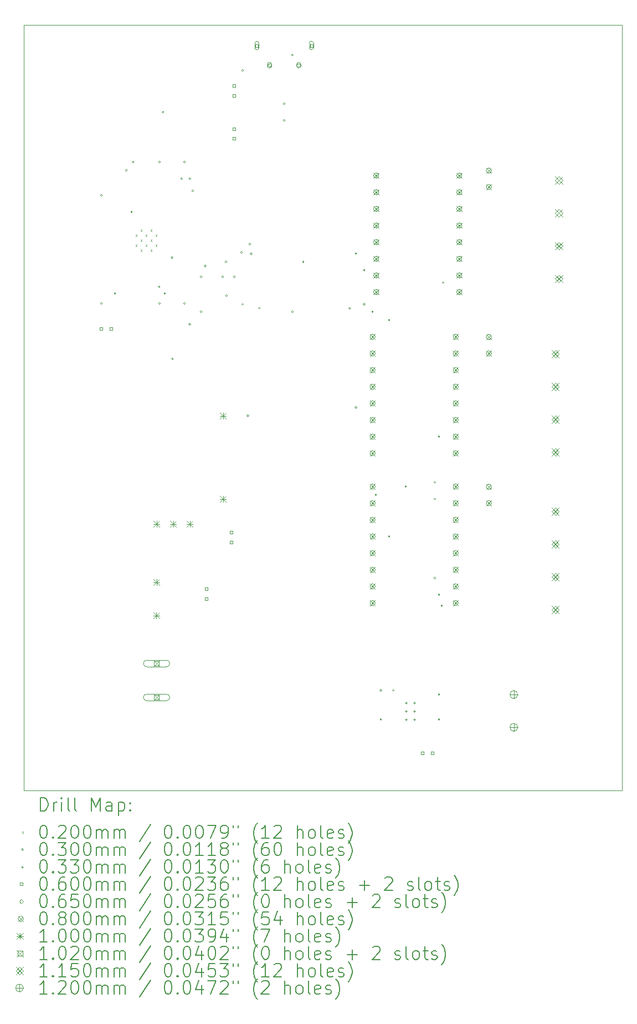
<source format=gbr>
%TF.GenerationSoftware,KiCad,Pcbnew,8.0.3*%
%TF.CreationDate,2024-11-24T23:29:19-08:00*%
%TF.ProjectId,esp32cnc,65737033-3263-46e6-932e-6b696361645f,2*%
%TF.SameCoordinates,Original*%
%TF.FileFunction,Drillmap*%
%TF.FilePolarity,Positive*%
%FSLAX45Y45*%
G04 Gerber Fmt 4.5, Leading zero omitted, Abs format (unit mm)*
G04 Created by KiCad (PCBNEW 8.0.3) date 2024-11-24 23:29:19*
%MOMM*%
%LPD*%
G01*
G04 APERTURE LIST*
%ADD10C,0.050000*%
%ADD11C,0.200000*%
%ADD12C,0.100000*%
%ADD13C,0.102000*%
%ADD14C,0.115000*%
%ADD15C,0.120000*%
G04 APERTURE END LIST*
D10*
X10160000Y-2540000D02*
X19304000Y-2540000D01*
X19304000Y-14224000D01*
X10160000Y-14224000D01*
X10160000Y-2540000D01*
D11*
D12*
X11874500Y-5748272D02*
X11894500Y-5768272D01*
X11894500Y-5748272D02*
X11874500Y-5768272D01*
X11874500Y-5900772D02*
X11894500Y-5920772D01*
X11894500Y-5900772D02*
X11874500Y-5920772D01*
X11950750Y-5672022D02*
X11970750Y-5692022D01*
X11970750Y-5672022D02*
X11950750Y-5692022D01*
X11950750Y-5824522D02*
X11970750Y-5844522D01*
X11970750Y-5824522D02*
X11950750Y-5844522D01*
X11950750Y-5977022D02*
X11970750Y-5997022D01*
X11970750Y-5977022D02*
X11950750Y-5997022D01*
X12027000Y-5748272D02*
X12047000Y-5768272D01*
X12047000Y-5748272D02*
X12027000Y-5768272D01*
X12027000Y-5900772D02*
X12047000Y-5920772D01*
X12047000Y-5900772D02*
X12027000Y-5920772D01*
X12103250Y-5672022D02*
X12123250Y-5692022D01*
X12123250Y-5672022D02*
X12103250Y-5692022D01*
X12103250Y-5824522D02*
X12123250Y-5844522D01*
X12123250Y-5824522D02*
X12103250Y-5844522D01*
X12103250Y-5977022D02*
X12123250Y-5997022D01*
X12123250Y-5977022D02*
X12103250Y-5997022D01*
X12179500Y-5748272D02*
X12199500Y-5768272D01*
X12199500Y-5748272D02*
X12179500Y-5768272D01*
X12179500Y-5900772D02*
X12199500Y-5920772D01*
X12199500Y-5900772D02*
X12179500Y-5920772D01*
X11363000Y-5143500D02*
G75*
G02*
X11333000Y-5143500I-15000J0D01*
G01*
X11333000Y-5143500D02*
G75*
G02*
X11363000Y-5143500I15000J0D01*
G01*
X11363000Y-6794500D02*
G75*
G02*
X11333000Y-6794500I-15000J0D01*
G01*
X11333000Y-6794500D02*
G75*
G02*
X11363000Y-6794500I15000J0D01*
G01*
X11572000Y-6641522D02*
G75*
G02*
X11542000Y-6641522I-15000J0D01*
G01*
X11542000Y-6641522D02*
G75*
G02*
X11572000Y-6641522I15000J0D01*
G01*
X11744000Y-4762500D02*
G75*
G02*
X11714000Y-4762500I-15000J0D01*
G01*
X11714000Y-4762500D02*
G75*
G02*
X11744000Y-4762500I15000J0D01*
G01*
X11826000Y-5397500D02*
G75*
G02*
X11796000Y-5397500I-15000J0D01*
G01*
X11796000Y-5397500D02*
G75*
G02*
X11826000Y-5397500I15000J0D01*
G01*
X11848000Y-4637523D02*
G75*
G02*
X11818000Y-4637523I-15000J0D01*
G01*
X11818000Y-4637523D02*
G75*
G02*
X11848000Y-4637523I15000J0D01*
G01*
X12248102Y-6537758D02*
G75*
G02*
X12218102Y-6537758I-15000J0D01*
G01*
X12218102Y-6537758D02*
G75*
G02*
X12248102Y-6537758I15000J0D01*
G01*
X12252000Y-4635500D02*
G75*
G02*
X12222000Y-4635500I-15000J0D01*
G01*
X12222000Y-4635500D02*
G75*
G02*
X12252000Y-4635500I15000J0D01*
G01*
X12252000Y-6794500D02*
G75*
G02*
X12222000Y-6794500I-15000J0D01*
G01*
X12222000Y-6794500D02*
G75*
G02*
X12252000Y-6794500I15000J0D01*
G01*
X12307000Y-3875522D02*
G75*
G02*
X12277000Y-3875522I-15000J0D01*
G01*
X12277000Y-3875522D02*
G75*
G02*
X12307000Y-3875522I15000J0D01*
G01*
X12334000Y-6641522D02*
G75*
G02*
X12304000Y-6641522I-15000J0D01*
G01*
X12304000Y-6641522D02*
G75*
G02*
X12334000Y-6641522I15000J0D01*
G01*
X12442500Y-6096000D02*
G75*
G02*
X12412500Y-6096000I-15000J0D01*
G01*
X12412500Y-6096000D02*
G75*
G02*
X12442500Y-6096000I15000J0D01*
G01*
X12450034Y-7637319D02*
G75*
G02*
X12420034Y-7637319I-15000J0D01*
G01*
X12420034Y-7637319D02*
G75*
G02*
X12450034Y-7637319I15000J0D01*
G01*
X12588000Y-4891523D02*
G75*
G02*
X12558000Y-4891523I-15000J0D01*
G01*
X12558000Y-4891523D02*
G75*
G02*
X12588000Y-4891523I15000J0D01*
G01*
X12633000Y-4635500D02*
G75*
G02*
X12603000Y-4635500I-15000J0D01*
G01*
X12603000Y-4635500D02*
G75*
G02*
X12633000Y-4635500I15000J0D01*
G01*
X12633000Y-6794500D02*
G75*
G02*
X12603000Y-6794500I-15000J0D01*
G01*
X12603000Y-6794500D02*
G75*
G02*
X12633000Y-6794500I15000J0D01*
G01*
X12715000Y-4891523D02*
G75*
G02*
X12685000Y-4891523I-15000J0D01*
G01*
X12685000Y-4891523D02*
G75*
G02*
X12715000Y-4891523I15000J0D01*
G01*
X12715000Y-7112000D02*
G75*
G02*
X12685000Y-7112000I-15000J0D01*
G01*
X12685000Y-7112000D02*
G75*
G02*
X12715000Y-7112000I15000J0D01*
G01*
X12760000Y-5076500D02*
G75*
G02*
X12730000Y-5076500I-15000J0D01*
G01*
X12730000Y-5076500D02*
G75*
G02*
X12760000Y-5076500I15000J0D01*
G01*
X12887000Y-6386500D02*
G75*
G02*
X12857000Y-6386500I-15000J0D01*
G01*
X12857000Y-6386500D02*
G75*
G02*
X12887000Y-6386500I15000J0D01*
G01*
X12887000Y-6921500D02*
G75*
G02*
X12857000Y-6921500I-15000J0D01*
G01*
X12857000Y-6921500D02*
G75*
G02*
X12887000Y-6921500I15000J0D01*
G01*
X12950500Y-6223000D02*
G75*
G02*
X12920500Y-6223000I-15000J0D01*
G01*
X12920500Y-6223000D02*
G75*
G02*
X12950500Y-6223000I15000J0D01*
G01*
X13218842Y-6386500D02*
G75*
G02*
X13188842Y-6386500I-15000J0D01*
G01*
X13188842Y-6386500D02*
G75*
G02*
X13218842Y-6386500I15000J0D01*
G01*
X13268000Y-6159500D02*
G75*
G02*
X13238000Y-6159500I-15000J0D01*
G01*
X13238000Y-6159500D02*
G75*
G02*
X13268000Y-6159500I15000J0D01*
G01*
X13277494Y-6673712D02*
G75*
G02*
X13247494Y-6673712I-15000J0D01*
G01*
X13247494Y-6673712D02*
G75*
G02*
X13277494Y-6673712I15000J0D01*
G01*
X13395000Y-6386500D02*
G75*
G02*
X13365000Y-6386500I-15000J0D01*
G01*
X13365000Y-6386500D02*
G75*
G02*
X13395000Y-6386500I15000J0D01*
G01*
X13504994Y-6015494D02*
G75*
G02*
X13474994Y-6015494I-15000J0D01*
G01*
X13474994Y-6015494D02*
G75*
G02*
X13504994Y-6015494I15000J0D01*
G01*
X13522000Y-3238500D02*
G75*
G02*
X13492000Y-3238500I-15000J0D01*
G01*
X13492000Y-3238500D02*
G75*
G02*
X13522000Y-3238500I15000J0D01*
G01*
X13522000Y-6806522D02*
G75*
G02*
X13492000Y-6806522I-15000J0D01*
G01*
X13492000Y-6806522D02*
G75*
G02*
X13522000Y-6806522I15000J0D01*
G01*
X13604000Y-8509000D02*
G75*
G02*
X13574000Y-8509000I-15000J0D01*
G01*
X13574000Y-8509000D02*
G75*
G02*
X13604000Y-8509000I15000J0D01*
G01*
X13631994Y-5888494D02*
G75*
G02*
X13601994Y-5888494I-15000J0D01*
G01*
X13601994Y-5888494D02*
G75*
G02*
X13631994Y-5888494I15000J0D01*
G01*
X13653347Y-6036847D02*
G75*
G02*
X13623347Y-6036847I-15000J0D01*
G01*
X13623347Y-6036847D02*
G75*
G02*
X13653347Y-6036847I15000J0D01*
G01*
X13776000Y-6866522D02*
G75*
G02*
X13746000Y-6866522I-15000J0D01*
G01*
X13746000Y-6866522D02*
G75*
G02*
X13776000Y-6866522I15000J0D01*
G01*
X14157000Y-3746500D02*
G75*
G02*
X14127000Y-3746500I-15000J0D01*
G01*
X14127000Y-3746500D02*
G75*
G02*
X14157000Y-3746500I15000J0D01*
G01*
X14157000Y-4000500D02*
G75*
G02*
X14127000Y-4000500I-15000J0D01*
G01*
X14127000Y-4000500D02*
G75*
G02*
X14157000Y-4000500I15000J0D01*
G01*
X14284000Y-3002500D02*
G75*
G02*
X14254000Y-3002500I-15000J0D01*
G01*
X14254000Y-3002500D02*
G75*
G02*
X14284000Y-3002500I15000J0D01*
G01*
X14284000Y-6921500D02*
G75*
G02*
X14254000Y-6921500I-15000J0D01*
G01*
X14254000Y-6921500D02*
G75*
G02*
X14284000Y-6921500I15000J0D01*
G01*
X14450853Y-6159500D02*
G75*
G02*
X14420853Y-6159500I-15000J0D01*
G01*
X14420853Y-6159500D02*
G75*
G02*
X14450853Y-6159500I15000J0D01*
G01*
X15158711Y-6867358D02*
G75*
G02*
X15128711Y-6867358I-15000J0D01*
G01*
X15128711Y-6867358D02*
G75*
G02*
X15158711Y-6867358I15000J0D01*
G01*
X15255000Y-6032500D02*
G75*
G02*
X15225000Y-6032500I-15000J0D01*
G01*
X15225000Y-6032500D02*
G75*
G02*
X15255000Y-6032500I15000J0D01*
G01*
X15255000Y-8382000D02*
G75*
G02*
X15225000Y-8382000I-15000J0D01*
G01*
X15225000Y-8382000D02*
G75*
G02*
X15255000Y-8382000I15000J0D01*
G01*
X15382000Y-6286500D02*
G75*
G02*
X15352000Y-6286500I-15000J0D01*
G01*
X15352000Y-6286500D02*
G75*
G02*
X15382000Y-6286500I15000J0D01*
G01*
X15382000Y-6806522D02*
G75*
G02*
X15352000Y-6806522I-15000J0D01*
G01*
X15352000Y-6806522D02*
G75*
G02*
X15382000Y-6806522I15000J0D01*
G01*
X15509000Y-6921500D02*
G75*
G02*
X15479000Y-6921500I-15000J0D01*
G01*
X15479000Y-6921500D02*
G75*
G02*
X15509000Y-6921500I15000J0D01*
G01*
X15559000Y-9715500D02*
G75*
G02*
X15529000Y-9715500I-15000J0D01*
G01*
X15529000Y-9715500D02*
G75*
G02*
X15559000Y-9715500I15000J0D01*
G01*
X15636000Y-12700000D02*
G75*
G02*
X15606000Y-12700000I-15000J0D01*
G01*
X15606000Y-12700000D02*
G75*
G02*
X15636000Y-12700000I15000J0D01*
G01*
X15636000Y-13144500D02*
G75*
G02*
X15606000Y-13144500I-15000J0D01*
G01*
X15606000Y-13144500D02*
G75*
G02*
X15636000Y-13144500I15000J0D01*
G01*
X15763000Y-7048500D02*
G75*
G02*
X15733000Y-7048500I-15000J0D01*
G01*
X15733000Y-7048500D02*
G75*
G02*
X15763000Y-7048500I15000J0D01*
G01*
X15763000Y-10350500D02*
G75*
G02*
X15733000Y-10350500I-15000J0D01*
G01*
X15733000Y-10350500D02*
G75*
G02*
X15763000Y-10350500I15000J0D01*
G01*
X15826500Y-12700000D02*
G75*
G02*
X15796500Y-12700000I-15000J0D01*
G01*
X15796500Y-12700000D02*
G75*
G02*
X15826500Y-12700000I15000J0D01*
G01*
X16017000Y-9588500D02*
G75*
G02*
X15987000Y-9588500I-15000J0D01*
G01*
X15987000Y-9588500D02*
G75*
G02*
X16017000Y-9588500I15000J0D01*
G01*
X16461500Y-9525000D02*
G75*
G02*
X16431500Y-9525000I-15000J0D01*
G01*
X16431500Y-9525000D02*
G75*
G02*
X16461500Y-9525000I15000J0D01*
G01*
X16461500Y-9779000D02*
G75*
G02*
X16431500Y-9779000I-15000J0D01*
G01*
X16431500Y-9779000D02*
G75*
G02*
X16461500Y-9779000I15000J0D01*
G01*
X16461500Y-10985500D02*
G75*
G02*
X16431500Y-10985500I-15000J0D01*
G01*
X16431500Y-10985500D02*
G75*
G02*
X16461500Y-10985500I15000J0D01*
G01*
X16525000Y-8826500D02*
G75*
G02*
X16495000Y-8826500I-15000J0D01*
G01*
X16495000Y-8826500D02*
G75*
G02*
X16525000Y-8826500I15000J0D01*
G01*
X16525000Y-11239500D02*
G75*
G02*
X16495000Y-11239500I-15000J0D01*
G01*
X16495000Y-11239500D02*
G75*
G02*
X16525000Y-11239500I15000J0D01*
G01*
X16525000Y-12763500D02*
G75*
G02*
X16495000Y-12763500I-15000J0D01*
G01*
X16495000Y-12763500D02*
G75*
G02*
X16525000Y-12763500I15000J0D01*
G01*
X16525000Y-13144500D02*
G75*
G02*
X16495000Y-13144500I-15000J0D01*
G01*
X16495000Y-13144500D02*
G75*
G02*
X16525000Y-13144500I15000J0D01*
G01*
X16567426Y-11408926D02*
G75*
G02*
X16537426Y-11408926I-15000J0D01*
G01*
X16537426Y-11408926D02*
G75*
G02*
X16567426Y-11408926I15000J0D01*
G01*
X16588500Y-6477000D02*
G75*
G02*
X16558500Y-6477000I-15000J0D01*
G01*
X16558500Y-6477000D02*
G75*
G02*
X16588500Y-6477000I15000J0D01*
G01*
X16002000Y-12871000D02*
X16002000Y-12904000D01*
X15985500Y-12887500D02*
X16018500Y-12887500D01*
X16002000Y-13001000D02*
X16002000Y-13034000D01*
X15985500Y-13017500D02*
X16018500Y-13017500D01*
X16002000Y-13131000D02*
X16002000Y-13164000D01*
X15985500Y-13147500D02*
X16018500Y-13147500D01*
X16132000Y-12871000D02*
X16132000Y-12904000D01*
X16115500Y-12887500D02*
X16148500Y-12887500D01*
X16132000Y-13001000D02*
X16132000Y-13034000D01*
X16115500Y-13017500D02*
X16148500Y-13017500D01*
X16132000Y-13131000D02*
X16132000Y-13164000D01*
X16115500Y-13147500D02*
X16148500Y-13147500D01*
X11369213Y-7196713D02*
X11369213Y-7154287D01*
X11326787Y-7154287D01*
X11326787Y-7196713D01*
X11369213Y-7196713D01*
X11519213Y-7196713D02*
X11519213Y-7154287D01*
X11476787Y-7154287D01*
X11476787Y-7196713D01*
X11519213Y-7196713D01*
X12975213Y-11174213D02*
X12975213Y-11131787D01*
X12932787Y-11131787D01*
X12932787Y-11174213D01*
X12975213Y-11174213D01*
X12975213Y-11324213D02*
X12975213Y-11281787D01*
X12932787Y-11281787D01*
X12932787Y-11324213D01*
X12975213Y-11324213D01*
X13356213Y-10308213D02*
X13356213Y-10265787D01*
X13313787Y-10265787D01*
X13313787Y-10308213D01*
X13356213Y-10308213D01*
X13356213Y-10458213D02*
X13356213Y-10415787D01*
X13313787Y-10415787D01*
X13313787Y-10458213D01*
X13356213Y-10458213D01*
X13401213Y-3490713D02*
X13401213Y-3448287D01*
X13358787Y-3448287D01*
X13358787Y-3490713D01*
X13401213Y-3490713D01*
X13401213Y-3640713D02*
X13401213Y-3598287D01*
X13358787Y-3598287D01*
X13358787Y-3640713D01*
X13401213Y-3640713D01*
X13401213Y-4148713D02*
X13401213Y-4106287D01*
X13358787Y-4106287D01*
X13358787Y-4148713D01*
X13401213Y-4148713D01*
X13401213Y-4298713D02*
X13401213Y-4256287D01*
X13358787Y-4256287D01*
X13358787Y-4298713D01*
X13401213Y-4298713D01*
X13745713Y-2878713D02*
X13745713Y-2836287D01*
X13703287Y-2836287D01*
X13703287Y-2878713D01*
X13745713Y-2878713D01*
X13754500Y-2892500D02*
X13754500Y-2822500D01*
X13694500Y-2822500D02*
G75*
G02*
X13754500Y-2822500I30000J0D01*
G01*
X13694500Y-2822500D02*
X13694500Y-2892500D01*
X13694500Y-2892500D02*
G75*
G03*
X13754500Y-2892500I30000J0D01*
G01*
X14580713Y-2878713D02*
X14580713Y-2836287D01*
X14538287Y-2836287D01*
X14538287Y-2878713D01*
X14580713Y-2878713D01*
X14589500Y-2892500D02*
X14589500Y-2822500D01*
X14529500Y-2822500D02*
G75*
G02*
X14589500Y-2822500I30000J0D01*
G01*
X14529500Y-2822500D02*
X14529500Y-2892500D01*
X14529500Y-2892500D02*
G75*
G03*
X14589500Y-2892500I30000J0D01*
G01*
X16277213Y-13673713D02*
X16277213Y-13631287D01*
X16234787Y-13631287D01*
X16234787Y-13673713D01*
X16277213Y-13673713D01*
X16427213Y-13673713D02*
X16427213Y-13631287D01*
X16384787Y-13631287D01*
X16384787Y-13673713D01*
X16427213Y-13673713D01*
X13919500Y-3190000D02*
X13952000Y-3157500D01*
X13919500Y-3125000D01*
X13887000Y-3157500D01*
X13919500Y-3190000D01*
X13952000Y-3167500D02*
X13952000Y-3147500D01*
X13887000Y-3147500D02*
G75*
G02*
X13952000Y-3147500I32500J0D01*
G01*
X13887000Y-3147500D02*
X13887000Y-3167500D01*
X13887000Y-3167500D02*
G75*
G03*
X13952000Y-3167500I32500J0D01*
G01*
X14364500Y-3190000D02*
X14397000Y-3157500D01*
X14364500Y-3125000D01*
X14332000Y-3157500D01*
X14364500Y-3190000D01*
X14397000Y-3167500D02*
X14397000Y-3147500D01*
X14332000Y-3147500D02*
G75*
G02*
X14397000Y-3147500I32500J0D01*
G01*
X14332000Y-3147500D02*
X14332000Y-3167500D01*
X14332000Y-3167500D02*
G75*
G03*
X14397000Y-3167500I32500J0D01*
G01*
X15454000Y-7262500D02*
X15534000Y-7342500D01*
X15534000Y-7262500D02*
X15454000Y-7342500D01*
X15534000Y-7302500D02*
G75*
G02*
X15454000Y-7302500I-40000J0D01*
G01*
X15454000Y-7302500D02*
G75*
G02*
X15534000Y-7302500I40000J0D01*
G01*
X15454000Y-7516500D02*
X15534000Y-7596500D01*
X15534000Y-7516500D02*
X15454000Y-7596500D01*
X15534000Y-7556500D02*
G75*
G02*
X15454000Y-7556500I-40000J0D01*
G01*
X15454000Y-7556500D02*
G75*
G02*
X15534000Y-7556500I40000J0D01*
G01*
X15454000Y-7770500D02*
X15534000Y-7850500D01*
X15534000Y-7770500D02*
X15454000Y-7850500D01*
X15534000Y-7810500D02*
G75*
G02*
X15454000Y-7810500I-40000J0D01*
G01*
X15454000Y-7810500D02*
G75*
G02*
X15534000Y-7810500I40000J0D01*
G01*
X15454000Y-8024500D02*
X15534000Y-8104500D01*
X15534000Y-8024500D02*
X15454000Y-8104500D01*
X15534000Y-8064500D02*
G75*
G02*
X15454000Y-8064500I-40000J0D01*
G01*
X15454000Y-8064500D02*
G75*
G02*
X15534000Y-8064500I40000J0D01*
G01*
X15454000Y-8278500D02*
X15534000Y-8358500D01*
X15534000Y-8278500D02*
X15454000Y-8358500D01*
X15534000Y-8318500D02*
G75*
G02*
X15454000Y-8318500I-40000J0D01*
G01*
X15454000Y-8318500D02*
G75*
G02*
X15534000Y-8318500I40000J0D01*
G01*
X15454000Y-8532500D02*
X15534000Y-8612500D01*
X15534000Y-8532500D02*
X15454000Y-8612500D01*
X15534000Y-8572500D02*
G75*
G02*
X15454000Y-8572500I-40000J0D01*
G01*
X15454000Y-8572500D02*
G75*
G02*
X15534000Y-8572500I40000J0D01*
G01*
X15454000Y-8786500D02*
X15534000Y-8866500D01*
X15534000Y-8786500D02*
X15454000Y-8866500D01*
X15534000Y-8826500D02*
G75*
G02*
X15454000Y-8826500I-40000J0D01*
G01*
X15454000Y-8826500D02*
G75*
G02*
X15534000Y-8826500I40000J0D01*
G01*
X15454000Y-9040500D02*
X15534000Y-9120500D01*
X15534000Y-9040500D02*
X15454000Y-9120500D01*
X15534000Y-9080500D02*
G75*
G02*
X15454000Y-9080500I-40000J0D01*
G01*
X15454000Y-9080500D02*
G75*
G02*
X15534000Y-9080500I40000J0D01*
G01*
X15454000Y-9548500D02*
X15534000Y-9628500D01*
X15534000Y-9548500D02*
X15454000Y-9628500D01*
X15534000Y-9588500D02*
G75*
G02*
X15454000Y-9588500I-40000J0D01*
G01*
X15454000Y-9588500D02*
G75*
G02*
X15534000Y-9588500I40000J0D01*
G01*
X15454000Y-9802500D02*
X15534000Y-9882500D01*
X15534000Y-9802500D02*
X15454000Y-9882500D01*
X15534000Y-9842500D02*
G75*
G02*
X15454000Y-9842500I-40000J0D01*
G01*
X15454000Y-9842500D02*
G75*
G02*
X15534000Y-9842500I40000J0D01*
G01*
X15454000Y-10056500D02*
X15534000Y-10136500D01*
X15534000Y-10056500D02*
X15454000Y-10136500D01*
X15534000Y-10096500D02*
G75*
G02*
X15454000Y-10096500I-40000J0D01*
G01*
X15454000Y-10096500D02*
G75*
G02*
X15534000Y-10096500I40000J0D01*
G01*
X15454000Y-10310500D02*
X15534000Y-10390500D01*
X15534000Y-10310500D02*
X15454000Y-10390500D01*
X15534000Y-10350500D02*
G75*
G02*
X15454000Y-10350500I-40000J0D01*
G01*
X15454000Y-10350500D02*
G75*
G02*
X15534000Y-10350500I40000J0D01*
G01*
X15454000Y-10564500D02*
X15534000Y-10644500D01*
X15534000Y-10564500D02*
X15454000Y-10644500D01*
X15534000Y-10604500D02*
G75*
G02*
X15454000Y-10604500I-40000J0D01*
G01*
X15454000Y-10604500D02*
G75*
G02*
X15534000Y-10604500I40000J0D01*
G01*
X15454000Y-10818500D02*
X15534000Y-10898500D01*
X15534000Y-10818500D02*
X15454000Y-10898500D01*
X15534000Y-10858500D02*
G75*
G02*
X15454000Y-10858500I-40000J0D01*
G01*
X15454000Y-10858500D02*
G75*
G02*
X15534000Y-10858500I40000J0D01*
G01*
X15454000Y-11072500D02*
X15534000Y-11152500D01*
X15534000Y-11072500D02*
X15454000Y-11152500D01*
X15534000Y-11112500D02*
G75*
G02*
X15454000Y-11112500I-40000J0D01*
G01*
X15454000Y-11112500D02*
G75*
G02*
X15534000Y-11112500I40000J0D01*
G01*
X15454000Y-11326500D02*
X15534000Y-11406500D01*
X15534000Y-11326500D02*
X15454000Y-11406500D01*
X15534000Y-11366500D02*
G75*
G02*
X15454000Y-11366500I-40000J0D01*
G01*
X15454000Y-11366500D02*
G75*
G02*
X15534000Y-11366500I40000J0D01*
G01*
X15510022Y-4802500D02*
X15590022Y-4882500D01*
X15590022Y-4802500D02*
X15510022Y-4882500D01*
X15590022Y-4842500D02*
G75*
G02*
X15510022Y-4842500I-40000J0D01*
G01*
X15510022Y-4842500D02*
G75*
G02*
X15590022Y-4842500I40000J0D01*
G01*
X15510022Y-5056500D02*
X15590022Y-5136500D01*
X15590022Y-5056500D02*
X15510022Y-5136500D01*
X15590022Y-5096500D02*
G75*
G02*
X15510022Y-5096500I-40000J0D01*
G01*
X15510022Y-5096500D02*
G75*
G02*
X15590022Y-5096500I40000J0D01*
G01*
X15510022Y-5310500D02*
X15590022Y-5390500D01*
X15590022Y-5310500D02*
X15510022Y-5390500D01*
X15590022Y-5350500D02*
G75*
G02*
X15510022Y-5350500I-40000J0D01*
G01*
X15510022Y-5350500D02*
G75*
G02*
X15590022Y-5350500I40000J0D01*
G01*
X15510022Y-5564500D02*
X15590022Y-5644500D01*
X15590022Y-5564500D02*
X15510022Y-5644500D01*
X15590022Y-5604500D02*
G75*
G02*
X15510022Y-5604500I-40000J0D01*
G01*
X15510022Y-5604500D02*
G75*
G02*
X15590022Y-5604500I40000J0D01*
G01*
X15510022Y-5818500D02*
X15590022Y-5898500D01*
X15590022Y-5818500D02*
X15510022Y-5898500D01*
X15590022Y-5858500D02*
G75*
G02*
X15510022Y-5858500I-40000J0D01*
G01*
X15510022Y-5858500D02*
G75*
G02*
X15590022Y-5858500I40000J0D01*
G01*
X15510022Y-6072500D02*
X15590022Y-6152500D01*
X15590022Y-6072500D02*
X15510022Y-6152500D01*
X15590022Y-6112500D02*
G75*
G02*
X15510022Y-6112500I-40000J0D01*
G01*
X15510022Y-6112500D02*
G75*
G02*
X15590022Y-6112500I40000J0D01*
G01*
X15510022Y-6326500D02*
X15590022Y-6406500D01*
X15590022Y-6326500D02*
X15510022Y-6406500D01*
X15590022Y-6366500D02*
G75*
G02*
X15510022Y-6366500I-40000J0D01*
G01*
X15510022Y-6366500D02*
G75*
G02*
X15590022Y-6366500I40000J0D01*
G01*
X15510022Y-6580500D02*
X15590022Y-6660500D01*
X15590022Y-6580500D02*
X15510022Y-6660500D01*
X15590022Y-6620500D02*
G75*
G02*
X15510022Y-6620500I-40000J0D01*
G01*
X15510022Y-6620500D02*
G75*
G02*
X15590022Y-6620500I40000J0D01*
G01*
X16724000Y-7262500D02*
X16804000Y-7342500D01*
X16804000Y-7262500D02*
X16724000Y-7342500D01*
X16804000Y-7302500D02*
G75*
G02*
X16724000Y-7302500I-40000J0D01*
G01*
X16724000Y-7302500D02*
G75*
G02*
X16804000Y-7302500I40000J0D01*
G01*
X16724000Y-7516500D02*
X16804000Y-7596500D01*
X16804000Y-7516500D02*
X16724000Y-7596500D01*
X16804000Y-7556500D02*
G75*
G02*
X16724000Y-7556500I-40000J0D01*
G01*
X16724000Y-7556500D02*
G75*
G02*
X16804000Y-7556500I40000J0D01*
G01*
X16724000Y-7770500D02*
X16804000Y-7850500D01*
X16804000Y-7770500D02*
X16724000Y-7850500D01*
X16804000Y-7810500D02*
G75*
G02*
X16724000Y-7810500I-40000J0D01*
G01*
X16724000Y-7810500D02*
G75*
G02*
X16804000Y-7810500I40000J0D01*
G01*
X16724000Y-8024500D02*
X16804000Y-8104500D01*
X16804000Y-8024500D02*
X16724000Y-8104500D01*
X16804000Y-8064500D02*
G75*
G02*
X16724000Y-8064500I-40000J0D01*
G01*
X16724000Y-8064500D02*
G75*
G02*
X16804000Y-8064500I40000J0D01*
G01*
X16724000Y-8278500D02*
X16804000Y-8358500D01*
X16804000Y-8278500D02*
X16724000Y-8358500D01*
X16804000Y-8318500D02*
G75*
G02*
X16724000Y-8318500I-40000J0D01*
G01*
X16724000Y-8318500D02*
G75*
G02*
X16804000Y-8318500I40000J0D01*
G01*
X16724000Y-8532500D02*
X16804000Y-8612500D01*
X16804000Y-8532500D02*
X16724000Y-8612500D01*
X16804000Y-8572500D02*
G75*
G02*
X16724000Y-8572500I-40000J0D01*
G01*
X16724000Y-8572500D02*
G75*
G02*
X16804000Y-8572500I40000J0D01*
G01*
X16724000Y-8786500D02*
X16804000Y-8866500D01*
X16804000Y-8786500D02*
X16724000Y-8866500D01*
X16804000Y-8826500D02*
G75*
G02*
X16724000Y-8826500I-40000J0D01*
G01*
X16724000Y-8826500D02*
G75*
G02*
X16804000Y-8826500I40000J0D01*
G01*
X16724000Y-9040500D02*
X16804000Y-9120500D01*
X16804000Y-9040500D02*
X16724000Y-9120500D01*
X16804000Y-9080500D02*
G75*
G02*
X16724000Y-9080500I-40000J0D01*
G01*
X16724000Y-9080500D02*
G75*
G02*
X16804000Y-9080500I40000J0D01*
G01*
X16724000Y-9548500D02*
X16804000Y-9628500D01*
X16804000Y-9548500D02*
X16724000Y-9628500D01*
X16804000Y-9588500D02*
G75*
G02*
X16724000Y-9588500I-40000J0D01*
G01*
X16724000Y-9588500D02*
G75*
G02*
X16804000Y-9588500I40000J0D01*
G01*
X16724000Y-9802500D02*
X16804000Y-9882500D01*
X16804000Y-9802500D02*
X16724000Y-9882500D01*
X16804000Y-9842500D02*
G75*
G02*
X16724000Y-9842500I-40000J0D01*
G01*
X16724000Y-9842500D02*
G75*
G02*
X16804000Y-9842500I40000J0D01*
G01*
X16724000Y-10056500D02*
X16804000Y-10136500D01*
X16804000Y-10056500D02*
X16724000Y-10136500D01*
X16804000Y-10096500D02*
G75*
G02*
X16724000Y-10096500I-40000J0D01*
G01*
X16724000Y-10096500D02*
G75*
G02*
X16804000Y-10096500I40000J0D01*
G01*
X16724000Y-10310500D02*
X16804000Y-10390500D01*
X16804000Y-10310500D02*
X16724000Y-10390500D01*
X16804000Y-10350500D02*
G75*
G02*
X16724000Y-10350500I-40000J0D01*
G01*
X16724000Y-10350500D02*
G75*
G02*
X16804000Y-10350500I40000J0D01*
G01*
X16724000Y-10564500D02*
X16804000Y-10644500D01*
X16804000Y-10564500D02*
X16724000Y-10644500D01*
X16804000Y-10604500D02*
G75*
G02*
X16724000Y-10604500I-40000J0D01*
G01*
X16724000Y-10604500D02*
G75*
G02*
X16804000Y-10604500I40000J0D01*
G01*
X16724000Y-10818500D02*
X16804000Y-10898500D01*
X16804000Y-10818500D02*
X16724000Y-10898500D01*
X16804000Y-10858500D02*
G75*
G02*
X16724000Y-10858500I-40000J0D01*
G01*
X16724000Y-10858500D02*
G75*
G02*
X16804000Y-10858500I40000J0D01*
G01*
X16724000Y-11072500D02*
X16804000Y-11152500D01*
X16804000Y-11072500D02*
X16724000Y-11152500D01*
X16804000Y-11112500D02*
G75*
G02*
X16724000Y-11112500I-40000J0D01*
G01*
X16724000Y-11112500D02*
G75*
G02*
X16804000Y-11112500I40000J0D01*
G01*
X16724000Y-11326500D02*
X16804000Y-11406500D01*
X16804000Y-11326500D02*
X16724000Y-11406500D01*
X16804000Y-11366500D02*
G75*
G02*
X16724000Y-11366500I-40000J0D01*
G01*
X16724000Y-11366500D02*
G75*
G02*
X16804000Y-11366500I40000J0D01*
G01*
X16780023Y-4802500D02*
X16860023Y-4882500D01*
X16860023Y-4802500D02*
X16780023Y-4882500D01*
X16860023Y-4842500D02*
G75*
G02*
X16780023Y-4842500I-40000J0D01*
G01*
X16780023Y-4842500D02*
G75*
G02*
X16860023Y-4842500I40000J0D01*
G01*
X16780023Y-5056500D02*
X16860023Y-5136500D01*
X16860023Y-5056500D02*
X16780023Y-5136500D01*
X16860023Y-5096500D02*
G75*
G02*
X16780023Y-5096500I-40000J0D01*
G01*
X16780023Y-5096500D02*
G75*
G02*
X16860023Y-5096500I40000J0D01*
G01*
X16780023Y-5310500D02*
X16860023Y-5390500D01*
X16860023Y-5310500D02*
X16780023Y-5390500D01*
X16860023Y-5350500D02*
G75*
G02*
X16780023Y-5350500I-40000J0D01*
G01*
X16780023Y-5350500D02*
G75*
G02*
X16860023Y-5350500I40000J0D01*
G01*
X16780023Y-5564500D02*
X16860023Y-5644500D01*
X16860023Y-5564500D02*
X16780023Y-5644500D01*
X16860023Y-5604500D02*
G75*
G02*
X16780023Y-5604500I-40000J0D01*
G01*
X16780023Y-5604500D02*
G75*
G02*
X16860023Y-5604500I40000J0D01*
G01*
X16780023Y-5818500D02*
X16860023Y-5898500D01*
X16860023Y-5818500D02*
X16780023Y-5898500D01*
X16860023Y-5858500D02*
G75*
G02*
X16780023Y-5858500I-40000J0D01*
G01*
X16780023Y-5858500D02*
G75*
G02*
X16860023Y-5858500I40000J0D01*
G01*
X16780023Y-6072500D02*
X16860023Y-6152500D01*
X16860023Y-6072500D02*
X16780023Y-6152500D01*
X16860023Y-6112500D02*
G75*
G02*
X16780023Y-6112500I-40000J0D01*
G01*
X16780023Y-6112500D02*
G75*
G02*
X16860023Y-6112500I40000J0D01*
G01*
X16780023Y-6326500D02*
X16860023Y-6406500D01*
X16860023Y-6326500D02*
X16780023Y-6406500D01*
X16860023Y-6366500D02*
G75*
G02*
X16780023Y-6366500I-40000J0D01*
G01*
X16780023Y-6366500D02*
G75*
G02*
X16860023Y-6366500I40000J0D01*
G01*
X16780023Y-6580500D02*
X16860023Y-6660500D01*
X16860023Y-6580500D02*
X16780023Y-6660500D01*
X16860023Y-6620500D02*
G75*
G02*
X16780023Y-6620500I-40000J0D01*
G01*
X16780023Y-6620500D02*
G75*
G02*
X16860023Y-6620500I40000J0D01*
G01*
X17232000Y-4726500D02*
X17312000Y-4806500D01*
X17312000Y-4726500D02*
X17232000Y-4806500D01*
X17312000Y-4766500D02*
G75*
G02*
X17232000Y-4766500I-40000J0D01*
G01*
X17232000Y-4766500D02*
G75*
G02*
X17312000Y-4766500I40000J0D01*
G01*
X17232000Y-4976500D02*
X17312000Y-5056500D01*
X17312000Y-4976500D02*
X17232000Y-5056500D01*
X17312000Y-5016500D02*
G75*
G02*
X17232000Y-5016500I-40000J0D01*
G01*
X17232000Y-5016500D02*
G75*
G02*
X17312000Y-5016500I40000J0D01*
G01*
X17232000Y-7266500D02*
X17312000Y-7346500D01*
X17312000Y-7266500D02*
X17232000Y-7346500D01*
X17312000Y-7306500D02*
G75*
G02*
X17232000Y-7306500I-40000J0D01*
G01*
X17232000Y-7306500D02*
G75*
G02*
X17312000Y-7306500I40000J0D01*
G01*
X17232000Y-7516500D02*
X17312000Y-7596500D01*
X17312000Y-7516500D02*
X17232000Y-7596500D01*
X17312000Y-7556500D02*
G75*
G02*
X17232000Y-7556500I-40000J0D01*
G01*
X17232000Y-7556500D02*
G75*
G02*
X17312000Y-7556500I40000J0D01*
G01*
X17232000Y-9552500D02*
X17312000Y-9632500D01*
X17312000Y-9552500D02*
X17232000Y-9632500D01*
X17312000Y-9592500D02*
G75*
G02*
X17232000Y-9592500I-40000J0D01*
G01*
X17232000Y-9592500D02*
G75*
G02*
X17312000Y-9592500I40000J0D01*
G01*
X17232000Y-9802500D02*
X17312000Y-9882500D01*
X17312000Y-9802500D02*
X17232000Y-9882500D01*
X17312000Y-9842500D02*
G75*
G02*
X17232000Y-9842500I-40000J0D01*
G01*
X17232000Y-9842500D02*
G75*
G02*
X17312000Y-9842500I40000J0D01*
G01*
X12141000Y-11507000D02*
X12241000Y-11607000D01*
X12241000Y-11507000D02*
X12141000Y-11607000D01*
X12191000Y-11507000D02*
X12191000Y-11607000D01*
X12141000Y-11557000D02*
X12241000Y-11557000D01*
X12142000Y-10110000D02*
X12242000Y-10210000D01*
X12242000Y-10110000D02*
X12142000Y-10210000D01*
X12192000Y-10110000D02*
X12192000Y-10210000D01*
X12142000Y-10160000D02*
X12242000Y-10160000D01*
X12142000Y-10999000D02*
X12242000Y-11099000D01*
X12242000Y-10999000D02*
X12142000Y-11099000D01*
X12192000Y-10999000D02*
X12192000Y-11099000D01*
X12142000Y-11049000D02*
X12242000Y-11049000D01*
X12396000Y-10110000D02*
X12496000Y-10210000D01*
X12496000Y-10110000D02*
X12396000Y-10210000D01*
X12446000Y-10110000D02*
X12446000Y-10210000D01*
X12396000Y-10160000D02*
X12496000Y-10160000D01*
X12650000Y-10110000D02*
X12750000Y-10210000D01*
X12750000Y-10110000D02*
X12650000Y-10210000D01*
X12700000Y-10110000D02*
X12700000Y-10210000D01*
X12650000Y-10160000D02*
X12750000Y-10160000D01*
X13158000Y-8459000D02*
X13258000Y-8559000D01*
X13258000Y-8459000D02*
X13158000Y-8559000D01*
X13208000Y-8459000D02*
X13208000Y-8559000D01*
X13158000Y-8509000D02*
X13258000Y-8509000D01*
X13158000Y-9729000D02*
X13258000Y-9829000D01*
X13258000Y-9729000D02*
X13158000Y-9829000D01*
X13208000Y-9729000D02*
X13208000Y-9829000D01*
X13158000Y-9779000D02*
X13258000Y-9779000D01*
D13*
X12141000Y-12238000D02*
X12243000Y-12340000D01*
X12243000Y-12238000D02*
X12141000Y-12340000D01*
X12228063Y-12325063D02*
X12228063Y-12252937D01*
X12155937Y-12252937D01*
X12155937Y-12325063D01*
X12228063Y-12325063D01*
D12*
X12042000Y-12340000D02*
X12342000Y-12340000D01*
X12342000Y-12238000D02*
G75*
G02*
X12342000Y-12340000I0J-51000D01*
G01*
X12342000Y-12238000D02*
X12042000Y-12238000D01*
X12042000Y-12238000D02*
G75*
G03*
X12042000Y-12340000I0J-51000D01*
G01*
D13*
X12141000Y-12756000D02*
X12243000Y-12858000D01*
X12243000Y-12756000D02*
X12141000Y-12858000D01*
X12228063Y-12843063D02*
X12228063Y-12770937D01*
X12155937Y-12770937D01*
X12155937Y-12843063D01*
X12228063Y-12843063D01*
D12*
X12042000Y-12858000D02*
X12342000Y-12858000D01*
X12342000Y-12756000D02*
G75*
G02*
X12342000Y-12858000I0J-51000D01*
G01*
X12342000Y-12756000D02*
X12042000Y-12756000D01*
X12042000Y-12756000D02*
G75*
G03*
X12042000Y-12858000I0J-51000D01*
G01*
D14*
X18230500Y-7507000D02*
X18345500Y-7622000D01*
X18345500Y-7507000D02*
X18230500Y-7622000D01*
X18288000Y-7622000D02*
X18345500Y-7564500D01*
X18288000Y-7507000D01*
X18230500Y-7564500D01*
X18288000Y-7622000D01*
X18230500Y-8007000D02*
X18345500Y-8122000D01*
X18345500Y-8007000D02*
X18230500Y-8122000D01*
X18288000Y-8122000D02*
X18345500Y-8064500D01*
X18288000Y-8007000D01*
X18230500Y-8064500D01*
X18288000Y-8122000D01*
X18230500Y-8507000D02*
X18345500Y-8622000D01*
X18345500Y-8507000D02*
X18230500Y-8622000D01*
X18288000Y-8622000D02*
X18345500Y-8564500D01*
X18288000Y-8507000D01*
X18230500Y-8564500D01*
X18288000Y-8622000D01*
X18230500Y-9007000D02*
X18345500Y-9122000D01*
X18345500Y-9007000D02*
X18230500Y-9122000D01*
X18288000Y-9122000D02*
X18345500Y-9064500D01*
X18288000Y-9007000D01*
X18230500Y-9064500D01*
X18288000Y-9122000D01*
X18230500Y-9912000D02*
X18345500Y-10027000D01*
X18345500Y-9912000D02*
X18230500Y-10027000D01*
X18288000Y-10027000D02*
X18345500Y-9969500D01*
X18288000Y-9912000D01*
X18230500Y-9969500D01*
X18288000Y-10027000D01*
X18230500Y-10412000D02*
X18345500Y-10527000D01*
X18345500Y-10412000D02*
X18230500Y-10527000D01*
X18288000Y-10527000D02*
X18345500Y-10469500D01*
X18288000Y-10412000D01*
X18230500Y-10469500D01*
X18288000Y-10527000D01*
X18230500Y-10912000D02*
X18345500Y-11027000D01*
X18345500Y-10912000D02*
X18230500Y-11027000D01*
X18288000Y-11027000D02*
X18345500Y-10969500D01*
X18288000Y-10912000D01*
X18230500Y-10969500D01*
X18288000Y-11027000D01*
X18230500Y-11412000D02*
X18345500Y-11527000D01*
X18345500Y-11412000D02*
X18230500Y-11527000D01*
X18288000Y-11527000D02*
X18345500Y-11469500D01*
X18288000Y-11412000D01*
X18230500Y-11469500D01*
X18288000Y-11527000D01*
X18284500Y-4859000D02*
X18399500Y-4974000D01*
X18399500Y-4859000D02*
X18284500Y-4974000D01*
X18342000Y-4974000D02*
X18399500Y-4916500D01*
X18342000Y-4859000D01*
X18284500Y-4916500D01*
X18342000Y-4974000D01*
X18284500Y-5359000D02*
X18399500Y-5474000D01*
X18399500Y-5359000D02*
X18284500Y-5474000D01*
X18342000Y-5474000D02*
X18399500Y-5416500D01*
X18342000Y-5359000D01*
X18284500Y-5416500D01*
X18342000Y-5474000D01*
X18284500Y-5859000D02*
X18399500Y-5974000D01*
X18399500Y-5859000D02*
X18284500Y-5974000D01*
X18342000Y-5974000D02*
X18399500Y-5916500D01*
X18342000Y-5859000D01*
X18284500Y-5916500D01*
X18342000Y-5974000D01*
X18284500Y-6359000D02*
X18399500Y-6474000D01*
X18399500Y-6359000D02*
X18284500Y-6474000D01*
X18342000Y-6474000D02*
X18399500Y-6416500D01*
X18342000Y-6359000D01*
X18284500Y-6416500D01*
X18342000Y-6474000D01*
D15*
X17653000Y-12703500D02*
X17653000Y-12823500D01*
X17593000Y-12763500D02*
X17713000Y-12763500D01*
X17713000Y-12763500D02*
G75*
G02*
X17593000Y-12763500I-60000J0D01*
G01*
X17593000Y-12763500D02*
G75*
G02*
X17713000Y-12763500I60000J0D01*
G01*
X17653000Y-13203500D02*
X17653000Y-13323500D01*
X17593000Y-13263500D02*
X17713000Y-13263500D01*
X17713000Y-13263500D02*
G75*
G02*
X17593000Y-13263500I-60000J0D01*
G01*
X17593000Y-13263500D02*
G75*
G02*
X17713000Y-13263500I60000J0D01*
G01*
D11*
X10418277Y-14537984D02*
X10418277Y-14337984D01*
X10418277Y-14337984D02*
X10465896Y-14337984D01*
X10465896Y-14337984D02*
X10494467Y-14347508D01*
X10494467Y-14347508D02*
X10513515Y-14366555D01*
X10513515Y-14366555D02*
X10523039Y-14385603D01*
X10523039Y-14385603D02*
X10532563Y-14423698D01*
X10532563Y-14423698D02*
X10532563Y-14452269D01*
X10532563Y-14452269D02*
X10523039Y-14490365D01*
X10523039Y-14490365D02*
X10513515Y-14509412D01*
X10513515Y-14509412D02*
X10494467Y-14528460D01*
X10494467Y-14528460D02*
X10465896Y-14537984D01*
X10465896Y-14537984D02*
X10418277Y-14537984D01*
X10618277Y-14537984D02*
X10618277Y-14404650D01*
X10618277Y-14442746D02*
X10627801Y-14423698D01*
X10627801Y-14423698D02*
X10637324Y-14414174D01*
X10637324Y-14414174D02*
X10656372Y-14404650D01*
X10656372Y-14404650D02*
X10675420Y-14404650D01*
X10742086Y-14537984D02*
X10742086Y-14404650D01*
X10742086Y-14337984D02*
X10732563Y-14347508D01*
X10732563Y-14347508D02*
X10742086Y-14357031D01*
X10742086Y-14357031D02*
X10751610Y-14347508D01*
X10751610Y-14347508D02*
X10742086Y-14337984D01*
X10742086Y-14337984D02*
X10742086Y-14357031D01*
X10865896Y-14537984D02*
X10846848Y-14528460D01*
X10846848Y-14528460D02*
X10837324Y-14509412D01*
X10837324Y-14509412D02*
X10837324Y-14337984D01*
X10970658Y-14537984D02*
X10951610Y-14528460D01*
X10951610Y-14528460D02*
X10942086Y-14509412D01*
X10942086Y-14509412D02*
X10942086Y-14337984D01*
X11199229Y-14537984D02*
X11199229Y-14337984D01*
X11199229Y-14337984D02*
X11265896Y-14480841D01*
X11265896Y-14480841D02*
X11332562Y-14337984D01*
X11332562Y-14337984D02*
X11332562Y-14537984D01*
X11513515Y-14537984D02*
X11513515Y-14433222D01*
X11513515Y-14433222D02*
X11503991Y-14414174D01*
X11503991Y-14414174D02*
X11484943Y-14404650D01*
X11484943Y-14404650D02*
X11446848Y-14404650D01*
X11446848Y-14404650D02*
X11427801Y-14414174D01*
X11513515Y-14528460D02*
X11494467Y-14537984D01*
X11494467Y-14537984D02*
X11446848Y-14537984D01*
X11446848Y-14537984D02*
X11427801Y-14528460D01*
X11427801Y-14528460D02*
X11418277Y-14509412D01*
X11418277Y-14509412D02*
X11418277Y-14490365D01*
X11418277Y-14490365D02*
X11427801Y-14471317D01*
X11427801Y-14471317D02*
X11446848Y-14461793D01*
X11446848Y-14461793D02*
X11494467Y-14461793D01*
X11494467Y-14461793D02*
X11513515Y-14452269D01*
X11608753Y-14404650D02*
X11608753Y-14604650D01*
X11608753Y-14414174D02*
X11627801Y-14404650D01*
X11627801Y-14404650D02*
X11665896Y-14404650D01*
X11665896Y-14404650D02*
X11684943Y-14414174D01*
X11684943Y-14414174D02*
X11694467Y-14423698D01*
X11694467Y-14423698D02*
X11703991Y-14442746D01*
X11703991Y-14442746D02*
X11703991Y-14499888D01*
X11703991Y-14499888D02*
X11694467Y-14518936D01*
X11694467Y-14518936D02*
X11684943Y-14528460D01*
X11684943Y-14528460D02*
X11665896Y-14537984D01*
X11665896Y-14537984D02*
X11627801Y-14537984D01*
X11627801Y-14537984D02*
X11608753Y-14528460D01*
X11789705Y-14518936D02*
X11799229Y-14528460D01*
X11799229Y-14528460D02*
X11789705Y-14537984D01*
X11789705Y-14537984D02*
X11780182Y-14528460D01*
X11780182Y-14528460D02*
X11789705Y-14518936D01*
X11789705Y-14518936D02*
X11789705Y-14537984D01*
X11789705Y-14414174D02*
X11799229Y-14423698D01*
X11799229Y-14423698D02*
X11789705Y-14433222D01*
X11789705Y-14433222D02*
X11780182Y-14423698D01*
X11780182Y-14423698D02*
X11789705Y-14414174D01*
X11789705Y-14414174D02*
X11789705Y-14433222D01*
D12*
X10137500Y-14856500D02*
X10157500Y-14876500D01*
X10157500Y-14856500D02*
X10137500Y-14876500D01*
D11*
X10456372Y-14757984D02*
X10475420Y-14757984D01*
X10475420Y-14757984D02*
X10494467Y-14767508D01*
X10494467Y-14767508D02*
X10503991Y-14777031D01*
X10503991Y-14777031D02*
X10513515Y-14796079D01*
X10513515Y-14796079D02*
X10523039Y-14834174D01*
X10523039Y-14834174D02*
X10523039Y-14881793D01*
X10523039Y-14881793D02*
X10513515Y-14919888D01*
X10513515Y-14919888D02*
X10503991Y-14938936D01*
X10503991Y-14938936D02*
X10494467Y-14948460D01*
X10494467Y-14948460D02*
X10475420Y-14957984D01*
X10475420Y-14957984D02*
X10456372Y-14957984D01*
X10456372Y-14957984D02*
X10437324Y-14948460D01*
X10437324Y-14948460D02*
X10427801Y-14938936D01*
X10427801Y-14938936D02*
X10418277Y-14919888D01*
X10418277Y-14919888D02*
X10408753Y-14881793D01*
X10408753Y-14881793D02*
X10408753Y-14834174D01*
X10408753Y-14834174D02*
X10418277Y-14796079D01*
X10418277Y-14796079D02*
X10427801Y-14777031D01*
X10427801Y-14777031D02*
X10437324Y-14767508D01*
X10437324Y-14767508D02*
X10456372Y-14757984D01*
X10608753Y-14938936D02*
X10618277Y-14948460D01*
X10618277Y-14948460D02*
X10608753Y-14957984D01*
X10608753Y-14957984D02*
X10599229Y-14948460D01*
X10599229Y-14948460D02*
X10608753Y-14938936D01*
X10608753Y-14938936D02*
X10608753Y-14957984D01*
X10694467Y-14777031D02*
X10703991Y-14767508D01*
X10703991Y-14767508D02*
X10723039Y-14757984D01*
X10723039Y-14757984D02*
X10770658Y-14757984D01*
X10770658Y-14757984D02*
X10789705Y-14767508D01*
X10789705Y-14767508D02*
X10799229Y-14777031D01*
X10799229Y-14777031D02*
X10808753Y-14796079D01*
X10808753Y-14796079D02*
X10808753Y-14815127D01*
X10808753Y-14815127D02*
X10799229Y-14843698D01*
X10799229Y-14843698D02*
X10684944Y-14957984D01*
X10684944Y-14957984D02*
X10808753Y-14957984D01*
X10932563Y-14757984D02*
X10951610Y-14757984D01*
X10951610Y-14757984D02*
X10970658Y-14767508D01*
X10970658Y-14767508D02*
X10980182Y-14777031D01*
X10980182Y-14777031D02*
X10989705Y-14796079D01*
X10989705Y-14796079D02*
X10999229Y-14834174D01*
X10999229Y-14834174D02*
X10999229Y-14881793D01*
X10999229Y-14881793D02*
X10989705Y-14919888D01*
X10989705Y-14919888D02*
X10980182Y-14938936D01*
X10980182Y-14938936D02*
X10970658Y-14948460D01*
X10970658Y-14948460D02*
X10951610Y-14957984D01*
X10951610Y-14957984D02*
X10932563Y-14957984D01*
X10932563Y-14957984D02*
X10913515Y-14948460D01*
X10913515Y-14948460D02*
X10903991Y-14938936D01*
X10903991Y-14938936D02*
X10894467Y-14919888D01*
X10894467Y-14919888D02*
X10884944Y-14881793D01*
X10884944Y-14881793D02*
X10884944Y-14834174D01*
X10884944Y-14834174D02*
X10894467Y-14796079D01*
X10894467Y-14796079D02*
X10903991Y-14777031D01*
X10903991Y-14777031D02*
X10913515Y-14767508D01*
X10913515Y-14767508D02*
X10932563Y-14757984D01*
X11123039Y-14757984D02*
X11142086Y-14757984D01*
X11142086Y-14757984D02*
X11161134Y-14767508D01*
X11161134Y-14767508D02*
X11170658Y-14777031D01*
X11170658Y-14777031D02*
X11180182Y-14796079D01*
X11180182Y-14796079D02*
X11189705Y-14834174D01*
X11189705Y-14834174D02*
X11189705Y-14881793D01*
X11189705Y-14881793D02*
X11180182Y-14919888D01*
X11180182Y-14919888D02*
X11170658Y-14938936D01*
X11170658Y-14938936D02*
X11161134Y-14948460D01*
X11161134Y-14948460D02*
X11142086Y-14957984D01*
X11142086Y-14957984D02*
X11123039Y-14957984D01*
X11123039Y-14957984D02*
X11103991Y-14948460D01*
X11103991Y-14948460D02*
X11094467Y-14938936D01*
X11094467Y-14938936D02*
X11084944Y-14919888D01*
X11084944Y-14919888D02*
X11075420Y-14881793D01*
X11075420Y-14881793D02*
X11075420Y-14834174D01*
X11075420Y-14834174D02*
X11084944Y-14796079D01*
X11084944Y-14796079D02*
X11094467Y-14777031D01*
X11094467Y-14777031D02*
X11103991Y-14767508D01*
X11103991Y-14767508D02*
X11123039Y-14757984D01*
X11275420Y-14957984D02*
X11275420Y-14824650D01*
X11275420Y-14843698D02*
X11284943Y-14834174D01*
X11284943Y-14834174D02*
X11303991Y-14824650D01*
X11303991Y-14824650D02*
X11332563Y-14824650D01*
X11332563Y-14824650D02*
X11351610Y-14834174D01*
X11351610Y-14834174D02*
X11361134Y-14853222D01*
X11361134Y-14853222D02*
X11361134Y-14957984D01*
X11361134Y-14853222D02*
X11370658Y-14834174D01*
X11370658Y-14834174D02*
X11389705Y-14824650D01*
X11389705Y-14824650D02*
X11418277Y-14824650D01*
X11418277Y-14824650D02*
X11437324Y-14834174D01*
X11437324Y-14834174D02*
X11446848Y-14853222D01*
X11446848Y-14853222D02*
X11446848Y-14957984D01*
X11542086Y-14957984D02*
X11542086Y-14824650D01*
X11542086Y-14843698D02*
X11551610Y-14834174D01*
X11551610Y-14834174D02*
X11570658Y-14824650D01*
X11570658Y-14824650D02*
X11599229Y-14824650D01*
X11599229Y-14824650D02*
X11618277Y-14834174D01*
X11618277Y-14834174D02*
X11627801Y-14853222D01*
X11627801Y-14853222D02*
X11627801Y-14957984D01*
X11627801Y-14853222D02*
X11637324Y-14834174D01*
X11637324Y-14834174D02*
X11656372Y-14824650D01*
X11656372Y-14824650D02*
X11684943Y-14824650D01*
X11684943Y-14824650D02*
X11703991Y-14834174D01*
X11703991Y-14834174D02*
X11713515Y-14853222D01*
X11713515Y-14853222D02*
X11713515Y-14957984D01*
X12103991Y-14748460D02*
X11932563Y-15005603D01*
X12361134Y-14757984D02*
X12380182Y-14757984D01*
X12380182Y-14757984D02*
X12399229Y-14767508D01*
X12399229Y-14767508D02*
X12408753Y-14777031D01*
X12408753Y-14777031D02*
X12418277Y-14796079D01*
X12418277Y-14796079D02*
X12427801Y-14834174D01*
X12427801Y-14834174D02*
X12427801Y-14881793D01*
X12427801Y-14881793D02*
X12418277Y-14919888D01*
X12418277Y-14919888D02*
X12408753Y-14938936D01*
X12408753Y-14938936D02*
X12399229Y-14948460D01*
X12399229Y-14948460D02*
X12380182Y-14957984D01*
X12380182Y-14957984D02*
X12361134Y-14957984D01*
X12361134Y-14957984D02*
X12342086Y-14948460D01*
X12342086Y-14948460D02*
X12332563Y-14938936D01*
X12332563Y-14938936D02*
X12323039Y-14919888D01*
X12323039Y-14919888D02*
X12313515Y-14881793D01*
X12313515Y-14881793D02*
X12313515Y-14834174D01*
X12313515Y-14834174D02*
X12323039Y-14796079D01*
X12323039Y-14796079D02*
X12332563Y-14777031D01*
X12332563Y-14777031D02*
X12342086Y-14767508D01*
X12342086Y-14767508D02*
X12361134Y-14757984D01*
X12513515Y-14938936D02*
X12523039Y-14948460D01*
X12523039Y-14948460D02*
X12513515Y-14957984D01*
X12513515Y-14957984D02*
X12503991Y-14948460D01*
X12503991Y-14948460D02*
X12513515Y-14938936D01*
X12513515Y-14938936D02*
X12513515Y-14957984D01*
X12646848Y-14757984D02*
X12665896Y-14757984D01*
X12665896Y-14757984D02*
X12684944Y-14767508D01*
X12684944Y-14767508D02*
X12694467Y-14777031D01*
X12694467Y-14777031D02*
X12703991Y-14796079D01*
X12703991Y-14796079D02*
X12713515Y-14834174D01*
X12713515Y-14834174D02*
X12713515Y-14881793D01*
X12713515Y-14881793D02*
X12703991Y-14919888D01*
X12703991Y-14919888D02*
X12694467Y-14938936D01*
X12694467Y-14938936D02*
X12684944Y-14948460D01*
X12684944Y-14948460D02*
X12665896Y-14957984D01*
X12665896Y-14957984D02*
X12646848Y-14957984D01*
X12646848Y-14957984D02*
X12627801Y-14948460D01*
X12627801Y-14948460D02*
X12618277Y-14938936D01*
X12618277Y-14938936D02*
X12608753Y-14919888D01*
X12608753Y-14919888D02*
X12599229Y-14881793D01*
X12599229Y-14881793D02*
X12599229Y-14834174D01*
X12599229Y-14834174D02*
X12608753Y-14796079D01*
X12608753Y-14796079D02*
X12618277Y-14777031D01*
X12618277Y-14777031D02*
X12627801Y-14767508D01*
X12627801Y-14767508D02*
X12646848Y-14757984D01*
X12837325Y-14757984D02*
X12856372Y-14757984D01*
X12856372Y-14757984D02*
X12875420Y-14767508D01*
X12875420Y-14767508D02*
X12884944Y-14777031D01*
X12884944Y-14777031D02*
X12894467Y-14796079D01*
X12894467Y-14796079D02*
X12903991Y-14834174D01*
X12903991Y-14834174D02*
X12903991Y-14881793D01*
X12903991Y-14881793D02*
X12894467Y-14919888D01*
X12894467Y-14919888D02*
X12884944Y-14938936D01*
X12884944Y-14938936D02*
X12875420Y-14948460D01*
X12875420Y-14948460D02*
X12856372Y-14957984D01*
X12856372Y-14957984D02*
X12837325Y-14957984D01*
X12837325Y-14957984D02*
X12818277Y-14948460D01*
X12818277Y-14948460D02*
X12808753Y-14938936D01*
X12808753Y-14938936D02*
X12799229Y-14919888D01*
X12799229Y-14919888D02*
X12789706Y-14881793D01*
X12789706Y-14881793D02*
X12789706Y-14834174D01*
X12789706Y-14834174D02*
X12799229Y-14796079D01*
X12799229Y-14796079D02*
X12808753Y-14777031D01*
X12808753Y-14777031D02*
X12818277Y-14767508D01*
X12818277Y-14767508D02*
X12837325Y-14757984D01*
X12970658Y-14757984D02*
X13103991Y-14757984D01*
X13103991Y-14757984D02*
X13018277Y-14957984D01*
X13189706Y-14957984D02*
X13227801Y-14957984D01*
X13227801Y-14957984D02*
X13246848Y-14948460D01*
X13246848Y-14948460D02*
X13256372Y-14938936D01*
X13256372Y-14938936D02*
X13275420Y-14910365D01*
X13275420Y-14910365D02*
X13284944Y-14872269D01*
X13284944Y-14872269D02*
X13284944Y-14796079D01*
X13284944Y-14796079D02*
X13275420Y-14777031D01*
X13275420Y-14777031D02*
X13265896Y-14767508D01*
X13265896Y-14767508D02*
X13246848Y-14757984D01*
X13246848Y-14757984D02*
X13208753Y-14757984D01*
X13208753Y-14757984D02*
X13189706Y-14767508D01*
X13189706Y-14767508D02*
X13180182Y-14777031D01*
X13180182Y-14777031D02*
X13170658Y-14796079D01*
X13170658Y-14796079D02*
X13170658Y-14843698D01*
X13170658Y-14843698D02*
X13180182Y-14862746D01*
X13180182Y-14862746D02*
X13189706Y-14872269D01*
X13189706Y-14872269D02*
X13208753Y-14881793D01*
X13208753Y-14881793D02*
X13246848Y-14881793D01*
X13246848Y-14881793D02*
X13265896Y-14872269D01*
X13265896Y-14872269D02*
X13275420Y-14862746D01*
X13275420Y-14862746D02*
X13284944Y-14843698D01*
X13361134Y-14757984D02*
X13361134Y-14796079D01*
X13437325Y-14757984D02*
X13437325Y-14796079D01*
X13732563Y-15034174D02*
X13723039Y-15024650D01*
X13723039Y-15024650D02*
X13703991Y-14996079D01*
X13703991Y-14996079D02*
X13694468Y-14977031D01*
X13694468Y-14977031D02*
X13684944Y-14948460D01*
X13684944Y-14948460D02*
X13675420Y-14900841D01*
X13675420Y-14900841D02*
X13675420Y-14862746D01*
X13675420Y-14862746D02*
X13684944Y-14815127D01*
X13684944Y-14815127D02*
X13694468Y-14786555D01*
X13694468Y-14786555D02*
X13703991Y-14767508D01*
X13703991Y-14767508D02*
X13723039Y-14738936D01*
X13723039Y-14738936D02*
X13732563Y-14729412D01*
X13913515Y-14957984D02*
X13799229Y-14957984D01*
X13856372Y-14957984D02*
X13856372Y-14757984D01*
X13856372Y-14757984D02*
X13837325Y-14786555D01*
X13837325Y-14786555D02*
X13818277Y-14805603D01*
X13818277Y-14805603D02*
X13799229Y-14815127D01*
X13989706Y-14777031D02*
X13999229Y-14767508D01*
X13999229Y-14767508D02*
X14018277Y-14757984D01*
X14018277Y-14757984D02*
X14065896Y-14757984D01*
X14065896Y-14757984D02*
X14084944Y-14767508D01*
X14084944Y-14767508D02*
X14094468Y-14777031D01*
X14094468Y-14777031D02*
X14103991Y-14796079D01*
X14103991Y-14796079D02*
X14103991Y-14815127D01*
X14103991Y-14815127D02*
X14094468Y-14843698D01*
X14094468Y-14843698D02*
X13980182Y-14957984D01*
X13980182Y-14957984D02*
X14103991Y-14957984D01*
X14342087Y-14957984D02*
X14342087Y-14757984D01*
X14427801Y-14957984D02*
X14427801Y-14853222D01*
X14427801Y-14853222D02*
X14418277Y-14834174D01*
X14418277Y-14834174D02*
X14399230Y-14824650D01*
X14399230Y-14824650D02*
X14370658Y-14824650D01*
X14370658Y-14824650D02*
X14351610Y-14834174D01*
X14351610Y-14834174D02*
X14342087Y-14843698D01*
X14551610Y-14957984D02*
X14532563Y-14948460D01*
X14532563Y-14948460D02*
X14523039Y-14938936D01*
X14523039Y-14938936D02*
X14513515Y-14919888D01*
X14513515Y-14919888D02*
X14513515Y-14862746D01*
X14513515Y-14862746D02*
X14523039Y-14843698D01*
X14523039Y-14843698D02*
X14532563Y-14834174D01*
X14532563Y-14834174D02*
X14551610Y-14824650D01*
X14551610Y-14824650D02*
X14580182Y-14824650D01*
X14580182Y-14824650D02*
X14599230Y-14834174D01*
X14599230Y-14834174D02*
X14608753Y-14843698D01*
X14608753Y-14843698D02*
X14618277Y-14862746D01*
X14618277Y-14862746D02*
X14618277Y-14919888D01*
X14618277Y-14919888D02*
X14608753Y-14938936D01*
X14608753Y-14938936D02*
X14599230Y-14948460D01*
X14599230Y-14948460D02*
X14580182Y-14957984D01*
X14580182Y-14957984D02*
X14551610Y-14957984D01*
X14732563Y-14957984D02*
X14713515Y-14948460D01*
X14713515Y-14948460D02*
X14703991Y-14929412D01*
X14703991Y-14929412D02*
X14703991Y-14757984D01*
X14884944Y-14948460D02*
X14865896Y-14957984D01*
X14865896Y-14957984D02*
X14827801Y-14957984D01*
X14827801Y-14957984D02*
X14808753Y-14948460D01*
X14808753Y-14948460D02*
X14799230Y-14929412D01*
X14799230Y-14929412D02*
X14799230Y-14853222D01*
X14799230Y-14853222D02*
X14808753Y-14834174D01*
X14808753Y-14834174D02*
X14827801Y-14824650D01*
X14827801Y-14824650D02*
X14865896Y-14824650D01*
X14865896Y-14824650D02*
X14884944Y-14834174D01*
X14884944Y-14834174D02*
X14894468Y-14853222D01*
X14894468Y-14853222D02*
X14894468Y-14872269D01*
X14894468Y-14872269D02*
X14799230Y-14891317D01*
X14970658Y-14948460D02*
X14989706Y-14957984D01*
X14989706Y-14957984D02*
X15027801Y-14957984D01*
X15027801Y-14957984D02*
X15046849Y-14948460D01*
X15046849Y-14948460D02*
X15056372Y-14929412D01*
X15056372Y-14929412D02*
X15056372Y-14919888D01*
X15056372Y-14919888D02*
X15046849Y-14900841D01*
X15046849Y-14900841D02*
X15027801Y-14891317D01*
X15027801Y-14891317D02*
X14999230Y-14891317D01*
X14999230Y-14891317D02*
X14980182Y-14881793D01*
X14980182Y-14881793D02*
X14970658Y-14862746D01*
X14970658Y-14862746D02*
X14970658Y-14853222D01*
X14970658Y-14853222D02*
X14980182Y-14834174D01*
X14980182Y-14834174D02*
X14999230Y-14824650D01*
X14999230Y-14824650D02*
X15027801Y-14824650D01*
X15027801Y-14824650D02*
X15046849Y-14834174D01*
X15123039Y-15034174D02*
X15132563Y-15024650D01*
X15132563Y-15024650D02*
X15151611Y-14996079D01*
X15151611Y-14996079D02*
X15161134Y-14977031D01*
X15161134Y-14977031D02*
X15170658Y-14948460D01*
X15170658Y-14948460D02*
X15180182Y-14900841D01*
X15180182Y-14900841D02*
X15180182Y-14862746D01*
X15180182Y-14862746D02*
X15170658Y-14815127D01*
X15170658Y-14815127D02*
X15161134Y-14786555D01*
X15161134Y-14786555D02*
X15151611Y-14767508D01*
X15151611Y-14767508D02*
X15132563Y-14738936D01*
X15132563Y-14738936D02*
X15123039Y-14729412D01*
D12*
X10157500Y-15130500D02*
G75*
G02*
X10127500Y-15130500I-15000J0D01*
G01*
X10127500Y-15130500D02*
G75*
G02*
X10157500Y-15130500I15000J0D01*
G01*
D11*
X10456372Y-15021984D02*
X10475420Y-15021984D01*
X10475420Y-15021984D02*
X10494467Y-15031508D01*
X10494467Y-15031508D02*
X10503991Y-15041031D01*
X10503991Y-15041031D02*
X10513515Y-15060079D01*
X10513515Y-15060079D02*
X10523039Y-15098174D01*
X10523039Y-15098174D02*
X10523039Y-15145793D01*
X10523039Y-15145793D02*
X10513515Y-15183888D01*
X10513515Y-15183888D02*
X10503991Y-15202936D01*
X10503991Y-15202936D02*
X10494467Y-15212460D01*
X10494467Y-15212460D02*
X10475420Y-15221984D01*
X10475420Y-15221984D02*
X10456372Y-15221984D01*
X10456372Y-15221984D02*
X10437324Y-15212460D01*
X10437324Y-15212460D02*
X10427801Y-15202936D01*
X10427801Y-15202936D02*
X10418277Y-15183888D01*
X10418277Y-15183888D02*
X10408753Y-15145793D01*
X10408753Y-15145793D02*
X10408753Y-15098174D01*
X10408753Y-15098174D02*
X10418277Y-15060079D01*
X10418277Y-15060079D02*
X10427801Y-15041031D01*
X10427801Y-15041031D02*
X10437324Y-15031508D01*
X10437324Y-15031508D02*
X10456372Y-15021984D01*
X10608753Y-15202936D02*
X10618277Y-15212460D01*
X10618277Y-15212460D02*
X10608753Y-15221984D01*
X10608753Y-15221984D02*
X10599229Y-15212460D01*
X10599229Y-15212460D02*
X10608753Y-15202936D01*
X10608753Y-15202936D02*
X10608753Y-15221984D01*
X10684944Y-15021984D02*
X10808753Y-15021984D01*
X10808753Y-15021984D02*
X10742086Y-15098174D01*
X10742086Y-15098174D02*
X10770658Y-15098174D01*
X10770658Y-15098174D02*
X10789705Y-15107698D01*
X10789705Y-15107698D02*
X10799229Y-15117222D01*
X10799229Y-15117222D02*
X10808753Y-15136269D01*
X10808753Y-15136269D02*
X10808753Y-15183888D01*
X10808753Y-15183888D02*
X10799229Y-15202936D01*
X10799229Y-15202936D02*
X10789705Y-15212460D01*
X10789705Y-15212460D02*
X10770658Y-15221984D01*
X10770658Y-15221984D02*
X10713515Y-15221984D01*
X10713515Y-15221984D02*
X10694467Y-15212460D01*
X10694467Y-15212460D02*
X10684944Y-15202936D01*
X10932563Y-15021984D02*
X10951610Y-15021984D01*
X10951610Y-15021984D02*
X10970658Y-15031508D01*
X10970658Y-15031508D02*
X10980182Y-15041031D01*
X10980182Y-15041031D02*
X10989705Y-15060079D01*
X10989705Y-15060079D02*
X10999229Y-15098174D01*
X10999229Y-15098174D02*
X10999229Y-15145793D01*
X10999229Y-15145793D02*
X10989705Y-15183888D01*
X10989705Y-15183888D02*
X10980182Y-15202936D01*
X10980182Y-15202936D02*
X10970658Y-15212460D01*
X10970658Y-15212460D02*
X10951610Y-15221984D01*
X10951610Y-15221984D02*
X10932563Y-15221984D01*
X10932563Y-15221984D02*
X10913515Y-15212460D01*
X10913515Y-15212460D02*
X10903991Y-15202936D01*
X10903991Y-15202936D02*
X10894467Y-15183888D01*
X10894467Y-15183888D02*
X10884944Y-15145793D01*
X10884944Y-15145793D02*
X10884944Y-15098174D01*
X10884944Y-15098174D02*
X10894467Y-15060079D01*
X10894467Y-15060079D02*
X10903991Y-15041031D01*
X10903991Y-15041031D02*
X10913515Y-15031508D01*
X10913515Y-15031508D02*
X10932563Y-15021984D01*
X11123039Y-15021984D02*
X11142086Y-15021984D01*
X11142086Y-15021984D02*
X11161134Y-15031508D01*
X11161134Y-15031508D02*
X11170658Y-15041031D01*
X11170658Y-15041031D02*
X11180182Y-15060079D01*
X11180182Y-15060079D02*
X11189705Y-15098174D01*
X11189705Y-15098174D02*
X11189705Y-15145793D01*
X11189705Y-15145793D02*
X11180182Y-15183888D01*
X11180182Y-15183888D02*
X11170658Y-15202936D01*
X11170658Y-15202936D02*
X11161134Y-15212460D01*
X11161134Y-15212460D02*
X11142086Y-15221984D01*
X11142086Y-15221984D02*
X11123039Y-15221984D01*
X11123039Y-15221984D02*
X11103991Y-15212460D01*
X11103991Y-15212460D02*
X11094467Y-15202936D01*
X11094467Y-15202936D02*
X11084944Y-15183888D01*
X11084944Y-15183888D02*
X11075420Y-15145793D01*
X11075420Y-15145793D02*
X11075420Y-15098174D01*
X11075420Y-15098174D02*
X11084944Y-15060079D01*
X11084944Y-15060079D02*
X11094467Y-15041031D01*
X11094467Y-15041031D02*
X11103991Y-15031508D01*
X11103991Y-15031508D02*
X11123039Y-15021984D01*
X11275420Y-15221984D02*
X11275420Y-15088650D01*
X11275420Y-15107698D02*
X11284943Y-15098174D01*
X11284943Y-15098174D02*
X11303991Y-15088650D01*
X11303991Y-15088650D02*
X11332563Y-15088650D01*
X11332563Y-15088650D02*
X11351610Y-15098174D01*
X11351610Y-15098174D02*
X11361134Y-15117222D01*
X11361134Y-15117222D02*
X11361134Y-15221984D01*
X11361134Y-15117222D02*
X11370658Y-15098174D01*
X11370658Y-15098174D02*
X11389705Y-15088650D01*
X11389705Y-15088650D02*
X11418277Y-15088650D01*
X11418277Y-15088650D02*
X11437324Y-15098174D01*
X11437324Y-15098174D02*
X11446848Y-15117222D01*
X11446848Y-15117222D02*
X11446848Y-15221984D01*
X11542086Y-15221984D02*
X11542086Y-15088650D01*
X11542086Y-15107698D02*
X11551610Y-15098174D01*
X11551610Y-15098174D02*
X11570658Y-15088650D01*
X11570658Y-15088650D02*
X11599229Y-15088650D01*
X11599229Y-15088650D02*
X11618277Y-15098174D01*
X11618277Y-15098174D02*
X11627801Y-15117222D01*
X11627801Y-15117222D02*
X11627801Y-15221984D01*
X11627801Y-15117222D02*
X11637324Y-15098174D01*
X11637324Y-15098174D02*
X11656372Y-15088650D01*
X11656372Y-15088650D02*
X11684943Y-15088650D01*
X11684943Y-15088650D02*
X11703991Y-15098174D01*
X11703991Y-15098174D02*
X11713515Y-15117222D01*
X11713515Y-15117222D02*
X11713515Y-15221984D01*
X12103991Y-15012460D02*
X11932563Y-15269603D01*
X12361134Y-15021984D02*
X12380182Y-15021984D01*
X12380182Y-15021984D02*
X12399229Y-15031508D01*
X12399229Y-15031508D02*
X12408753Y-15041031D01*
X12408753Y-15041031D02*
X12418277Y-15060079D01*
X12418277Y-15060079D02*
X12427801Y-15098174D01*
X12427801Y-15098174D02*
X12427801Y-15145793D01*
X12427801Y-15145793D02*
X12418277Y-15183888D01*
X12418277Y-15183888D02*
X12408753Y-15202936D01*
X12408753Y-15202936D02*
X12399229Y-15212460D01*
X12399229Y-15212460D02*
X12380182Y-15221984D01*
X12380182Y-15221984D02*
X12361134Y-15221984D01*
X12361134Y-15221984D02*
X12342086Y-15212460D01*
X12342086Y-15212460D02*
X12332563Y-15202936D01*
X12332563Y-15202936D02*
X12323039Y-15183888D01*
X12323039Y-15183888D02*
X12313515Y-15145793D01*
X12313515Y-15145793D02*
X12313515Y-15098174D01*
X12313515Y-15098174D02*
X12323039Y-15060079D01*
X12323039Y-15060079D02*
X12332563Y-15041031D01*
X12332563Y-15041031D02*
X12342086Y-15031508D01*
X12342086Y-15031508D02*
X12361134Y-15021984D01*
X12513515Y-15202936D02*
X12523039Y-15212460D01*
X12523039Y-15212460D02*
X12513515Y-15221984D01*
X12513515Y-15221984D02*
X12503991Y-15212460D01*
X12503991Y-15212460D02*
X12513515Y-15202936D01*
X12513515Y-15202936D02*
X12513515Y-15221984D01*
X12646848Y-15021984D02*
X12665896Y-15021984D01*
X12665896Y-15021984D02*
X12684944Y-15031508D01*
X12684944Y-15031508D02*
X12694467Y-15041031D01*
X12694467Y-15041031D02*
X12703991Y-15060079D01*
X12703991Y-15060079D02*
X12713515Y-15098174D01*
X12713515Y-15098174D02*
X12713515Y-15145793D01*
X12713515Y-15145793D02*
X12703991Y-15183888D01*
X12703991Y-15183888D02*
X12694467Y-15202936D01*
X12694467Y-15202936D02*
X12684944Y-15212460D01*
X12684944Y-15212460D02*
X12665896Y-15221984D01*
X12665896Y-15221984D02*
X12646848Y-15221984D01*
X12646848Y-15221984D02*
X12627801Y-15212460D01*
X12627801Y-15212460D02*
X12618277Y-15202936D01*
X12618277Y-15202936D02*
X12608753Y-15183888D01*
X12608753Y-15183888D02*
X12599229Y-15145793D01*
X12599229Y-15145793D02*
X12599229Y-15098174D01*
X12599229Y-15098174D02*
X12608753Y-15060079D01*
X12608753Y-15060079D02*
X12618277Y-15041031D01*
X12618277Y-15041031D02*
X12627801Y-15031508D01*
X12627801Y-15031508D02*
X12646848Y-15021984D01*
X12903991Y-15221984D02*
X12789706Y-15221984D01*
X12846848Y-15221984D02*
X12846848Y-15021984D01*
X12846848Y-15021984D02*
X12827801Y-15050555D01*
X12827801Y-15050555D02*
X12808753Y-15069603D01*
X12808753Y-15069603D02*
X12789706Y-15079127D01*
X13094467Y-15221984D02*
X12980182Y-15221984D01*
X13037325Y-15221984D02*
X13037325Y-15021984D01*
X13037325Y-15021984D02*
X13018277Y-15050555D01*
X13018277Y-15050555D02*
X12999229Y-15069603D01*
X12999229Y-15069603D02*
X12980182Y-15079127D01*
X13208753Y-15107698D02*
X13189706Y-15098174D01*
X13189706Y-15098174D02*
X13180182Y-15088650D01*
X13180182Y-15088650D02*
X13170658Y-15069603D01*
X13170658Y-15069603D02*
X13170658Y-15060079D01*
X13170658Y-15060079D02*
X13180182Y-15041031D01*
X13180182Y-15041031D02*
X13189706Y-15031508D01*
X13189706Y-15031508D02*
X13208753Y-15021984D01*
X13208753Y-15021984D02*
X13246848Y-15021984D01*
X13246848Y-15021984D02*
X13265896Y-15031508D01*
X13265896Y-15031508D02*
X13275420Y-15041031D01*
X13275420Y-15041031D02*
X13284944Y-15060079D01*
X13284944Y-15060079D02*
X13284944Y-15069603D01*
X13284944Y-15069603D02*
X13275420Y-15088650D01*
X13275420Y-15088650D02*
X13265896Y-15098174D01*
X13265896Y-15098174D02*
X13246848Y-15107698D01*
X13246848Y-15107698D02*
X13208753Y-15107698D01*
X13208753Y-15107698D02*
X13189706Y-15117222D01*
X13189706Y-15117222D02*
X13180182Y-15126746D01*
X13180182Y-15126746D02*
X13170658Y-15145793D01*
X13170658Y-15145793D02*
X13170658Y-15183888D01*
X13170658Y-15183888D02*
X13180182Y-15202936D01*
X13180182Y-15202936D02*
X13189706Y-15212460D01*
X13189706Y-15212460D02*
X13208753Y-15221984D01*
X13208753Y-15221984D02*
X13246848Y-15221984D01*
X13246848Y-15221984D02*
X13265896Y-15212460D01*
X13265896Y-15212460D02*
X13275420Y-15202936D01*
X13275420Y-15202936D02*
X13284944Y-15183888D01*
X13284944Y-15183888D02*
X13284944Y-15145793D01*
X13284944Y-15145793D02*
X13275420Y-15126746D01*
X13275420Y-15126746D02*
X13265896Y-15117222D01*
X13265896Y-15117222D02*
X13246848Y-15107698D01*
X13361134Y-15021984D02*
X13361134Y-15060079D01*
X13437325Y-15021984D02*
X13437325Y-15060079D01*
X13732563Y-15298174D02*
X13723039Y-15288650D01*
X13723039Y-15288650D02*
X13703991Y-15260079D01*
X13703991Y-15260079D02*
X13694468Y-15241031D01*
X13694468Y-15241031D02*
X13684944Y-15212460D01*
X13684944Y-15212460D02*
X13675420Y-15164841D01*
X13675420Y-15164841D02*
X13675420Y-15126746D01*
X13675420Y-15126746D02*
X13684944Y-15079127D01*
X13684944Y-15079127D02*
X13694468Y-15050555D01*
X13694468Y-15050555D02*
X13703991Y-15031508D01*
X13703991Y-15031508D02*
X13723039Y-15002936D01*
X13723039Y-15002936D02*
X13732563Y-14993412D01*
X13894468Y-15021984D02*
X13856372Y-15021984D01*
X13856372Y-15021984D02*
X13837325Y-15031508D01*
X13837325Y-15031508D02*
X13827801Y-15041031D01*
X13827801Y-15041031D02*
X13808753Y-15069603D01*
X13808753Y-15069603D02*
X13799229Y-15107698D01*
X13799229Y-15107698D02*
X13799229Y-15183888D01*
X13799229Y-15183888D02*
X13808753Y-15202936D01*
X13808753Y-15202936D02*
X13818277Y-15212460D01*
X13818277Y-15212460D02*
X13837325Y-15221984D01*
X13837325Y-15221984D02*
X13875420Y-15221984D01*
X13875420Y-15221984D02*
X13894468Y-15212460D01*
X13894468Y-15212460D02*
X13903991Y-15202936D01*
X13903991Y-15202936D02*
X13913515Y-15183888D01*
X13913515Y-15183888D02*
X13913515Y-15136269D01*
X13913515Y-15136269D02*
X13903991Y-15117222D01*
X13903991Y-15117222D02*
X13894468Y-15107698D01*
X13894468Y-15107698D02*
X13875420Y-15098174D01*
X13875420Y-15098174D02*
X13837325Y-15098174D01*
X13837325Y-15098174D02*
X13818277Y-15107698D01*
X13818277Y-15107698D02*
X13808753Y-15117222D01*
X13808753Y-15117222D02*
X13799229Y-15136269D01*
X14037325Y-15021984D02*
X14056372Y-15021984D01*
X14056372Y-15021984D02*
X14075420Y-15031508D01*
X14075420Y-15031508D02*
X14084944Y-15041031D01*
X14084944Y-15041031D02*
X14094468Y-15060079D01*
X14094468Y-15060079D02*
X14103991Y-15098174D01*
X14103991Y-15098174D02*
X14103991Y-15145793D01*
X14103991Y-15145793D02*
X14094468Y-15183888D01*
X14094468Y-15183888D02*
X14084944Y-15202936D01*
X14084944Y-15202936D02*
X14075420Y-15212460D01*
X14075420Y-15212460D02*
X14056372Y-15221984D01*
X14056372Y-15221984D02*
X14037325Y-15221984D01*
X14037325Y-15221984D02*
X14018277Y-15212460D01*
X14018277Y-15212460D02*
X14008753Y-15202936D01*
X14008753Y-15202936D02*
X13999229Y-15183888D01*
X13999229Y-15183888D02*
X13989706Y-15145793D01*
X13989706Y-15145793D02*
X13989706Y-15098174D01*
X13989706Y-15098174D02*
X13999229Y-15060079D01*
X13999229Y-15060079D02*
X14008753Y-15041031D01*
X14008753Y-15041031D02*
X14018277Y-15031508D01*
X14018277Y-15031508D02*
X14037325Y-15021984D01*
X14342087Y-15221984D02*
X14342087Y-15021984D01*
X14427801Y-15221984D02*
X14427801Y-15117222D01*
X14427801Y-15117222D02*
X14418277Y-15098174D01*
X14418277Y-15098174D02*
X14399230Y-15088650D01*
X14399230Y-15088650D02*
X14370658Y-15088650D01*
X14370658Y-15088650D02*
X14351610Y-15098174D01*
X14351610Y-15098174D02*
X14342087Y-15107698D01*
X14551610Y-15221984D02*
X14532563Y-15212460D01*
X14532563Y-15212460D02*
X14523039Y-15202936D01*
X14523039Y-15202936D02*
X14513515Y-15183888D01*
X14513515Y-15183888D02*
X14513515Y-15126746D01*
X14513515Y-15126746D02*
X14523039Y-15107698D01*
X14523039Y-15107698D02*
X14532563Y-15098174D01*
X14532563Y-15098174D02*
X14551610Y-15088650D01*
X14551610Y-15088650D02*
X14580182Y-15088650D01*
X14580182Y-15088650D02*
X14599230Y-15098174D01*
X14599230Y-15098174D02*
X14608753Y-15107698D01*
X14608753Y-15107698D02*
X14618277Y-15126746D01*
X14618277Y-15126746D02*
X14618277Y-15183888D01*
X14618277Y-15183888D02*
X14608753Y-15202936D01*
X14608753Y-15202936D02*
X14599230Y-15212460D01*
X14599230Y-15212460D02*
X14580182Y-15221984D01*
X14580182Y-15221984D02*
X14551610Y-15221984D01*
X14732563Y-15221984D02*
X14713515Y-15212460D01*
X14713515Y-15212460D02*
X14703991Y-15193412D01*
X14703991Y-15193412D02*
X14703991Y-15021984D01*
X14884944Y-15212460D02*
X14865896Y-15221984D01*
X14865896Y-15221984D02*
X14827801Y-15221984D01*
X14827801Y-15221984D02*
X14808753Y-15212460D01*
X14808753Y-15212460D02*
X14799230Y-15193412D01*
X14799230Y-15193412D02*
X14799230Y-15117222D01*
X14799230Y-15117222D02*
X14808753Y-15098174D01*
X14808753Y-15098174D02*
X14827801Y-15088650D01*
X14827801Y-15088650D02*
X14865896Y-15088650D01*
X14865896Y-15088650D02*
X14884944Y-15098174D01*
X14884944Y-15098174D02*
X14894468Y-15117222D01*
X14894468Y-15117222D02*
X14894468Y-15136269D01*
X14894468Y-15136269D02*
X14799230Y-15155317D01*
X14970658Y-15212460D02*
X14989706Y-15221984D01*
X14989706Y-15221984D02*
X15027801Y-15221984D01*
X15027801Y-15221984D02*
X15046849Y-15212460D01*
X15046849Y-15212460D02*
X15056372Y-15193412D01*
X15056372Y-15193412D02*
X15056372Y-15183888D01*
X15056372Y-15183888D02*
X15046849Y-15164841D01*
X15046849Y-15164841D02*
X15027801Y-15155317D01*
X15027801Y-15155317D02*
X14999230Y-15155317D01*
X14999230Y-15155317D02*
X14980182Y-15145793D01*
X14980182Y-15145793D02*
X14970658Y-15126746D01*
X14970658Y-15126746D02*
X14970658Y-15117222D01*
X14970658Y-15117222D02*
X14980182Y-15098174D01*
X14980182Y-15098174D02*
X14999230Y-15088650D01*
X14999230Y-15088650D02*
X15027801Y-15088650D01*
X15027801Y-15088650D02*
X15046849Y-15098174D01*
X15123039Y-15298174D02*
X15132563Y-15288650D01*
X15132563Y-15288650D02*
X15151611Y-15260079D01*
X15151611Y-15260079D02*
X15161134Y-15241031D01*
X15161134Y-15241031D02*
X15170658Y-15212460D01*
X15170658Y-15212460D02*
X15180182Y-15164841D01*
X15180182Y-15164841D02*
X15180182Y-15126746D01*
X15180182Y-15126746D02*
X15170658Y-15079127D01*
X15170658Y-15079127D02*
X15161134Y-15050555D01*
X15161134Y-15050555D02*
X15151611Y-15031508D01*
X15151611Y-15031508D02*
X15132563Y-15002936D01*
X15132563Y-15002936D02*
X15123039Y-14993412D01*
D12*
X10141000Y-15378000D02*
X10141000Y-15411000D01*
X10124500Y-15394500D02*
X10157500Y-15394500D01*
D11*
X10456372Y-15285984D02*
X10475420Y-15285984D01*
X10475420Y-15285984D02*
X10494467Y-15295508D01*
X10494467Y-15295508D02*
X10503991Y-15305031D01*
X10503991Y-15305031D02*
X10513515Y-15324079D01*
X10513515Y-15324079D02*
X10523039Y-15362174D01*
X10523039Y-15362174D02*
X10523039Y-15409793D01*
X10523039Y-15409793D02*
X10513515Y-15447888D01*
X10513515Y-15447888D02*
X10503991Y-15466936D01*
X10503991Y-15466936D02*
X10494467Y-15476460D01*
X10494467Y-15476460D02*
X10475420Y-15485984D01*
X10475420Y-15485984D02*
X10456372Y-15485984D01*
X10456372Y-15485984D02*
X10437324Y-15476460D01*
X10437324Y-15476460D02*
X10427801Y-15466936D01*
X10427801Y-15466936D02*
X10418277Y-15447888D01*
X10418277Y-15447888D02*
X10408753Y-15409793D01*
X10408753Y-15409793D02*
X10408753Y-15362174D01*
X10408753Y-15362174D02*
X10418277Y-15324079D01*
X10418277Y-15324079D02*
X10427801Y-15305031D01*
X10427801Y-15305031D02*
X10437324Y-15295508D01*
X10437324Y-15295508D02*
X10456372Y-15285984D01*
X10608753Y-15466936D02*
X10618277Y-15476460D01*
X10618277Y-15476460D02*
X10608753Y-15485984D01*
X10608753Y-15485984D02*
X10599229Y-15476460D01*
X10599229Y-15476460D02*
X10608753Y-15466936D01*
X10608753Y-15466936D02*
X10608753Y-15485984D01*
X10684944Y-15285984D02*
X10808753Y-15285984D01*
X10808753Y-15285984D02*
X10742086Y-15362174D01*
X10742086Y-15362174D02*
X10770658Y-15362174D01*
X10770658Y-15362174D02*
X10789705Y-15371698D01*
X10789705Y-15371698D02*
X10799229Y-15381222D01*
X10799229Y-15381222D02*
X10808753Y-15400269D01*
X10808753Y-15400269D02*
X10808753Y-15447888D01*
X10808753Y-15447888D02*
X10799229Y-15466936D01*
X10799229Y-15466936D02*
X10789705Y-15476460D01*
X10789705Y-15476460D02*
X10770658Y-15485984D01*
X10770658Y-15485984D02*
X10713515Y-15485984D01*
X10713515Y-15485984D02*
X10694467Y-15476460D01*
X10694467Y-15476460D02*
X10684944Y-15466936D01*
X10875420Y-15285984D02*
X10999229Y-15285984D01*
X10999229Y-15285984D02*
X10932563Y-15362174D01*
X10932563Y-15362174D02*
X10961134Y-15362174D01*
X10961134Y-15362174D02*
X10980182Y-15371698D01*
X10980182Y-15371698D02*
X10989705Y-15381222D01*
X10989705Y-15381222D02*
X10999229Y-15400269D01*
X10999229Y-15400269D02*
X10999229Y-15447888D01*
X10999229Y-15447888D02*
X10989705Y-15466936D01*
X10989705Y-15466936D02*
X10980182Y-15476460D01*
X10980182Y-15476460D02*
X10961134Y-15485984D01*
X10961134Y-15485984D02*
X10903991Y-15485984D01*
X10903991Y-15485984D02*
X10884944Y-15476460D01*
X10884944Y-15476460D02*
X10875420Y-15466936D01*
X11123039Y-15285984D02*
X11142086Y-15285984D01*
X11142086Y-15285984D02*
X11161134Y-15295508D01*
X11161134Y-15295508D02*
X11170658Y-15305031D01*
X11170658Y-15305031D02*
X11180182Y-15324079D01*
X11180182Y-15324079D02*
X11189705Y-15362174D01*
X11189705Y-15362174D02*
X11189705Y-15409793D01*
X11189705Y-15409793D02*
X11180182Y-15447888D01*
X11180182Y-15447888D02*
X11170658Y-15466936D01*
X11170658Y-15466936D02*
X11161134Y-15476460D01*
X11161134Y-15476460D02*
X11142086Y-15485984D01*
X11142086Y-15485984D02*
X11123039Y-15485984D01*
X11123039Y-15485984D02*
X11103991Y-15476460D01*
X11103991Y-15476460D02*
X11094467Y-15466936D01*
X11094467Y-15466936D02*
X11084944Y-15447888D01*
X11084944Y-15447888D02*
X11075420Y-15409793D01*
X11075420Y-15409793D02*
X11075420Y-15362174D01*
X11075420Y-15362174D02*
X11084944Y-15324079D01*
X11084944Y-15324079D02*
X11094467Y-15305031D01*
X11094467Y-15305031D02*
X11103991Y-15295508D01*
X11103991Y-15295508D02*
X11123039Y-15285984D01*
X11275420Y-15485984D02*
X11275420Y-15352650D01*
X11275420Y-15371698D02*
X11284943Y-15362174D01*
X11284943Y-15362174D02*
X11303991Y-15352650D01*
X11303991Y-15352650D02*
X11332563Y-15352650D01*
X11332563Y-15352650D02*
X11351610Y-15362174D01*
X11351610Y-15362174D02*
X11361134Y-15381222D01*
X11361134Y-15381222D02*
X11361134Y-15485984D01*
X11361134Y-15381222D02*
X11370658Y-15362174D01*
X11370658Y-15362174D02*
X11389705Y-15352650D01*
X11389705Y-15352650D02*
X11418277Y-15352650D01*
X11418277Y-15352650D02*
X11437324Y-15362174D01*
X11437324Y-15362174D02*
X11446848Y-15381222D01*
X11446848Y-15381222D02*
X11446848Y-15485984D01*
X11542086Y-15485984D02*
X11542086Y-15352650D01*
X11542086Y-15371698D02*
X11551610Y-15362174D01*
X11551610Y-15362174D02*
X11570658Y-15352650D01*
X11570658Y-15352650D02*
X11599229Y-15352650D01*
X11599229Y-15352650D02*
X11618277Y-15362174D01*
X11618277Y-15362174D02*
X11627801Y-15381222D01*
X11627801Y-15381222D02*
X11627801Y-15485984D01*
X11627801Y-15381222D02*
X11637324Y-15362174D01*
X11637324Y-15362174D02*
X11656372Y-15352650D01*
X11656372Y-15352650D02*
X11684943Y-15352650D01*
X11684943Y-15352650D02*
X11703991Y-15362174D01*
X11703991Y-15362174D02*
X11713515Y-15381222D01*
X11713515Y-15381222D02*
X11713515Y-15485984D01*
X12103991Y-15276460D02*
X11932563Y-15533603D01*
X12361134Y-15285984D02*
X12380182Y-15285984D01*
X12380182Y-15285984D02*
X12399229Y-15295508D01*
X12399229Y-15295508D02*
X12408753Y-15305031D01*
X12408753Y-15305031D02*
X12418277Y-15324079D01*
X12418277Y-15324079D02*
X12427801Y-15362174D01*
X12427801Y-15362174D02*
X12427801Y-15409793D01*
X12427801Y-15409793D02*
X12418277Y-15447888D01*
X12418277Y-15447888D02*
X12408753Y-15466936D01*
X12408753Y-15466936D02*
X12399229Y-15476460D01*
X12399229Y-15476460D02*
X12380182Y-15485984D01*
X12380182Y-15485984D02*
X12361134Y-15485984D01*
X12361134Y-15485984D02*
X12342086Y-15476460D01*
X12342086Y-15476460D02*
X12332563Y-15466936D01*
X12332563Y-15466936D02*
X12323039Y-15447888D01*
X12323039Y-15447888D02*
X12313515Y-15409793D01*
X12313515Y-15409793D02*
X12313515Y-15362174D01*
X12313515Y-15362174D02*
X12323039Y-15324079D01*
X12323039Y-15324079D02*
X12332563Y-15305031D01*
X12332563Y-15305031D02*
X12342086Y-15295508D01*
X12342086Y-15295508D02*
X12361134Y-15285984D01*
X12513515Y-15466936D02*
X12523039Y-15476460D01*
X12523039Y-15476460D02*
X12513515Y-15485984D01*
X12513515Y-15485984D02*
X12503991Y-15476460D01*
X12503991Y-15476460D02*
X12513515Y-15466936D01*
X12513515Y-15466936D02*
X12513515Y-15485984D01*
X12646848Y-15285984D02*
X12665896Y-15285984D01*
X12665896Y-15285984D02*
X12684944Y-15295508D01*
X12684944Y-15295508D02*
X12694467Y-15305031D01*
X12694467Y-15305031D02*
X12703991Y-15324079D01*
X12703991Y-15324079D02*
X12713515Y-15362174D01*
X12713515Y-15362174D02*
X12713515Y-15409793D01*
X12713515Y-15409793D02*
X12703991Y-15447888D01*
X12703991Y-15447888D02*
X12694467Y-15466936D01*
X12694467Y-15466936D02*
X12684944Y-15476460D01*
X12684944Y-15476460D02*
X12665896Y-15485984D01*
X12665896Y-15485984D02*
X12646848Y-15485984D01*
X12646848Y-15485984D02*
X12627801Y-15476460D01*
X12627801Y-15476460D02*
X12618277Y-15466936D01*
X12618277Y-15466936D02*
X12608753Y-15447888D01*
X12608753Y-15447888D02*
X12599229Y-15409793D01*
X12599229Y-15409793D02*
X12599229Y-15362174D01*
X12599229Y-15362174D02*
X12608753Y-15324079D01*
X12608753Y-15324079D02*
X12618277Y-15305031D01*
X12618277Y-15305031D02*
X12627801Y-15295508D01*
X12627801Y-15295508D02*
X12646848Y-15285984D01*
X12903991Y-15485984D02*
X12789706Y-15485984D01*
X12846848Y-15485984D02*
X12846848Y-15285984D01*
X12846848Y-15285984D02*
X12827801Y-15314555D01*
X12827801Y-15314555D02*
X12808753Y-15333603D01*
X12808753Y-15333603D02*
X12789706Y-15343127D01*
X12970658Y-15285984D02*
X13094467Y-15285984D01*
X13094467Y-15285984D02*
X13027801Y-15362174D01*
X13027801Y-15362174D02*
X13056372Y-15362174D01*
X13056372Y-15362174D02*
X13075420Y-15371698D01*
X13075420Y-15371698D02*
X13084944Y-15381222D01*
X13084944Y-15381222D02*
X13094467Y-15400269D01*
X13094467Y-15400269D02*
X13094467Y-15447888D01*
X13094467Y-15447888D02*
X13084944Y-15466936D01*
X13084944Y-15466936D02*
X13075420Y-15476460D01*
X13075420Y-15476460D02*
X13056372Y-15485984D01*
X13056372Y-15485984D02*
X12999229Y-15485984D01*
X12999229Y-15485984D02*
X12980182Y-15476460D01*
X12980182Y-15476460D02*
X12970658Y-15466936D01*
X13218277Y-15285984D02*
X13237325Y-15285984D01*
X13237325Y-15285984D02*
X13256372Y-15295508D01*
X13256372Y-15295508D02*
X13265896Y-15305031D01*
X13265896Y-15305031D02*
X13275420Y-15324079D01*
X13275420Y-15324079D02*
X13284944Y-15362174D01*
X13284944Y-15362174D02*
X13284944Y-15409793D01*
X13284944Y-15409793D02*
X13275420Y-15447888D01*
X13275420Y-15447888D02*
X13265896Y-15466936D01*
X13265896Y-15466936D02*
X13256372Y-15476460D01*
X13256372Y-15476460D02*
X13237325Y-15485984D01*
X13237325Y-15485984D02*
X13218277Y-15485984D01*
X13218277Y-15485984D02*
X13199229Y-15476460D01*
X13199229Y-15476460D02*
X13189706Y-15466936D01*
X13189706Y-15466936D02*
X13180182Y-15447888D01*
X13180182Y-15447888D02*
X13170658Y-15409793D01*
X13170658Y-15409793D02*
X13170658Y-15362174D01*
X13170658Y-15362174D02*
X13180182Y-15324079D01*
X13180182Y-15324079D02*
X13189706Y-15305031D01*
X13189706Y-15305031D02*
X13199229Y-15295508D01*
X13199229Y-15295508D02*
X13218277Y-15285984D01*
X13361134Y-15285984D02*
X13361134Y-15324079D01*
X13437325Y-15285984D02*
X13437325Y-15324079D01*
X13732563Y-15562174D02*
X13723039Y-15552650D01*
X13723039Y-15552650D02*
X13703991Y-15524079D01*
X13703991Y-15524079D02*
X13694468Y-15505031D01*
X13694468Y-15505031D02*
X13684944Y-15476460D01*
X13684944Y-15476460D02*
X13675420Y-15428841D01*
X13675420Y-15428841D02*
X13675420Y-15390746D01*
X13675420Y-15390746D02*
X13684944Y-15343127D01*
X13684944Y-15343127D02*
X13694468Y-15314555D01*
X13694468Y-15314555D02*
X13703991Y-15295508D01*
X13703991Y-15295508D02*
X13723039Y-15266936D01*
X13723039Y-15266936D02*
X13732563Y-15257412D01*
X13894468Y-15285984D02*
X13856372Y-15285984D01*
X13856372Y-15285984D02*
X13837325Y-15295508D01*
X13837325Y-15295508D02*
X13827801Y-15305031D01*
X13827801Y-15305031D02*
X13808753Y-15333603D01*
X13808753Y-15333603D02*
X13799229Y-15371698D01*
X13799229Y-15371698D02*
X13799229Y-15447888D01*
X13799229Y-15447888D02*
X13808753Y-15466936D01*
X13808753Y-15466936D02*
X13818277Y-15476460D01*
X13818277Y-15476460D02*
X13837325Y-15485984D01*
X13837325Y-15485984D02*
X13875420Y-15485984D01*
X13875420Y-15485984D02*
X13894468Y-15476460D01*
X13894468Y-15476460D02*
X13903991Y-15466936D01*
X13903991Y-15466936D02*
X13913515Y-15447888D01*
X13913515Y-15447888D02*
X13913515Y-15400269D01*
X13913515Y-15400269D02*
X13903991Y-15381222D01*
X13903991Y-15381222D02*
X13894468Y-15371698D01*
X13894468Y-15371698D02*
X13875420Y-15362174D01*
X13875420Y-15362174D02*
X13837325Y-15362174D01*
X13837325Y-15362174D02*
X13818277Y-15371698D01*
X13818277Y-15371698D02*
X13808753Y-15381222D01*
X13808753Y-15381222D02*
X13799229Y-15400269D01*
X14151610Y-15485984D02*
X14151610Y-15285984D01*
X14237325Y-15485984D02*
X14237325Y-15381222D01*
X14237325Y-15381222D02*
X14227801Y-15362174D01*
X14227801Y-15362174D02*
X14208753Y-15352650D01*
X14208753Y-15352650D02*
X14180182Y-15352650D01*
X14180182Y-15352650D02*
X14161134Y-15362174D01*
X14161134Y-15362174D02*
X14151610Y-15371698D01*
X14361134Y-15485984D02*
X14342087Y-15476460D01*
X14342087Y-15476460D02*
X14332563Y-15466936D01*
X14332563Y-15466936D02*
X14323039Y-15447888D01*
X14323039Y-15447888D02*
X14323039Y-15390746D01*
X14323039Y-15390746D02*
X14332563Y-15371698D01*
X14332563Y-15371698D02*
X14342087Y-15362174D01*
X14342087Y-15362174D02*
X14361134Y-15352650D01*
X14361134Y-15352650D02*
X14389706Y-15352650D01*
X14389706Y-15352650D02*
X14408753Y-15362174D01*
X14408753Y-15362174D02*
X14418277Y-15371698D01*
X14418277Y-15371698D02*
X14427801Y-15390746D01*
X14427801Y-15390746D02*
X14427801Y-15447888D01*
X14427801Y-15447888D02*
X14418277Y-15466936D01*
X14418277Y-15466936D02*
X14408753Y-15476460D01*
X14408753Y-15476460D02*
X14389706Y-15485984D01*
X14389706Y-15485984D02*
X14361134Y-15485984D01*
X14542087Y-15485984D02*
X14523039Y-15476460D01*
X14523039Y-15476460D02*
X14513515Y-15457412D01*
X14513515Y-15457412D02*
X14513515Y-15285984D01*
X14694468Y-15476460D02*
X14675420Y-15485984D01*
X14675420Y-15485984D02*
X14637325Y-15485984D01*
X14637325Y-15485984D02*
X14618277Y-15476460D01*
X14618277Y-15476460D02*
X14608753Y-15457412D01*
X14608753Y-15457412D02*
X14608753Y-15381222D01*
X14608753Y-15381222D02*
X14618277Y-15362174D01*
X14618277Y-15362174D02*
X14637325Y-15352650D01*
X14637325Y-15352650D02*
X14675420Y-15352650D01*
X14675420Y-15352650D02*
X14694468Y-15362174D01*
X14694468Y-15362174D02*
X14703991Y-15381222D01*
X14703991Y-15381222D02*
X14703991Y-15400269D01*
X14703991Y-15400269D02*
X14608753Y-15419317D01*
X14780182Y-15476460D02*
X14799230Y-15485984D01*
X14799230Y-15485984D02*
X14837325Y-15485984D01*
X14837325Y-15485984D02*
X14856372Y-15476460D01*
X14856372Y-15476460D02*
X14865896Y-15457412D01*
X14865896Y-15457412D02*
X14865896Y-15447888D01*
X14865896Y-15447888D02*
X14856372Y-15428841D01*
X14856372Y-15428841D02*
X14837325Y-15419317D01*
X14837325Y-15419317D02*
X14808753Y-15419317D01*
X14808753Y-15419317D02*
X14789706Y-15409793D01*
X14789706Y-15409793D02*
X14780182Y-15390746D01*
X14780182Y-15390746D02*
X14780182Y-15381222D01*
X14780182Y-15381222D02*
X14789706Y-15362174D01*
X14789706Y-15362174D02*
X14808753Y-15352650D01*
X14808753Y-15352650D02*
X14837325Y-15352650D01*
X14837325Y-15352650D02*
X14856372Y-15362174D01*
X14932563Y-15562174D02*
X14942087Y-15552650D01*
X14942087Y-15552650D02*
X14961134Y-15524079D01*
X14961134Y-15524079D02*
X14970658Y-15505031D01*
X14970658Y-15505031D02*
X14980182Y-15476460D01*
X14980182Y-15476460D02*
X14989706Y-15428841D01*
X14989706Y-15428841D02*
X14989706Y-15390746D01*
X14989706Y-15390746D02*
X14980182Y-15343127D01*
X14980182Y-15343127D02*
X14970658Y-15314555D01*
X14970658Y-15314555D02*
X14961134Y-15295508D01*
X14961134Y-15295508D02*
X14942087Y-15266936D01*
X14942087Y-15266936D02*
X14932563Y-15257412D01*
D12*
X10148713Y-15679713D02*
X10148713Y-15637287D01*
X10106287Y-15637287D01*
X10106287Y-15679713D01*
X10148713Y-15679713D01*
D11*
X10456372Y-15549984D02*
X10475420Y-15549984D01*
X10475420Y-15549984D02*
X10494467Y-15559508D01*
X10494467Y-15559508D02*
X10503991Y-15569031D01*
X10503991Y-15569031D02*
X10513515Y-15588079D01*
X10513515Y-15588079D02*
X10523039Y-15626174D01*
X10523039Y-15626174D02*
X10523039Y-15673793D01*
X10523039Y-15673793D02*
X10513515Y-15711888D01*
X10513515Y-15711888D02*
X10503991Y-15730936D01*
X10503991Y-15730936D02*
X10494467Y-15740460D01*
X10494467Y-15740460D02*
X10475420Y-15749984D01*
X10475420Y-15749984D02*
X10456372Y-15749984D01*
X10456372Y-15749984D02*
X10437324Y-15740460D01*
X10437324Y-15740460D02*
X10427801Y-15730936D01*
X10427801Y-15730936D02*
X10418277Y-15711888D01*
X10418277Y-15711888D02*
X10408753Y-15673793D01*
X10408753Y-15673793D02*
X10408753Y-15626174D01*
X10408753Y-15626174D02*
X10418277Y-15588079D01*
X10418277Y-15588079D02*
X10427801Y-15569031D01*
X10427801Y-15569031D02*
X10437324Y-15559508D01*
X10437324Y-15559508D02*
X10456372Y-15549984D01*
X10608753Y-15730936D02*
X10618277Y-15740460D01*
X10618277Y-15740460D02*
X10608753Y-15749984D01*
X10608753Y-15749984D02*
X10599229Y-15740460D01*
X10599229Y-15740460D02*
X10608753Y-15730936D01*
X10608753Y-15730936D02*
X10608753Y-15749984D01*
X10789705Y-15549984D02*
X10751610Y-15549984D01*
X10751610Y-15549984D02*
X10732563Y-15559508D01*
X10732563Y-15559508D02*
X10723039Y-15569031D01*
X10723039Y-15569031D02*
X10703991Y-15597603D01*
X10703991Y-15597603D02*
X10694467Y-15635698D01*
X10694467Y-15635698D02*
X10694467Y-15711888D01*
X10694467Y-15711888D02*
X10703991Y-15730936D01*
X10703991Y-15730936D02*
X10713515Y-15740460D01*
X10713515Y-15740460D02*
X10732563Y-15749984D01*
X10732563Y-15749984D02*
X10770658Y-15749984D01*
X10770658Y-15749984D02*
X10789705Y-15740460D01*
X10789705Y-15740460D02*
X10799229Y-15730936D01*
X10799229Y-15730936D02*
X10808753Y-15711888D01*
X10808753Y-15711888D02*
X10808753Y-15664269D01*
X10808753Y-15664269D02*
X10799229Y-15645222D01*
X10799229Y-15645222D02*
X10789705Y-15635698D01*
X10789705Y-15635698D02*
X10770658Y-15626174D01*
X10770658Y-15626174D02*
X10732563Y-15626174D01*
X10732563Y-15626174D02*
X10713515Y-15635698D01*
X10713515Y-15635698D02*
X10703991Y-15645222D01*
X10703991Y-15645222D02*
X10694467Y-15664269D01*
X10932563Y-15549984D02*
X10951610Y-15549984D01*
X10951610Y-15549984D02*
X10970658Y-15559508D01*
X10970658Y-15559508D02*
X10980182Y-15569031D01*
X10980182Y-15569031D02*
X10989705Y-15588079D01*
X10989705Y-15588079D02*
X10999229Y-15626174D01*
X10999229Y-15626174D02*
X10999229Y-15673793D01*
X10999229Y-15673793D02*
X10989705Y-15711888D01*
X10989705Y-15711888D02*
X10980182Y-15730936D01*
X10980182Y-15730936D02*
X10970658Y-15740460D01*
X10970658Y-15740460D02*
X10951610Y-15749984D01*
X10951610Y-15749984D02*
X10932563Y-15749984D01*
X10932563Y-15749984D02*
X10913515Y-15740460D01*
X10913515Y-15740460D02*
X10903991Y-15730936D01*
X10903991Y-15730936D02*
X10894467Y-15711888D01*
X10894467Y-15711888D02*
X10884944Y-15673793D01*
X10884944Y-15673793D02*
X10884944Y-15626174D01*
X10884944Y-15626174D02*
X10894467Y-15588079D01*
X10894467Y-15588079D02*
X10903991Y-15569031D01*
X10903991Y-15569031D02*
X10913515Y-15559508D01*
X10913515Y-15559508D02*
X10932563Y-15549984D01*
X11123039Y-15549984D02*
X11142086Y-15549984D01*
X11142086Y-15549984D02*
X11161134Y-15559508D01*
X11161134Y-15559508D02*
X11170658Y-15569031D01*
X11170658Y-15569031D02*
X11180182Y-15588079D01*
X11180182Y-15588079D02*
X11189705Y-15626174D01*
X11189705Y-15626174D02*
X11189705Y-15673793D01*
X11189705Y-15673793D02*
X11180182Y-15711888D01*
X11180182Y-15711888D02*
X11170658Y-15730936D01*
X11170658Y-15730936D02*
X11161134Y-15740460D01*
X11161134Y-15740460D02*
X11142086Y-15749984D01*
X11142086Y-15749984D02*
X11123039Y-15749984D01*
X11123039Y-15749984D02*
X11103991Y-15740460D01*
X11103991Y-15740460D02*
X11094467Y-15730936D01*
X11094467Y-15730936D02*
X11084944Y-15711888D01*
X11084944Y-15711888D02*
X11075420Y-15673793D01*
X11075420Y-15673793D02*
X11075420Y-15626174D01*
X11075420Y-15626174D02*
X11084944Y-15588079D01*
X11084944Y-15588079D02*
X11094467Y-15569031D01*
X11094467Y-15569031D02*
X11103991Y-15559508D01*
X11103991Y-15559508D02*
X11123039Y-15549984D01*
X11275420Y-15749984D02*
X11275420Y-15616650D01*
X11275420Y-15635698D02*
X11284943Y-15626174D01*
X11284943Y-15626174D02*
X11303991Y-15616650D01*
X11303991Y-15616650D02*
X11332563Y-15616650D01*
X11332563Y-15616650D02*
X11351610Y-15626174D01*
X11351610Y-15626174D02*
X11361134Y-15645222D01*
X11361134Y-15645222D02*
X11361134Y-15749984D01*
X11361134Y-15645222D02*
X11370658Y-15626174D01*
X11370658Y-15626174D02*
X11389705Y-15616650D01*
X11389705Y-15616650D02*
X11418277Y-15616650D01*
X11418277Y-15616650D02*
X11437324Y-15626174D01*
X11437324Y-15626174D02*
X11446848Y-15645222D01*
X11446848Y-15645222D02*
X11446848Y-15749984D01*
X11542086Y-15749984D02*
X11542086Y-15616650D01*
X11542086Y-15635698D02*
X11551610Y-15626174D01*
X11551610Y-15626174D02*
X11570658Y-15616650D01*
X11570658Y-15616650D02*
X11599229Y-15616650D01*
X11599229Y-15616650D02*
X11618277Y-15626174D01*
X11618277Y-15626174D02*
X11627801Y-15645222D01*
X11627801Y-15645222D02*
X11627801Y-15749984D01*
X11627801Y-15645222D02*
X11637324Y-15626174D01*
X11637324Y-15626174D02*
X11656372Y-15616650D01*
X11656372Y-15616650D02*
X11684943Y-15616650D01*
X11684943Y-15616650D02*
X11703991Y-15626174D01*
X11703991Y-15626174D02*
X11713515Y-15645222D01*
X11713515Y-15645222D02*
X11713515Y-15749984D01*
X12103991Y-15540460D02*
X11932563Y-15797603D01*
X12361134Y-15549984D02*
X12380182Y-15549984D01*
X12380182Y-15549984D02*
X12399229Y-15559508D01*
X12399229Y-15559508D02*
X12408753Y-15569031D01*
X12408753Y-15569031D02*
X12418277Y-15588079D01*
X12418277Y-15588079D02*
X12427801Y-15626174D01*
X12427801Y-15626174D02*
X12427801Y-15673793D01*
X12427801Y-15673793D02*
X12418277Y-15711888D01*
X12418277Y-15711888D02*
X12408753Y-15730936D01*
X12408753Y-15730936D02*
X12399229Y-15740460D01*
X12399229Y-15740460D02*
X12380182Y-15749984D01*
X12380182Y-15749984D02*
X12361134Y-15749984D01*
X12361134Y-15749984D02*
X12342086Y-15740460D01*
X12342086Y-15740460D02*
X12332563Y-15730936D01*
X12332563Y-15730936D02*
X12323039Y-15711888D01*
X12323039Y-15711888D02*
X12313515Y-15673793D01*
X12313515Y-15673793D02*
X12313515Y-15626174D01*
X12313515Y-15626174D02*
X12323039Y-15588079D01*
X12323039Y-15588079D02*
X12332563Y-15569031D01*
X12332563Y-15569031D02*
X12342086Y-15559508D01*
X12342086Y-15559508D02*
X12361134Y-15549984D01*
X12513515Y-15730936D02*
X12523039Y-15740460D01*
X12523039Y-15740460D02*
X12513515Y-15749984D01*
X12513515Y-15749984D02*
X12503991Y-15740460D01*
X12503991Y-15740460D02*
X12513515Y-15730936D01*
X12513515Y-15730936D02*
X12513515Y-15749984D01*
X12646848Y-15549984D02*
X12665896Y-15549984D01*
X12665896Y-15549984D02*
X12684944Y-15559508D01*
X12684944Y-15559508D02*
X12694467Y-15569031D01*
X12694467Y-15569031D02*
X12703991Y-15588079D01*
X12703991Y-15588079D02*
X12713515Y-15626174D01*
X12713515Y-15626174D02*
X12713515Y-15673793D01*
X12713515Y-15673793D02*
X12703991Y-15711888D01*
X12703991Y-15711888D02*
X12694467Y-15730936D01*
X12694467Y-15730936D02*
X12684944Y-15740460D01*
X12684944Y-15740460D02*
X12665896Y-15749984D01*
X12665896Y-15749984D02*
X12646848Y-15749984D01*
X12646848Y-15749984D02*
X12627801Y-15740460D01*
X12627801Y-15740460D02*
X12618277Y-15730936D01*
X12618277Y-15730936D02*
X12608753Y-15711888D01*
X12608753Y-15711888D02*
X12599229Y-15673793D01*
X12599229Y-15673793D02*
X12599229Y-15626174D01*
X12599229Y-15626174D02*
X12608753Y-15588079D01*
X12608753Y-15588079D02*
X12618277Y-15569031D01*
X12618277Y-15569031D02*
X12627801Y-15559508D01*
X12627801Y-15559508D02*
X12646848Y-15549984D01*
X12789706Y-15569031D02*
X12799229Y-15559508D01*
X12799229Y-15559508D02*
X12818277Y-15549984D01*
X12818277Y-15549984D02*
X12865896Y-15549984D01*
X12865896Y-15549984D02*
X12884944Y-15559508D01*
X12884944Y-15559508D02*
X12894467Y-15569031D01*
X12894467Y-15569031D02*
X12903991Y-15588079D01*
X12903991Y-15588079D02*
X12903991Y-15607127D01*
X12903991Y-15607127D02*
X12894467Y-15635698D01*
X12894467Y-15635698D02*
X12780182Y-15749984D01*
X12780182Y-15749984D02*
X12903991Y-15749984D01*
X12970658Y-15549984D02*
X13094467Y-15549984D01*
X13094467Y-15549984D02*
X13027801Y-15626174D01*
X13027801Y-15626174D02*
X13056372Y-15626174D01*
X13056372Y-15626174D02*
X13075420Y-15635698D01*
X13075420Y-15635698D02*
X13084944Y-15645222D01*
X13084944Y-15645222D02*
X13094467Y-15664269D01*
X13094467Y-15664269D02*
X13094467Y-15711888D01*
X13094467Y-15711888D02*
X13084944Y-15730936D01*
X13084944Y-15730936D02*
X13075420Y-15740460D01*
X13075420Y-15740460D02*
X13056372Y-15749984D01*
X13056372Y-15749984D02*
X12999229Y-15749984D01*
X12999229Y-15749984D02*
X12980182Y-15740460D01*
X12980182Y-15740460D02*
X12970658Y-15730936D01*
X13265896Y-15549984D02*
X13227801Y-15549984D01*
X13227801Y-15549984D02*
X13208753Y-15559508D01*
X13208753Y-15559508D02*
X13199229Y-15569031D01*
X13199229Y-15569031D02*
X13180182Y-15597603D01*
X13180182Y-15597603D02*
X13170658Y-15635698D01*
X13170658Y-15635698D02*
X13170658Y-15711888D01*
X13170658Y-15711888D02*
X13180182Y-15730936D01*
X13180182Y-15730936D02*
X13189706Y-15740460D01*
X13189706Y-15740460D02*
X13208753Y-15749984D01*
X13208753Y-15749984D02*
X13246848Y-15749984D01*
X13246848Y-15749984D02*
X13265896Y-15740460D01*
X13265896Y-15740460D02*
X13275420Y-15730936D01*
X13275420Y-15730936D02*
X13284944Y-15711888D01*
X13284944Y-15711888D02*
X13284944Y-15664269D01*
X13284944Y-15664269D02*
X13275420Y-15645222D01*
X13275420Y-15645222D02*
X13265896Y-15635698D01*
X13265896Y-15635698D02*
X13246848Y-15626174D01*
X13246848Y-15626174D02*
X13208753Y-15626174D01*
X13208753Y-15626174D02*
X13189706Y-15635698D01*
X13189706Y-15635698D02*
X13180182Y-15645222D01*
X13180182Y-15645222D02*
X13170658Y-15664269D01*
X13361134Y-15549984D02*
X13361134Y-15588079D01*
X13437325Y-15549984D02*
X13437325Y-15588079D01*
X13732563Y-15826174D02*
X13723039Y-15816650D01*
X13723039Y-15816650D02*
X13703991Y-15788079D01*
X13703991Y-15788079D02*
X13694468Y-15769031D01*
X13694468Y-15769031D02*
X13684944Y-15740460D01*
X13684944Y-15740460D02*
X13675420Y-15692841D01*
X13675420Y-15692841D02*
X13675420Y-15654746D01*
X13675420Y-15654746D02*
X13684944Y-15607127D01*
X13684944Y-15607127D02*
X13694468Y-15578555D01*
X13694468Y-15578555D02*
X13703991Y-15559508D01*
X13703991Y-15559508D02*
X13723039Y-15530936D01*
X13723039Y-15530936D02*
X13732563Y-15521412D01*
X13913515Y-15749984D02*
X13799229Y-15749984D01*
X13856372Y-15749984D02*
X13856372Y-15549984D01*
X13856372Y-15549984D02*
X13837325Y-15578555D01*
X13837325Y-15578555D02*
X13818277Y-15597603D01*
X13818277Y-15597603D02*
X13799229Y-15607127D01*
X13989706Y-15569031D02*
X13999229Y-15559508D01*
X13999229Y-15559508D02*
X14018277Y-15549984D01*
X14018277Y-15549984D02*
X14065896Y-15549984D01*
X14065896Y-15549984D02*
X14084944Y-15559508D01*
X14084944Y-15559508D02*
X14094468Y-15569031D01*
X14094468Y-15569031D02*
X14103991Y-15588079D01*
X14103991Y-15588079D02*
X14103991Y-15607127D01*
X14103991Y-15607127D02*
X14094468Y-15635698D01*
X14094468Y-15635698D02*
X13980182Y-15749984D01*
X13980182Y-15749984D02*
X14103991Y-15749984D01*
X14342087Y-15749984D02*
X14342087Y-15549984D01*
X14427801Y-15749984D02*
X14427801Y-15645222D01*
X14427801Y-15645222D02*
X14418277Y-15626174D01*
X14418277Y-15626174D02*
X14399230Y-15616650D01*
X14399230Y-15616650D02*
X14370658Y-15616650D01*
X14370658Y-15616650D02*
X14351610Y-15626174D01*
X14351610Y-15626174D02*
X14342087Y-15635698D01*
X14551610Y-15749984D02*
X14532563Y-15740460D01*
X14532563Y-15740460D02*
X14523039Y-15730936D01*
X14523039Y-15730936D02*
X14513515Y-15711888D01*
X14513515Y-15711888D02*
X14513515Y-15654746D01*
X14513515Y-15654746D02*
X14523039Y-15635698D01*
X14523039Y-15635698D02*
X14532563Y-15626174D01*
X14532563Y-15626174D02*
X14551610Y-15616650D01*
X14551610Y-15616650D02*
X14580182Y-15616650D01*
X14580182Y-15616650D02*
X14599230Y-15626174D01*
X14599230Y-15626174D02*
X14608753Y-15635698D01*
X14608753Y-15635698D02*
X14618277Y-15654746D01*
X14618277Y-15654746D02*
X14618277Y-15711888D01*
X14618277Y-15711888D02*
X14608753Y-15730936D01*
X14608753Y-15730936D02*
X14599230Y-15740460D01*
X14599230Y-15740460D02*
X14580182Y-15749984D01*
X14580182Y-15749984D02*
X14551610Y-15749984D01*
X14732563Y-15749984D02*
X14713515Y-15740460D01*
X14713515Y-15740460D02*
X14703991Y-15721412D01*
X14703991Y-15721412D02*
X14703991Y-15549984D01*
X14884944Y-15740460D02*
X14865896Y-15749984D01*
X14865896Y-15749984D02*
X14827801Y-15749984D01*
X14827801Y-15749984D02*
X14808753Y-15740460D01*
X14808753Y-15740460D02*
X14799230Y-15721412D01*
X14799230Y-15721412D02*
X14799230Y-15645222D01*
X14799230Y-15645222D02*
X14808753Y-15626174D01*
X14808753Y-15626174D02*
X14827801Y-15616650D01*
X14827801Y-15616650D02*
X14865896Y-15616650D01*
X14865896Y-15616650D02*
X14884944Y-15626174D01*
X14884944Y-15626174D02*
X14894468Y-15645222D01*
X14894468Y-15645222D02*
X14894468Y-15664269D01*
X14894468Y-15664269D02*
X14799230Y-15683317D01*
X14970658Y-15740460D02*
X14989706Y-15749984D01*
X14989706Y-15749984D02*
X15027801Y-15749984D01*
X15027801Y-15749984D02*
X15046849Y-15740460D01*
X15046849Y-15740460D02*
X15056372Y-15721412D01*
X15056372Y-15721412D02*
X15056372Y-15711888D01*
X15056372Y-15711888D02*
X15046849Y-15692841D01*
X15046849Y-15692841D02*
X15027801Y-15683317D01*
X15027801Y-15683317D02*
X14999230Y-15683317D01*
X14999230Y-15683317D02*
X14980182Y-15673793D01*
X14980182Y-15673793D02*
X14970658Y-15654746D01*
X14970658Y-15654746D02*
X14970658Y-15645222D01*
X14970658Y-15645222D02*
X14980182Y-15626174D01*
X14980182Y-15626174D02*
X14999230Y-15616650D01*
X14999230Y-15616650D02*
X15027801Y-15616650D01*
X15027801Y-15616650D02*
X15046849Y-15626174D01*
X15294468Y-15673793D02*
X15446849Y-15673793D01*
X15370658Y-15749984D02*
X15370658Y-15597603D01*
X15684944Y-15569031D02*
X15694468Y-15559508D01*
X15694468Y-15559508D02*
X15713515Y-15549984D01*
X15713515Y-15549984D02*
X15761134Y-15549984D01*
X15761134Y-15549984D02*
X15780182Y-15559508D01*
X15780182Y-15559508D02*
X15789706Y-15569031D01*
X15789706Y-15569031D02*
X15799230Y-15588079D01*
X15799230Y-15588079D02*
X15799230Y-15607127D01*
X15799230Y-15607127D02*
X15789706Y-15635698D01*
X15789706Y-15635698D02*
X15675420Y-15749984D01*
X15675420Y-15749984D02*
X15799230Y-15749984D01*
X16027801Y-15740460D02*
X16046849Y-15749984D01*
X16046849Y-15749984D02*
X16084944Y-15749984D01*
X16084944Y-15749984D02*
X16103992Y-15740460D01*
X16103992Y-15740460D02*
X16113515Y-15721412D01*
X16113515Y-15721412D02*
X16113515Y-15711888D01*
X16113515Y-15711888D02*
X16103992Y-15692841D01*
X16103992Y-15692841D02*
X16084944Y-15683317D01*
X16084944Y-15683317D02*
X16056373Y-15683317D01*
X16056373Y-15683317D02*
X16037325Y-15673793D01*
X16037325Y-15673793D02*
X16027801Y-15654746D01*
X16027801Y-15654746D02*
X16027801Y-15645222D01*
X16027801Y-15645222D02*
X16037325Y-15626174D01*
X16037325Y-15626174D02*
X16056373Y-15616650D01*
X16056373Y-15616650D02*
X16084944Y-15616650D01*
X16084944Y-15616650D02*
X16103992Y-15626174D01*
X16227801Y-15749984D02*
X16208754Y-15740460D01*
X16208754Y-15740460D02*
X16199230Y-15721412D01*
X16199230Y-15721412D02*
X16199230Y-15549984D01*
X16332563Y-15749984D02*
X16313515Y-15740460D01*
X16313515Y-15740460D02*
X16303992Y-15730936D01*
X16303992Y-15730936D02*
X16294468Y-15711888D01*
X16294468Y-15711888D02*
X16294468Y-15654746D01*
X16294468Y-15654746D02*
X16303992Y-15635698D01*
X16303992Y-15635698D02*
X16313515Y-15626174D01*
X16313515Y-15626174D02*
X16332563Y-15616650D01*
X16332563Y-15616650D02*
X16361135Y-15616650D01*
X16361135Y-15616650D02*
X16380182Y-15626174D01*
X16380182Y-15626174D02*
X16389706Y-15635698D01*
X16389706Y-15635698D02*
X16399230Y-15654746D01*
X16399230Y-15654746D02*
X16399230Y-15711888D01*
X16399230Y-15711888D02*
X16389706Y-15730936D01*
X16389706Y-15730936D02*
X16380182Y-15740460D01*
X16380182Y-15740460D02*
X16361135Y-15749984D01*
X16361135Y-15749984D02*
X16332563Y-15749984D01*
X16456373Y-15616650D02*
X16532563Y-15616650D01*
X16484944Y-15549984D02*
X16484944Y-15721412D01*
X16484944Y-15721412D02*
X16494468Y-15740460D01*
X16494468Y-15740460D02*
X16513515Y-15749984D01*
X16513515Y-15749984D02*
X16532563Y-15749984D01*
X16589706Y-15740460D02*
X16608754Y-15749984D01*
X16608754Y-15749984D02*
X16646849Y-15749984D01*
X16646849Y-15749984D02*
X16665896Y-15740460D01*
X16665896Y-15740460D02*
X16675420Y-15721412D01*
X16675420Y-15721412D02*
X16675420Y-15711888D01*
X16675420Y-15711888D02*
X16665896Y-15692841D01*
X16665896Y-15692841D02*
X16646849Y-15683317D01*
X16646849Y-15683317D02*
X16618277Y-15683317D01*
X16618277Y-15683317D02*
X16599230Y-15673793D01*
X16599230Y-15673793D02*
X16589706Y-15654746D01*
X16589706Y-15654746D02*
X16589706Y-15645222D01*
X16589706Y-15645222D02*
X16599230Y-15626174D01*
X16599230Y-15626174D02*
X16618277Y-15616650D01*
X16618277Y-15616650D02*
X16646849Y-15616650D01*
X16646849Y-15616650D02*
X16665896Y-15626174D01*
X16742087Y-15826174D02*
X16751611Y-15816650D01*
X16751611Y-15816650D02*
X16770658Y-15788079D01*
X16770658Y-15788079D02*
X16780182Y-15769031D01*
X16780182Y-15769031D02*
X16789706Y-15740460D01*
X16789706Y-15740460D02*
X16799230Y-15692841D01*
X16799230Y-15692841D02*
X16799230Y-15654746D01*
X16799230Y-15654746D02*
X16789706Y-15607127D01*
X16789706Y-15607127D02*
X16780182Y-15578555D01*
X16780182Y-15578555D02*
X16770658Y-15559508D01*
X16770658Y-15559508D02*
X16751611Y-15530936D01*
X16751611Y-15530936D02*
X16742087Y-15521412D01*
D12*
X10125000Y-15955000D02*
X10157500Y-15922500D01*
X10125000Y-15890000D01*
X10092500Y-15922500D01*
X10125000Y-15955000D01*
D11*
X10456372Y-15813984D02*
X10475420Y-15813984D01*
X10475420Y-15813984D02*
X10494467Y-15823508D01*
X10494467Y-15823508D02*
X10503991Y-15833031D01*
X10503991Y-15833031D02*
X10513515Y-15852079D01*
X10513515Y-15852079D02*
X10523039Y-15890174D01*
X10523039Y-15890174D02*
X10523039Y-15937793D01*
X10523039Y-15937793D02*
X10513515Y-15975888D01*
X10513515Y-15975888D02*
X10503991Y-15994936D01*
X10503991Y-15994936D02*
X10494467Y-16004460D01*
X10494467Y-16004460D02*
X10475420Y-16013984D01*
X10475420Y-16013984D02*
X10456372Y-16013984D01*
X10456372Y-16013984D02*
X10437324Y-16004460D01*
X10437324Y-16004460D02*
X10427801Y-15994936D01*
X10427801Y-15994936D02*
X10418277Y-15975888D01*
X10418277Y-15975888D02*
X10408753Y-15937793D01*
X10408753Y-15937793D02*
X10408753Y-15890174D01*
X10408753Y-15890174D02*
X10418277Y-15852079D01*
X10418277Y-15852079D02*
X10427801Y-15833031D01*
X10427801Y-15833031D02*
X10437324Y-15823508D01*
X10437324Y-15823508D02*
X10456372Y-15813984D01*
X10608753Y-15994936D02*
X10618277Y-16004460D01*
X10618277Y-16004460D02*
X10608753Y-16013984D01*
X10608753Y-16013984D02*
X10599229Y-16004460D01*
X10599229Y-16004460D02*
X10608753Y-15994936D01*
X10608753Y-15994936D02*
X10608753Y-16013984D01*
X10789705Y-15813984D02*
X10751610Y-15813984D01*
X10751610Y-15813984D02*
X10732563Y-15823508D01*
X10732563Y-15823508D02*
X10723039Y-15833031D01*
X10723039Y-15833031D02*
X10703991Y-15861603D01*
X10703991Y-15861603D02*
X10694467Y-15899698D01*
X10694467Y-15899698D02*
X10694467Y-15975888D01*
X10694467Y-15975888D02*
X10703991Y-15994936D01*
X10703991Y-15994936D02*
X10713515Y-16004460D01*
X10713515Y-16004460D02*
X10732563Y-16013984D01*
X10732563Y-16013984D02*
X10770658Y-16013984D01*
X10770658Y-16013984D02*
X10789705Y-16004460D01*
X10789705Y-16004460D02*
X10799229Y-15994936D01*
X10799229Y-15994936D02*
X10808753Y-15975888D01*
X10808753Y-15975888D02*
X10808753Y-15928269D01*
X10808753Y-15928269D02*
X10799229Y-15909222D01*
X10799229Y-15909222D02*
X10789705Y-15899698D01*
X10789705Y-15899698D02*
X10770658Y-15890174D01*
X10770658Y-15890174D02*
X10732563Y-15890174D01*
X10732563Y-15890174D02*
X10713515Y-15899698D01*
X10713515Y-15899698D02*
X10703991Y-15909222D01*
X10703991Y-15909222D02*
X10694467Y-15928269D01*
X10989705Y-15813984D02*
X10894467Y-15813984D01*
X10894467Y-15813984D02*
X10884944Y-15909222D01*
X10884944Y-15909222D02*
X10894467Y-15899698D01*
X10894467Y-15899698D02*
X10913515Y-15890174D01*
X10913515Y-15890174D02*
X10961134Y-15890174D01*
X10961134Y-15890174D02*
X10980182Y-15899698D01*
X10980182Y-15899698D02*
X10989705Y-15909222D01*
X10989705Y-15909222D02*
X10999229Y-15928269D01*
X10999229Y-15928269D02*
X10999229Y-15975888D01*
X10999229Y-15975888D02*
X10989705Y-15994936D01*
X10989705Y-15994936D02*
X10980182Y-16004460D01*
X10980182Y-16004460D02*
X10961134Y-16013984D01*
X10961134Y-16013984D02*
X10913515Y-16013984D01*
X10913515Y-16013984D02*
X10894467Y-16004460D01*
X10894467Y-16004460D02*
X10884944Y-15994936D01*
X11123039Y-15813984D02*
X11142086Y-15813984D01*
X11142086Y-15813984D02*
X11161134Y-15823508D01*
X11161134Y-15823508D02*
X11170658Y-15833031D01*
X11170658Y-15833031D02*
X11180182Y-15852079D01*
X11180182Y-15852079D02*
X11189705Y-15890174D01*
X11189705Y-15890174D02*
X11189705Y-15937793D01*
X11189705Y-15937793D02*
X11180182Y-15975888D01*
X11180182Y-15975888D02*
X11170658Y-15994936D01*
X11170658Y-15994936D02*
X11161134Y-16004460D01*
X11161134Y-16004460D02*
X11142086Y-16013984D01*
X11142086Y-16013984D02*
X11123039Y-16013984D01*
X11123039Y-16013984D02*
X11103991Y-16004460D01*
X11103991Y-16004460D02*
X11094467Y-15994936D01*
X11094467Y-15994936D02*
X11084944Y-15975888D01*
X11084944Y-15975888D02*
X11075420Y-15937793D01*
X11075420Y-15937793D02*
X11075420Y-15890174D01*
X11075420Y-15890174D02*
X11084944Y-15852079D01*
X11084944Y-15852079D02*
X11094467Y-15833031D01*
X11094467Y-15833031D02*
X11103991Y-15823508D01*
X11103991Y-15823508D02*
X11123039Y-15813984D01*
X11275420Y-16013984D02*
X11275420Y-15880650D01*
X11275420Y-15899698D02*
X11284943Y-15890174D01*
X11284943Y-15890174D02*
X11303991Y-15880650D01*
X11303991Y-15880650D02*
X11332563Y-15880650D01*
X11332563Y-15880650D02*
X11351610Y-15890174D01*
X11351610Y-15890174D02*
X11361134Y-15909222D01*
X11361134Y-15909222D02*
X11361134Y-16013984D01*
X11361134Y-15909222D02*
X11370658Y-15890174D01*
X11370658Y-15890174D02*
X11389705Y-15880650D01*
X11389705Y-15880650D02*
X11418277Y-15880650D01*
X11418277Y-15880650D02*
X11437324Y-15890174D01*
X11437324Y-15890174D02*
X11446848Y-15909222D01*
X11446848Y-15909222D02*
X11446848Y-16013984D01*
X11542086Y-16013984D02*
X11542086Y-15880650D01*
X11542086Y-15899698D02*
X11551610Y-15890174D01*
X11551610Y-15890174D02*
X11570658Y-15880650D01*
X11570658Y-15880650D02*
X11599229Y-15880650D01*
X11599229Y-15880650D02*
X11618277Y-15890174D01*
X11618277Y-15890174D02*
X11627801Y-15909222D01*
X11627801Y-15909222D02*
X11627801Y-16013984D01*
X11627801Y-15909222D02*
X11637324Y-15890174D01*
X11637324Y-15890174D02*
X11656372Y-15880650D01*
X11656372Y-15880650D02*
X11684943Y-15880650D01*
X11684943Y-15880650D02*
X11703991Y-15890174D01*
X11703991Y-15890174D02*
X11713515Y-15909222D01*
X11713515Y-15909222D02*
X11713515Y-16013984D01*
X12103991Y-15804460D02*
X11932563Y-16061603D01*
X12361134Y-15813984D02*
X12380182Y-15813984D01*
X12380182Y-15813984D02*
X12399229Y-15823508D01*
X12399229Y-15823508D02*
X12408753Y-15833031D01*
X12408753Y-15833031D02*
X12418277Y-15852079D01*
X12418277Y-15852079D02*
X12427801Y-15890174D01*
X12427801Y-15890174D02*
X12427801Y-15937793D01*
X12427801Y-15937793D02*
X12418277Y-15975888D01*
X12418277Y-15975888D02*
X12408753Y-15994936D01*
X12408753Y-15994936D02*
X12399229Y-16004460D01*
X12399229Y-16004460D02*
X12380182Y-16013984D01*
X12380182Y-16013984D02*
X12361134Y-16013984D01*
X12361134Y-16013984D02*
X12342086Y-16004460D01*
X12342086Y-16004460D02*
X12332563Y-15994936D01*
X12332563Y-15994936D02*
X12323039Y-15975888D01*
X12323039Y-15975888D02*
X12313515Y-15937793D01*
X12313515Y-15937793D02*
X12313515Y-15890174D01*
X12313515Y-15890174D02*
X12323039Y-15852079D01*
X12323039Y-15852079D02*
X12332563Y-15833031D01*
X12332563Y-15833031D02*
X12342086Y-15823508D01*
X12342086Y-15823508D02*
X12361134Y-15813984D01*
X12513515Y-15994936D02*
X12523039Y-16004460D01*
X12523039Y-16004460D02*
X12513515Y-16013984D01*
X12513515Y-16013984D02*
X12503991Y-16004460D01*
X12503991Y-16004460D02*
X12513515Y-15994936D01*
X12513515Y-15994936D02*
X12513515Y-16013984D01*
X12646848Y-15813984D02*
X12665896Y-15813984D01*
X12665896Y-15813984D02*
X12684944Y-15823508D01*
X12684944Y-15823508D02*
X12694467Y-15833031D01*
X12694467Y-15833031D02*
X12703991Y-15852079D01*
X12703991Y-15852079D02*
X12713515Y-15890174D01*
X12713515Y-15890174D02*
X12713515Y-15937793D01*
X12713515Y-15937793D02*
X12703991Y-15975888D01*
X12703991Y-15975888D02*
X12694467Y-15994936D01*
X12694467Y-15994936D02*
X12684944Y-16004460D01*
X12684944Y-16004460D02*
X12665896Y-16013984D01*
X12665896Y-16013984D02*
X12646848Y-16013984D01*
X12646848Y-16013984D02*
X12627801Y-16004460D01*
X12627801Y-16004460D02*
X12618277Y-15994936D01*
X12618277Y-15994936D02*
X12608753Y-15975888D01*
X12608753Y-15975888D02*
X12599229Y-15937793D01*
X12599229Y-15937793D02*
X12599229Y-15890174D01*
X12599229Y-15890174D02*
X12608753Y-15852079D01*
X12608753Y-15852079D02*
X12618277Y-15833031D01*
X12618277Y-15833031D02*
X12627801Y-15823508D01*
X12627801Y-15823508D02*
X12646848Y-15813984D01*
X12789706Y-15833031D02*
X12799229Y-15823508D01*
X12799229Y-15823508D02*
X12818277Y-15813984D01*
X12818277Y-15813984D02*
X12865896Y-15813984D01*
X12865896Y-15813984D02*
X12884944Y-15823508D01*
X12884944Y-15823508D02*
X12894467Y-15833031D01*
X12894467Y-15833031D02*
X12903991Y-15852079D01*
X12903991Y-15852079D02*
X12903991Y-15871127D01*
X12903991Y-15871127D02*
X12894467Y-15899698D01*
X12894467Y-15899698D02*
X12780182Y-16013984D01*
X12780182Y-16013984D02*
X12903991Y-16013984D01*
X13084944Y-15813984D02*
X12989706Y-15813984D01*
X12989706Y-15813984D02*
X12980182Y-15909222D01*
X12980182Y-15909222D02*
X12989706Y-15899698D01*
X12989706Y-15899698D02*
X13008753Y-15890174D01*
X13008753Y-15890174D02*
X13056372Y-15890174D01*
X13056372Y-15890174D02*
X13075420Y-15899698D01*
X13075420Y-15899698D02*
X13084944Y-15909222D01*
X13084944Y-15909222D02*
X13094467Y-15928269D01*
X13094467Y-15928269D02*
X13094467Y-15975888D01*
X13094467Y-15975888D02*
X13084944Y-15994936D01*
X13084944Y-15994936D02*
X13075420Y-16004460D01*
X13075420Y-16004460D02*
X13056372Y-16013984D01*
X13056372Y-16013984D02*
X13008753Y-16013984D01*
X13008753Y-16013984D02*
X12989706Y-16004460D01*
X12989706Y-16004460D02*
X12980182Y-15994936D01*
X13265896Y-15813984D02*
X13227801Y-15813984D01*
X13227801Y-15813984D02*
X13208753Y-15823508D01*
X13208753Y-15823508D02*
X13199229Y-15833031D01*
X13199229Y-15833031D02*
X13180182Y-15861603D01*
X13180182Y-15861603D02*
X13170658Y-15899698D01*
X13170658Y-15899698D02*
X13170658Y-15975888D01*
X13170658Y-15975888D02*
X13180182Y-15994936D01*
X13180182Y-15994936D02*
X13189706Y-16004460D01*
X13189706Y-16004460D02*
X13208753Y-16013984D01*
X13208753Y-16013984D02*
X13246848Y-16013984D01*
X13246848Y-16013984D02*
X13265896Y-16004460D01*
X13265896Y-16004460D02*
X13275420Y-15994936D01*
X13275420Y-15994936D02*
X13284944Y-15975888D01*
X13284944Y-15975888D02*
X13284944Y-15928269D01*
X13284944Y-15928269D02*
X13275420Y-15909222D01*
X13275420Y-15909222D02*
X13265896Y-15899698D01*
X13265896Y-15899698D02*
X13246848Y-15890174D01*
X13246848Y-15890174D02*
X13208753Y-15890174D01*
X13208753Y-15890174D02*
X13189706Y-15899698D01*
X13189706Y-15899698D02*
X13180182Y-15909222D01*
X13180182Y-15909222D02*
X13170658Y-15928269D01*
X13361134Y-15813984D02*
X13361134Y-15852079D01*
X13437325Y-15813984D02*
X13437325Y-15852079D01*
X13732563Y-16090174D02*
X13723039Y-16080650D01*
X13723039Y-16080650D02*
X13703991Y-16052079D01*
X13703991Y-16052079D02*
X13694468Y-16033031D01*
X13694468Y-16033031D02*
X13684944Y-16004460D01*
X13684944Y-16004460D02*
X13675420Y-15956841D01*
X13675420Y-15956841D02*
X13675420Y-15918746D01*
X13675420Y-15918746D02*
X13684944Y-15871127D01*
X13684944Y-15871127D02*
X13694468Y-15842555D01*
X13694468Y-15842555D02*
X13703991Y-15823508D01*
X13703991Y-15823508D02*
X13723039Y-15794936D01*
X13723039Y-15794936D02*
X13732563Y-15785412D01*
X13846848Y-15813984D02*
X13865896Y-15813984D01*
X13865896Y-15813984D02*
X13884944Y-15823508D01*
X13884944Y-15823508D02*
X13894468Y-15833031D01*
X13894468Y-15833031D02*
X13903991Y-15852079D01*
X13903991Y-15852079D02*
X13913515Y-15890174D01*
X13913515Y-15890174D02*
X13913515Y-15937793D01*
X13913515Y-15937793D02*
X13903991Y-15975888D01*
X13903991Y-15975888D02*
X13894468Y-15994936D01*
X13894468Y-15994936D02*
X13884944Y-16004460D01*
X13884944Y-16004460D02*
X13865896Y-16013984D01*
X13865896Y-16013984D02*
X13846848Y-16013984D01*
X13846848Y-16013984D02*
X13827801Y-16004460D01*
X13827801Y-16004460D02*
X13818277Y-15994936D01*
X13818277Y-15994936D02*
X13808753Y-15975888D01*
X13808753Y-15975888D02*
X13799229Y-15937793D01*
X13799229Y-15937793D02*
X13799229Y-15890174D01*
X13799229Y-15890174D02*
X13808753Y-15852079D01*
X13808753Y-15852079D02*
X13818277Y-15833031D01*
X13818277Y-15833031D02*
X13827801Y-15823508D01*
X13827801Y-15823508D02*
X13846848Y-15813984D01*
X14151610Y-16013984D02*
X14151610Y-15813984D01*
X14237325Y-16013984D02*
X14237325Y-15909222D01*
X14237325Y-15909222D02*
X14227801Y-15890174D01*
X14227801Y-15890174D02*
X14208753Y-15880650D01*
X14208753Y-15880650D02*
X14180182Y-15880650D01*
X14180182Y-15880650D02*
X14161134Y-15890174D01*
X14161134Y-15890174D02*
X14151610Y-15899698D01*
X14361134Y-16013984D02*
X14342087Y-16004460D01*
X14342087Y-16004460D02*
X14332563Y-15994936D01*
X14332563Y-15994936D02*
X14323039Y-15975888D01*
X14323039Y-15975888D02*
X14323039Y-15918746D01*
X14323039Y-15918746D02*
X14332563Y-15899698D01*
X14332563Y-15899698D02*
X14342087Y-15890174D01*
X14342087Y-15890174D02*
X14361134Y-15880650D01*
X14361134Y-15880650D02*
X14389706Y-15880650D01*
X14389706Y-15880650D02*
X14408753Y-15890174D01*
X14408753Y-15890174D02*
X14418277Y-15899698D01*
X14418277Y-15899698D02*
X14427801Y-15918746D01*
X14427801Y-15918746D02*
X14427801Y-15975888D01*
X14427801Y-15975888D02*
X14418277Y-15994936D01*
X14418277Y-15994936D02*
X14408753Y-16004460D01*
X14408753Y-16004460D02*
X14389706Y-16013984D01*
X14389706Y-16013984D02*
X14361134Y-16013984D01*
X14542087Y-16013984D02*
X14523039Y-16004460D01*
X14523039Y-16004460D02*
X14513515Y-15985412D01*
X14513515Y-15985412D02*
X14513515Y-15813984D01*
X14694468Y-16004460D02*
X14675420Y-16013984D01*
X14675420Y-16013984D02*
X14637325Y-16013984D01*
X14637325Y-16013984D02*
X14618277Y-16004460D01*
X14618277Y-16004460D02*
X14608753Y-15985412D01*
X14608753Y-15985412D02*
X14608753Y-15909222D01*
X14608753Y-15909222D02*
X14618277Y-15890174D01*
X14618277Y-15890174D02*
X14637325Y-15880650D01*
X14637325Y-15880650D02*
X14675420Y-15880650D01*
X14675420Y-15880650D02*
X14694468Y-15890174D01*
X14694468Y-15890174D02*
X14703991Y-15909222D01*
X14703991Y-15909222D02*
X14703991Y-15928269D01*
X14703991Y-15928269D02*
X14608753Y-15947317D01*
X14780182Y-16004460D02*
X14799230Y-16013984D01*
X14799230Y-16013984D02*
X14837325Y-16013984D01*
X14837325Y-16013984D02*
X14856372Y-16004460D01*
X14856372Y-16004460D02*
X14865896Y-15985412D01*
X14865896Y-15985412D02*
X14865896Y-15975888D01*
X14865896Y-15975888D02*
X14856372Y-15956841D01*
X14856372Y-15956841D02*
X14837325Y-15947317D01*
X14837325Y-15947317D02*
X14808753Y-15947317D01*
X14808753Y-15947317D02*
X14789706Y-15937793D01*
X14789706Y-15937793D02*
X14780182Y-15918746D01*
X14780182Y-15918746D02*
X14780182Y-15909222D01*
X14780182Y-15909222D02*
X14789706Y-15890174D01*
X14789706Y-15890174D02*
X14808753Y-15880650D01*
X14808753Y-15880650D02*
X14837325Y-15880650D01*
X14837325Y-15880650D02*
X14856372Y-15890174D01*
X15103992Y-15937793D02*
X15256373Y-15937793D01*
X15180182Y-16013984D02*
X15180182Y-15861603D01*
X15494468Y-15833031D02*
X15503992Y-15823508D01*
X15503992Y-15823508D02*
X15523039Y-15813984D01*
X15523039Y-15813984D02*
X15570658Y-15813984D01*
X15570658Y-15813984D02*
X15589706Y-15823508D01*
X15589706Y-15823508D02*
X15599230Y-15833031D01*
X15599230Y-15833031D02*
X15608753Y-15852079D01*
X15608753Y-15852079D02*
X15608753Y-15871127D01*
X15608753Y-15871127D02*
X15599230Y-15899698D01*
X15599230Y-15899698D02*
X15484944Y-16013984D01*
X15484944Y-16013984D02*
X15608753Y-16013984D01*
X15837325Y-16004460D02*
X15856373Y-16013984D01*
X15856373Y-16013984D02*
X15894468Y-16013984D01*
X15894468Y-16013984D02*
X15913515Y-16004460D01*
X15913515Y-16004460D02*
X15923039Y-15985412D01*
X15923039Y-15985412D02*
X15923039Y-15975888D01*
X15923039Y-15975888D02*
X15913515Y-15956841D01*
X15913515Y-15956841D02*
X15894468Y-15947317D01*
X15894468Y-15947317D02*
X15865896Y-15947317D01*
X15865896Y-15947317D02*
X15846849Y-15937793D01*
X15846849Y-15937793D02*
X15837325Y-15918746D01*
X15837325Y-15918746D02*
X15837325Y-15909222D01*
X15837325Y-15909222D02*
X15846849Y-15890174D01*
X15846849Y-15890174D02*
X15865896Y-15880650D01*
X15865896Y-15880650D02*
X15894468Y-15880650D01*
X15894468Y-15880650D02*
X15913515Y-15890174D01*
X16037325Y-16013984D02*
X16018277Y-16004460D01*
X16018277Y-16004460D02*
X16008754Y-15985412D01*
X16008754Y-15985412D02*
X16008754Y-15813984D01*
X16142087Y-16013984D02*
X16123039Y-16004460D01*
X16123039Y-16004460D02*
X16113515Y-15994936D01*
X16113515Y-15994936D02*
X16103992Y-15975888D01*
X16103992Y-15975888D02*
X16103992Y-15918746D01*
X16103992Y-15918746D02*
X16113515Y-15899698D01*
X16113515Y-15899698D02*
X16123039Y-15890174D01*
X16123039Y-15890174D02*
X16142087Y-15880650D01*
X16142087Y-15880650D02*
X16170658Y-15880650D01*
X16170658Y-15880650D02*
X16189706Y-15890174D01*
X16189706Y-15890174D02*
X16199230Y-15899698D01*
X16199230Y-15899698D02*
X16208754Y-15918746D01*
X16208754Y-15918746D02*
X16208754Y-15975888D01*
X16208754Y-15975888D02*
X16199230Y-15994936D01*
X16199230Y-15994936D02*
X16189706Y-16004460D01*
X16189706Y-16004460D02*
X16170658Y-16013984D01*
X16170658Y-16013984D02*
X16142087Y-16013984D01*
X16265896Y-15880650D02*
X16342087Y-15880650D01*
X16294468Y-15813984D02*
X16294468Y-15985412D01*
X16294468Y-15985412D02*
X16303992Y-16004460D01*
X16303992Y-16004460D02*
X16323039Y-16013984D01*
X16323039Y-16013984D02*
X16342087Y-16013984D01*
X16399230Y-16004460D02*
X16418277Y-16013984D01*
X16418277Y-16013984D02*
X16456373Y-16013984D01*
X16456373Y-16013984D02*
X16475420Y-16004460D01*
X16475420Y-16004460D02*
X16484944Y-15985412D01*
X16484944Y-15985412D02*
X16484944Y-15975888D01*
X16484944Y-15975888D02*
X16475420Y-15956841D01*
X16475420Y-15956841D02*
X16456373Y-15947317D01*
X16456373Y-15947317D02*
X16427801Y-15947317D01*
X16427801Y-15947317D02*
X16408754Y-15937793D01*
X16408754Y-15937793D02*
X16399230Y-15918746D01*
X16399230Y-15918746D02*
X16399230Y-15909222D01*
X16399230Y-15909222D02*
X16408754Y-15890174D01*
X16408754Y-15890174D02*
X16427801Y-15880650D01*
X16427801Y-15880650D02*
X16456373Y-15880650D01*
X16456373Y-15880650D02*
X16475420Y-15890174D01*
X16551611Y-16090174D02*
X16561135Y-16080650D01*
X16561135Y-16080650D02*
X16580182Y-16052079D01*
X16580182Y-16052079D02*
X16589706Y-16033031D01*
X16589706Y-16033031D02*
X16599230Y-16004460D01*
X16599230Y-16004460D02*
X16608754Y-15956841D01*
X16608754Y-15956841D02*
X16608754Y-15918746D01*
X16608754Y-15918746D02*
X16599230Y-15871127D01*
X16599230Y-15871127D02*
X16589706Y-15842555D01*
X16589706Y-15842555D02*
X16580182Y-15823508D01*
X16580182Y-15823508D02*
X16561135Y-15794936D01*
X16561135Y-15794936D02*
X16551611Y-15785412D01*
D12*
X10077500Y-16146500D02*
X10157500Y-16226500D01*
X10157500Y-16146500D02*
X10077500Y-16226500D01*
X10157500Y-16186500D02*
G75*
G02*
X10077500Y-16186500I-40000J0D01*
G01*
X10077500Y-16186500D02*
G75*
G02*
X10157500Y-16186500I40000J0D01*
G01*
D11*
X10456372Y-16077984D02*
X10475420Y-16077984D01*
X10475420Y-16077984D02*
X10494467Y-16087508D01*
X10494467Y-16087508D02*
X10503991Y-16097031D01*
X10503991Y-16097031D02*
X10513515Y-16116079D01*
X10513515Y-16116079D02*
X10523039Y-16154174D01*
X10523039Y-16154174D02*
X10523039Y-16201793D01*
X10523039Y-16201793D02*
X10513515Y-16239888D01*
X10513515Y-16239888D02*
X10503991Y-16258936D01*
X10503991Y-16258936D02*
X10494467Y-16268460D01*
X10494467Y-16268460D02*
X10475420Y-16277984D01*
X10475420Y-16277984D02*
X10456372Y-16277984D01*
X10456372Y-16277984D02*
X10437324Y-16268460D01*
X10437324Y-16268460D02*
X10427801Y-16258936D01*
X10427801Y-16258936D02*
X10418277Y-16239888D01*
X10418277Y-16239888D02*
X10408753Y-16201793D01*
X10408753Y-16201793D02*
X10408753Y-16154174D01*
X10408753Y-16154174D02*
X10418277Y-16116079D01*
X10418277Y-16116079D02*
X10427801Y-16097031D01*
X10427801Y-16097031D02*
X10437324Y-16087508D01*
X10437324Y-16087508D02*
X10456372Y-16077984D01*
X10608753Y-16258936D02*
X10618277Y-16268460D01*
X10618277Y-16268460D02*
X10608753Y-16277984D01*
X10608753Y-16277984D02*
X10599229Y-16268460D01*
X10599229Y-16268460D02*
X10608753Y-16258936D01*
X10608753Y-16258936D02*
X10608753Y-16277984D01*
X10732563Y-16163698D02*
X10713515Y-16154174D01*
X10713515Y-16154174D02*
X10703991Y-16144650D01*
X10703991Y-16144650D02*
X10694467Y-16125603D01*
X10694467Y-16125603D02*
X10694467Y-16116079D01*
X10694467Y-16116079D02*
X10703991Y-16097031D01*
X10703991Y-16097031D02*
X10713515Y-16087508D01*
X10713515Y-16087508D02*
X10732563Y-16077984D01*
X10732563Y-16077984D02*
X10770658Y-16077984D01*
X10770658Y-16077984D02*
X10789705Y-16087508D01*
X10789705Y-16087508D02*
X10799229Y-16097031D01*
X10799229Y-16097031D02*
X10808753Y-16116079D01*
X10808753Y-16116079D02*
X10808753Y-16125603D01*
X10808753Y-16125603D02*
X10799229Y-16144650D01*
X10799229Y-16144650D02*
X10789705Y-16154174D01*
X10789705Y-16154174D02*
X10770658Y-16163698D01*
X10770658Y-16163698D02*
X10732563Y-16163698D01*
X10732563Y-16163698D02*
X10713515Y-16173222D01*
X10713515Y-16173222D02*
X10703991Y-16182746D01*
X10703991Y-16182746D02*
X10694467Y-16201793D01*
X10694467Y-16201793D02*
X10694467Y-16239888D01*
X10694467Y-16239888D02*
X10703991Y-16258936D01*
X10703991Y-16258936D02*
X10713515Y-16268460D01*
X10713515Y-16268460D02*
X10732563Y-16277984D01*
X10732563Y-16277984D02*
X10770658Y-16277984D01*
X10770658Y-16277984D02*
X10789705Y-16268460D01*
X10789705Y-16268460D02*
X10799229Y-16258936D01*
X10799229Y-16258936D02*
X10808753Y-16239888D01*
X10808753Y-16239888D02*
X10808753Y-16201793D01*
X10808753Y-16201793D02*
X10799229Y-16182746D01*
X10799229Y-16182746D02*
X10789705Y-16173222D01*
X10789705Y-16173222D02*
X10770658Y-16163698D01*
X10932563Y-16077984D02*
X10951610Y-16077984D01*
X10951610Y-16077984D02*
X10970658Y-16087508D01*
X10970658Y-16087508D02*
X10980182Y-16097031D01*
X10980182Y-16097031D02*
X10989705Y-16116079D01*
X10989705Y-16116079D02*
X10999229Y-16154174D01*
X10999229Y-16154174D02*
X10999229Y-16201793D01*
X10999229Y-16201793D02*
X10989705Y-16239888D01*
X10989705Y-16239888D02*
X10980182Y-16258936D01*
X10980182Y-16258936D02*
X10970658Y-16268460D01*
X10970658Y-16268460D02*
X10951610Y-16277984D01*
X10951610Y-16277984D02*
X10932563Y-16277984D01*
X10932563Y-16277984D02*
X10913515Y-16268460D01*
X10913515Y-16268460D02*
X10903991Y-16258936D01*
X10903991Y-16258936D02*
X10894467Y-16239888D01*
X10894467Y-16239888D02*
X10884944Y-16201793D01*
X10884944Y-16201793D02*
X10884944Y-16154174D01*
X10884944Y-16154174D02*
X10894467Y-16116079D01*
X10894467Y-16116079D02*
X10903991Y-16097031D01*
X10903991Y-16097031D02*
X10913515Y-16087508D01*
X10913515Y-16087508D02*
X10932563Y-16077984D01*
X11123039Y-16077984D02*
X11142086Y-16077984D01*
X11142086Y-16077984D02*
X11161134Y-16087508D01*
X11161134Y-16087508D02*
X11170658Y-16097031D01*
X11170658Y-16097031D02*
X11180182Y-16116079D01*
X11180182Y-16116079D02*
X11189705Y-16154174D01*
X11189705Y-16154174D02*
X11189705Y-16201793D01*
X11189705Y-16201793D02*
X11180182Y-16239888D01*
X11180182Y-16239888D02*
X11170658Y-16258936D01*
X11170658Y-16258936D02*
X11161134Y-16268460D01*
X11161134Y-16268460D02*
X11142086Y-16277984D01*
X11142086Y-16277984D02*
X11123039Y-16277984D01*
X11123039Y-16277984D02*
X11103991Y-16268460D01*
X11103991Y-16268460D02*
X11094467Y-16258936D01*
X11094467Y-16258936D02*
X11084944Y-16239888D01*
X11084944Y-16239888D02*
X11075420Y-16201793D01*
X11075420Y-16201793D02*
X11075420Y-16154174D01*
X11075420Y-16154174D02*
X11084944Y-16116079D01*
X11084944Y-16116079D02*
X11094467Y-16097031D01*
X11094467Y-16097031D02*
X11103991Y-16087508D01*
X11103991Y-16087508D02*
X11123039Y-16077984D01*
X11275420Y-16277984D02*
X11275420Y-16144650D01*
X11275420Y-16163698D02*
X11284943Y-16154174D01*
X11284943Y-16154174D02*
X11303991Y-16144650D01*
X11303991Y-16144650D02*
X11332563Y-16144650D01*
X11332563Y-16144650D02*
X11351610Y-16154174D01*
X11351610Y-16154174D02*
X11361134Y-16173222D01*
X11361134Y-16173222D02*
X11361134Y-16277984D01*
X11361134Y-16173222D02*
X11370658Y-16154174D01*
X11370658Y-16154174D02*
X11389705Y-16144650D01*
X11389705Y-16144650D02*
X11418277Y-16144650D01*
X11418277Y-16144650D02*
X11437324Y-16154174D01*
X11437324Y-16154174D02*
X11446848Y-16173222D01*
X11446848Y-16173222D02*
X11446848Y-16277984D01*
X11542086Y-16277984D02*
X11542086Y-16144650D01*
X11542086Y-16163698D02*
X11551610Y-16154174D01*
X11551610Y-16154174D02*
X11570658Y-16144650D01*
X11570658Y-16144650D02*
X11599229Y-16144650D01*
X11599229Y-16144650D02*
X11618277Y-16154174D01*
X11618277Y-16154174D02*
X11627801Y-16173222D01*
X11627801Y-16173222D02*
X11627801Y-16277984D01*
X11627801Y-16173222D02*
X11637324Y-16154174D01*
X11637324Y-16154174D02*
X11656372Y-16144650D01*
X11656372Y-16144650D02*
X11684943Y-16144650D01*
X11684943Y-16144650D02*
X11703991Y-16154174D01*
X11703991Y-16154174D02*
X11713515Y-16173222D01*
X11713515Y-16173222D02*
X11713515Y-16277984D01*
X12103991Y-16068460D02*
X11932563Y-16325603D01*
X12361134Y-16077984D02*
X12380182Y-16077984D01*
X12380182Y-16077984D02*
X12399229Y-16087508D01*
X12399229Y-16087508D02*
X12408753Y-16097031D01*
X12408753Y-16097031D02*
X12418277Y-16116079D01*
X12418277Y-16116079D02*
X12427801Y-16154174D01*
X12427801Y-16154174D02*
X12427801Y-16201793D01*
X12427801Y-16201793D02*
X12418277Y-16239888D01*
X12418277Y-16239888D02*
X12408753Y-16258936D01*
X12408753Y-16258936D02*
X12399229Y-16268460D01*
X12399229Y-16268460D02*
X12380182Y-16277984D01*
X12380182Y-16277984D02*
X12361134Y-16277984D01*
X12361134Y-16277984D02*
X12342086Y-16268460D01*
X12342086Y-16268460D02*
X12332563Y-16258936D01*
X12332563Y-16258936D02*
X12323039Y-16239888D01*
X12323039Y-16239888D02*
X12313515Y-16201793D01*
X12313515Y-16201793D02*
X12313515Y-16154174D01*
X12313515Y-16154174D02*
X12323039Y-16116079D01*
X12323039Y-16116079D02*
X12332563Y-16097031D01*
X12332563Y-16097031D02*
X12342086Y-16087508D01*
X12342086Y-16087508D02*
X12361134Y-16077984D01*
X12513515Y-16258936D02*
X12523039Y-16268460D01*
X12523039Y-16268460D02*
X12513515Y-16277984D01*
X12513515Y-16277984D02*
X12503991Y-16268460D01*
X12503991Y-16268460D02*
X12513515Y-16258936D01*
X12513515Y-16258936D02*
X12513515Y-16277984D01*
X12646848Y-16077984D02*
X12665896Y-16077984D01*
X12665896Y-16077984D02*
X12684944Y-16087508D01*
X12684944Y-16087508D02*
X12694467Y-16097031D01*
X12694467Y-16097031D02*
X12703991Y-16116079D01*
X12703991Y-16116079D02*
X12713515Y-16154174D01*
X12713515Y-16154174D02*
X12713515Y-16201793D01*
X12713515Y-16201793D02*
X12703991Y-16239888D01*
X12703991Y-16239888D02*
X12694467Y-16258936D01*
X12694467Y-16258936D02*
X12684944Y-16268460D01*
X12684944Y-16268460D02*
X12665896Y-16277984D01*
X12665896Y-16277984D02*
X12646848Y-16277984D01*
X12646848Y-16277984D02*
X12627801Y-16268460D01*
X12627801Y-16268460D02*
X12618277Y-16258936D01*
X12618277Y-16258936D02*
X12608753Y-16239888D01*
X12608753Y-16239888D02*
X12599229Y-16201793D01*
X12599229Y-16201793D02*
X12599229Y-16154174D01*
X12599229Y-16154174D02*
X12608753Y-16116079D01*
X12608753Y-16116079D02*
X12618277Y-16097031D01*
X12618277Y-16097031D02*
X12627801Y-16087508D01*
X12627801Y-16087508D02*
X12646848Y-16077984D01*
X12780182Y-16077984D02*
X12903991Y-16077984D01*
X12903991Y-16077984D02*
X12837325Y-16154174D01*
X12837325Y-16154174D02*
X12865896Y-16154174D01*
X12865896Y-16154174D02*
X12884944Y-16163698D01*
X12884944Y-16163698D02*
X12894467Y-16173222D01*
X12894467Y-16173222D02*
X12903991Y-16192269D01*
X12903991Y-16192269D02*
X12903991Y-16239888D01*
X12903991Y-16239888D02*
X12894467Y-16258936D01*
X12894467Y-16258936D02*
X12884944Y-16268460D01*
X12884944Y-16268460D02*
X12865896Y-16277984D01*
X12865896Y-16277984D02*
X12808753Y-16277984D01*
X12808753Y-16277984D02*
X12789706Y-16268460D01*
X12789706Y-16268460D02*
X12780182Y-16258936D01*
X13094467Y-16277984D02*
X12980182Y-16277984D01*
X13037325Y-16277984D02*
X13037325Y-16077984D01*
X13037325Y-16077984D02*
X13018277Y-16106555D01*
X13018277Y-16106555D02*
X12999229Y-16125603D01*
X12999229Y-16125603D02*
X12980182Y-16135127D01*
X13275420Y-16077984D02*
X13180182Y-16077984D01*
X13180182Y-16077984D02*
X13170658Y-16173222D01*
X13170658Y-16173222D02*
X13180182Y-16163698D01*
X13180182Y-16163698D02*
X13199229Y-16154174D01*
X13199229Y-16154174D02*
X13246848Y-16154174D01*
X13246848Y-16154174D02*
X13265896Y-16163698D01*
X13265896Y-16163698D02*
X13275420Y-16173222D01*
X13275420Y-16173222D02*
X13284944Y-16192269D01*
X13284944Y-16192269D02*
X13284944Y-16239888D01*
X13284944Y-16239888D02*
X13275420Y-16258936D01*
X13275420Y-16258936D02*
X13265896Y-16268460D01*
X13265896Y-16268460D02*
X13246848Y-16277984D01*
X13246848Y-16277984D02*
X13199229Y-16277984D01*
X13199229Y-16277984D02*
X13180182Y-16268460D01*
X13180182Y-16268460D02*
X13170658Y-16258936D01*
X13361134Y-16077984D02*
X13361134Y-16116079D01*
X13437325Y-16077984D02*
X13437325Y-16116079D01*
X13732563Y-16354174D02*
X13723039Y-16344650D01*
X13723039Y-16344650D02*
X13703991Y-16316079D01*
X13703991Y-16316079D02*
X13694468Y-16297031D01*
X13694468Y-16297031D02*
X13684944Y-16268460D01*
X13684944Y-16268460D02*
X13675420Y-16220841D01*
X13675420Y-16220841D02*
X13675420Y-16182746D01*
X13675420Y-16182746D02*
X13684944Y-16135127D01*
X13684944Y-16135127D02*
X13694468Y-16106555D01*
X13694468Y-16106555D02*
X13703991Y-16087508D01*
X13703991Y-16087508D02*
X13723039Y-16058936D01*
X13723039Y-16058936D02*
X13732563Y-16049412D01*
X13903991Y-16077984D02*
X13808753Y-16077984D01*
X13808753Y-16077984D02*
X13799229Y-16173222D01*
X13799229Y-16173222D02*
X13808753Y-16163698D01*
X13808753Y-16163698D02*
X13827801Y-16154174D01*
X13827801Y-16154174D02*
X13875420Y-16154174D01*
X13875420Y-16154174D02*
X13894468Y-16163698D01*
X13894468Y-16163698D02*
X13903991Y-16173222D01*
X13903991Y-16173222D02*
X13913515Y-16192269D01*
X13913515Y-16192269D02*
X13913515Y-16239888D01*
X13913515Y-16239888D02*
X13903991Y-16258936D01*
X13903991Y-16258936D02*
X13894468Y-16268460D01*
X13894468Y-16268460D02*
X13875420Y-16277984D01*
X13875420Y-16277984D02*
X13827801Y-16277984D01*
X13827801Y-16277984D02*
X13808753Y-16268460D01*
X13808753Y-16268460D02*
X13799229Y-16258936D01*
X14084944Y-16144650D02*
X14084944Y-16277984D01*
X14037325Y-16068460D02*
X13989706Y-16211317D01*
X13989706Y-16211317D02*
X14113515Y-16211317D01*
X14342087Y-16277984D02*
X14342087Y-16077984D01*
X14427801Y-16277984D02*
X14427801Y-16173222D01*
X14427801Y-16173222D02*
X14418277Y-16154174D01*
X14418277Y-16154174D02*
X14399230Y-16144650D01*
X14399230Y-16144650D02*
X14370658Y-16144650D01*
X14370658Y-16144650D02*
X14351610Y-16154174D01*
X14351610Y-16154174D02*
X14342087Y-16163698D01*
X14551610Y-16277984D02*
X14532563Y-16268460D01*
X14532563Y-16268460D02*
X14523039Y-16258936D01*
X14523039Y-16258936D02*
X14513515Y-16239888D01*
X14513515Y-16239888D02*
X14513515Y-16182746D01*
X14513515Y-16182746D02*
X14523039Y-16163698D01*
X14523039Y-16163698D02*
X14532563Y-16154174D01*
X14532563Y-16154174D02*
X14551610Y-16144650D01*
X14551610Y-16144650D02*
X14580182Y-16144650D01*
X14580182Y-16144650D02*
X14599230Y-16154174D01*
X14599230Y-16154174D02*
X14608753Y-16163698D01*
X14608753Y-16163698D02*
X14618277Y-16182746D01*
X14618277Y-16182746D02*
X14618277Y-16239888D01*
X14618277Y-16239888D02*
X14608753Y-16258936D01*
X14608753Y-16258936D02*
X14599230Y-16268460D01*
X14599230Y-16268460D02*
X14580182Y-16277984D01*
X14580182Y-16277984D02*
X14551610Y-16277984D01*
X14732563Y-16277984D02*
X14713515Y-16268460D01*
X14713515Y-16268460D02*
X14703991Y-16249412D01*
X14703991Y-16249412D02*
X14703991Y-16077984D01*
X14884944Y-16268460D02*
X14865896Y-16277984D01*
X14865896Y-16277984D02*
X14827801Y-16277984D01*
X14827801Y-16277984D02*
X14808753Y-16268460D01*
X14808753Y-16268460D02*
X14799230Y-16249412D01*
X14799230Y-16249412D02*
X14799230Y-16173222D01*
X14799230Y-16173222D02*
X14808753Y-16154174D01*
X14808753Y-16154174D02*
X14827801Y-16144650D01*
X14827801Y-16144650D02*
X14865896Y-16144650D01*
X14865896Y-16144650D02*
X14884944Y-16154174D01*
X14884944Y-16154174D02*
X14894468Y-16173222D01*
X14894468Y-16173222D02*
X14894468Y-16192269D01*
X14894468Y-16192269D02*
X14799230Y-16211317D01*
X14970658Y-16268460D02*
X14989706Y-16277984D01*
X14989706Y-16277984D02*
X15027801Y-16277984D01*
X15027801Y-16277984D02*
X15046849Y-16268460D01*
X15046849Y-16268460D02*
X15056372Y-16249412D01*
X15056372Y-16249412D02*
X15056372Y-16239888D01*
X15056372Y-16239888D02*
X15046849Y-16220841D01*
X15046849Y-16220841D02*
X15027801Y-16211317D01*
X15027801Y-16211317D02*
X14999230Y-16211317D01*
X14999230Y-16211317D02*
X14980182Y-16201793D01*
X14980182Y-16201793D02*
X14970658Y-16182746D01*
X14970658Y-16182746D02*
X14970658Y-16173222D01*
X14970658Y-16173222D02*
X14980182Y-16154174D01*
X14980182Y-16154174D02*
X14999230Y-16144650D01*
X14999230Y-16144650D02*
X15027801Y-16144650D01*
X15027801Y-16144650D02*
X15046849Y-16154174D01*
X15123039Y-16354174D02*
X15132563Y-16344650D01*
X15132563Y-16344650D02*
X15151611Y-16316079D01*
X15151611Y-16316079D02*
X15161134Y-16297031D01*
X15161134Y-16297031D02*
X15170658Y-16268460D01*
X15170658Y-16268460D02*
X15180182Y-16220841D01*
X15180182Y-16220841D02*
X15180182Y-16182746D01*
X15180182Y-16182746D02*
X15170658Y-16135127D01*
X15170658Y-16135127D02*
X15161134Y-16106555D01*
X15161134Y-16106555D02*
X15151611Y-16087508D01*
X15151611Y-16087508D02*
X15132563Y-16058936D01*
X15132563Y-16058936D02*
X15123039Y-16049412D01*
D12*
X10057500Y-16400500D02*
X10157500Y-16500500D01*
X10157500Y-16400500D02*
X10057500Y-16500500D01*
X10107500Y-16400500D02*
X10107500Y-16500500D01*
X10057500Y-16450500D02*
X10157500Y-16450500D01*
D11*
X10523039Y-16541984D02*
X10408753Y-16541984D01*
X10465896Y-16541984D02*
X10465896Y-16341984D01*
X10465896Y-16341984D02*
X10446848Y-16370555D01*
X10446848Y-16370555D02*
X10427801Y-16389603D01*
X10427801Y-16389603D02*
X10408753Y-16399127D01*
X10608753Y-16522936D02*
X10618277Y-16532460D01*
X10618277Y-16532460D02*
X10608753Y-16541984D01*
X10608753Y-16541984D02*
X10599229Y-16532460D01*
X10599229Y-16532460D02*
X10608753Y-16522936D01*
X10608753Y-16522936D02*
X10608753Y-16541984D01*
X10742086Y-16341984D02*
X10761134Y-16341984D01*
X10761134Y-16341984D02*
X10780182Y-16351508D01*
X10780182Y-16351508D02*
X10789705Y-16361031D01*
X10789705Y-16361031D02*
X10799229Y-16380079D01*
X10799229Y-16380079D02*
X10808753Y-16418174D01*
X10808753Y-16418174D02*
X10808753Y-16465793D01*
X10808753Y-16465793D02*
X10799229Y-16503888D01*
X10799229Y-16503888D02*
X10789705Y-16522936D01*
X10789705Y-16522936D02*
X10780182Y-16532460D01*
X10780182Y-16532460D02*
X10761134Y-16541984D01*
X10761134Y-16541984D02*
X10742086Y-16541984D01*
X10742086Y-16541984D02*
X10723039Y-16532460D01*
X10723039Y-16532460D02*
X10713515Y-16522936D01*
X10713515Y-16522936D02*
X10703991Y-16503888D01*
X10703991Y-16503888D02*
X10694467Y-16465793D01*
X10694467Y-16465793D02*
X10694467Y-16418174D01*
X10694467Y-16418174D02*
X10703991Y-16380079D01*
X10703991Y-16380079D02*
X10713515Y-16361031D01*
X10713515Y-16361031D02*
X10723039Y-16351508D01*
X10723039Y-16351508D02*
X10742086Y-16341984D01*
X10932563Y-16341984D02*
X10951610Y-16341984D01*
X10951610Y-16341984D02*
X10970658Y-16351508D01*
X10970658Y-16351508D02*
X10980182Y-16361031D01*
X10980182Y-16361031D02*
X10989705Y-16380079D01*
X10989705Y-16380079D02*
X10999229Y-16418174D01*
X10999229Y-16418174D02*
X10999229Y-16465793D01*
X10999229Y-16465793D02*
X10989705Y-16503888D01*
X10989705Y-16503888D02*
X10980182Y-16522936D01*
X10980182Y-16522936D02*
X10970658Y-16532460D01*
X10970658Y-16532460D02*
X10951610Y-16541984D01*
X10951610Y-16541984D02*
X10932563Y-16541984D01*
X10932563Y-16541984D02*
X10913515Y-16532460D01*
X10913515Y-16532460D02*
X10903991Y-16522936D01*
X10903991Y-16522936D02*
X10894467Y-16503888D01*
X10894467Y-16503888D02*
X10884944Y-16465793D01*
X10884944Y-16465793D02*
X10884944Y-16418174D01*
X10884944Y-16418174D02*
X10894467Y-16380079D01*
X10894467Y-16380079D02*
X10903991Y-16361031D01*
X10903991Y-16361031D02*
X10913515Y-16351508D01*
X10913515Y-16351508D02*
X10932563Y-16341984D01*
X11123039Y-16341984D02*
X11142086Y-16341984D01*
X11142086Y-16341984D02*
X11161134Y-16351508D01*
X11161134Y-16351508D02*
X11170658Y-16361031D01*
X11170658Y-16361031D02*
X11180182Y-16380079D01*
X11180182Y-16380079D02*
X11189705Y-16418174D01*
X11189705Y-16418174D02*
X11189705Y-16465793D01*
X11189705Y-16465793D02*
X11180182Y-16503888D01*
X11180182Y-16503888D02*
X11170658Y-16522936D01*
X11170658Y-16522936D02*
X11161134Y-16532460D01*
X11161134Y-16532460D02*
X11142086Y-16541984D01*
X11142086Y-16541984D02*
X11123039Y-16541984D01*
X11123039Y-16541984D02*
X11103991Y-16532460D01*
X11103991Y-16532460D02*
X11094467Y-16522936D01*
X11094467Y-16522936D02*
X11084944Y-16503888D01*
X11084944Y-16503888D02*
X11075420Y-16465793D01*
X11075420Y-16465793D02*
X11075420Y-16418174D01*
X11075420Y-16418174D02*
X11084944Y-16380079D01*
X11084944Y-16380079D02*
X11094467Y-16361031D01*
X11094467Y-16361031D02*
X11103991Y-16351508D01*
X11103991Y-16351508D02*
X11123039Y-16341984D01*
X11275420Y-16541984D02*
X11275420Y-16408650D01*
X11275420Y-16427698D02*
X11284943Y-16418174D01*
X11284943Y-16418174D02*
X11303991Y-16408650D01*
X11303991Y-16408650D02*
X11332563Y-16408650D01*
X11332563Y-16408650D02*
X11351610Y-16418174D01*
X11351610Y-16418174D02*
X11361134Y-16437222D01*
X11361134Y-16437222D02*
X11361134Y-16541984D01*
X11361134Y-16437222D02*
X11370658Y-16418174D01*
X11370658Y-16418174D02*
X11389705Y-16408650D01*
X11389705Y-16408650D02*
X11418277Y-16408650D01*
X11418277Y-16408650D02*
X11437324Y-16418174D01*
X11437324Y-16418174D02*
X11446848Y-16437222D01*
X11446848Y-16437222D02*
X11446848Y-16541984D01*
X11542086Y-16541984D02*
X11542086Y-16408650D01*
X11542086Y-16427698D02*
X11551610Y-16418174D01*
X11551610Y-16418174D02*
X11570658Y-16408650D01*
X11570658Y-16408650D02*
X11599229Y-16408650D01*
X11599229Y-16408650D02*
X11618277Y-16418174D01*
X11618277Y-16418174D02*
X11627801Y-16437222D01*
X11627801Y-16437222D02*
X11627801Y-16541984D01*
X11627801Y-16437222D02*
X11637324Y-16418174D01*
X11637324Y-16418174D02*
X11656372Y-16408650D01*
X11656372Y-16408650D02*
X11684943Y-16408650D01*
X11684943Y-16408650D02*
X11703991Y-16418174D01*
X11703991Y-16418174D02*
X11713515Y-16437222D01*
X11713515Y-16437222D02*
X11713515Y-16541984D01*
X12103991Y-16332460D02*
X11932563Y-16589603D01*
X12361134Y-16341984D02*
X12380182Y-16341984D01*
X12380182Y-16341984D02*
X12399229Y-16351508D01*
X12399229Y-16351508D02*
X12408753Y-16361031D01*
X12408753Y-16361031D02*
X12418277Y-16380079D01*
X12418277Y-16380079D02*
X12427801Y-16418174D01*
X12427801Y-16418174D02*
X12427801Y-16465793D01*
X12427801Y-16465793D02*
X12418277Y-16503888D01*
X12418277Y-16503888D02*
X12408753Y-16522936D01*
X12408753Y-16522936D02*
X12399229Y-16532460D01*
X12399229Y-16532460D02*
X12380182Y-16541984D01*
X12380182Y-16541984D02*
X12361134Y-16541984D01*
X12361134Y-16541984D02*
X12342086Y-16532460D01*
X12342086Y-16532460D02*
X12332563Y-16522936D01*
X12332563Y-16522936D02*
X12323039Y-16503888D01*
X12323039Y-16503888D02*
X12313515Y-16465793D01*
X12313515Y-16465793D02*
X12313515Y-16418174D01*
X12313515Y-16418174D02*
X12323039Y-16380079D01*
X12323039Y-16380079D02*
X12332563Y-16361031D01*
X12332563Y-16361031D02*
X12342086Y-16351508D01*
X12342086Y-16351508D02*
X12361134Y-16341984D01*
X12513515Y-16522936D02*
X12523039Y-16532460D01*
X12523039Y-16532460D02*
X12513515Y-16541984D01*
X12513515Y-16541984D02*
X12503991Y-16532460D01*
X12503991Y-16532460D02*
X12513515Y-16522936D01*
X12513515Y-16522936D02*
X12513515Y-16541984D01*
X12646848Y-16341984D02*
X12665896Y-16341984D01*
X12665896Y-16341984D02*
X12684944Y-16351508D01*
X12684944Y-16351508D02*
X12694467Y-16361031D01*
X12694467Y-16361031D02*
X12703991Y-16380079D01*
X12703991Y-16380079D02*
X12713515Y-16418174D01*
X12713515Y-16418174D02*
X12713515Y-16465793D01*
X12713515Y-16465793D02*
X12703991Y-16503888D01*
X12703991Y-16503888D02*
X12694467Y-16522936D01*
X12694467Y-16522936D02*
X12684944Y-16532460D01*
X12684944Y-16532460D02*
X12665896Y-16541984D01*
X12665896Y-16541984D02*
X12646848Y-16541984D01*
X12646848Y-16541984D02*
X12627801Y-16532460D01*
X12627801Y-16532460D02*
X12618277Y-16522936D01*
X12618277Y-16522936D02*
X12608753Y-16503888D01*
X12608753Y-16503888D02*
X12599229Y-16465793D01*
X12599229Y-16465793D02*
X12599229Y-16418174D01*
X12599229Y-16418174D02*
X12608753Y-16380079D01*
X12608753Y-16380079D02*
X12618277Y-16361031D01*
X12618277Y-16361031D02*
X12627801Y-16351508D01*
X12627801Y-16351508D02*
X12646848Y-16341984D01*
X12780182Y-16341984D02*
X12903991Y-16341984D01*
X12903991Y-16341984D02*
X12837325Y-16418174D01*
X12837325Y-16418174D02*
X12865896Y-16418174D01*
X12865896Y-16418174D02*
X12884944Y-16427698D01*
X12884944Y-16427698D02*
X12894467Y-16437222D01*
X12894467Y-16437222D02*
X12903991Y-16456269D01*
X12903991Y-16456269D02*
X12903991Y-16503888D01*
X12903991Y-16503888D02*
X12894467Y-16522936D01*
X12894467Y-16522936D02*
X12884944Y-16532460D01*
X12884944Y-16532460D02*
X12865896Y-16541984D01*
X12865896Y-16541984D02*
X12808753Y-16541984D01*
X12808753Y-16541984D02*
X12789706Y-16532460D01*
X12789706Y-16532460D02*
X12780182Y-16522936D01*
X12999229Y-16541984D02*
X13037325Y-16541984D01*
X13037325Y-16541984D02*
X13056372Y-16532460D01*
X13056372Y-16532460D02*
X13065896Y-16522936D01*
X13065896Y-16522936D02*
X13084944Y-16494365D01*
X13084944Y-16494365D02*
X13094467Y-16456269D01*
X13094467Y-16456269D02*
X13094467Y-16380079D01*
X13094467Y-16380079D02*
X13084944Y-16361031D01*
X13084944Y-16361031D02*
X13075420Y-16351508D01*
X13075420Y-16351508D02*
X13056372Y-16341984D01*
X13056372Y-16341984D02*
X13018277Y-16341984D01*
X13018277Y-16341984D02*
X12999229Y-16351508D01*
X12999229Y-16351508D02*
X12989706Y-16361031D01*
X12989706Y-16361031D02*
X12980182Y-16380079D01*
X12980182Y-16380079D02*
X12980182Y-16427698D01*
X12980182Y-16427698D02*
X12989706Y-16446746D01*
X12989706Y-16446746D02*
X12999229Y-16456269D01*
X12999229Y-16456269D02*
X13018277Y-16465793D01*
X13018277Y-16465793D02*
X13056372Y-16465793D01*
X13056372Y-16465793D02*
X13075420Y-16456269D01*
X13075420Y-16456269D02*
X13084944Y-16446746D01*
X13084944Y-16446746D02*
X13094467Y-16427698D01*
X13265896Y-16408650D02*
X13265896Y-16541984D01*
X13218277Y-16332460D02*
X13170658Y-16475317D01*
X13170658Y-16475317D02*
X13294467Y-16475317D01*
X13361134Y-16341984D02*
X13361134Y-16380079D01*
X13437325Y-16341984D02*
X13437325Y-16380079D01*
X13732563Y-16618174D02*
X13723039Y-16608650D01*
X13723039Y-16608650D02*
X13703991Y-16580079D01*
X13703991Y-16580079D02*
X13694468Y-16561031D01*
X13694468Y-16561031D02*
X13684944Y-16532460D01*
X13684944Y-16532460D02*
X13675420Y-16484841D01*
X13675420Y-16484841D02*
X13675420Y-16446746D01*
X13675420Y-16446746D02*
X13684944Y-16399127D01*
X13684944Y-16399127D02*
X13694468Y-16370555D01*
X13694468Y-16370555D02*
X13703991Y-16351508D01*
X13703991Y-16351508D02*
X13723039Y-16322936D01*
X13723039Y-16322936D02*
X13732563Y-16313412D01*
X13789706Y-16341984D02*
X13923039Y-16341984D01*
X13923039Y-16341984D02*
X13837325Y-16541984D01*
X14151610Y-16541984D02*
X14151610Y-16341984D01*
X14237325Y-16541984D02*
X14237325Y-16437222D01*
X14237325Y-16437222D02*
X14227801Y-16418174D01*
X14227801Y-16418174D02*
X14208753Y-16408650D01*
X14208753Y-16408650D02*
X14180182Y-16408650D01*
X14180182Y-16408650D02*
X14161134Y-16418174D01*
X14161134Y-16418174D02*
X14151610Y-16427698D01*
X14361134Y-16541984D02*
X14342087Y-16532460D01*
X14342087Y-16532460D02*
X14332563Y-16522936D01*
X14332563Y-16522936D02*
X14323039Y-16503888D01*
X14323039Y-16503888D02*
X14323039Y-16446746D01*
X14323039Y-16446746D02*
X14332563Y-16427698D01*
X14332563Y-16427698D02*
X14342087Y-16418174D01*
X14342087Y-16418174D02*
X14361134Y-16408650D01*
X14361134Y-16408650D02*
X14389706Y-16408650D01*
X14389706Y-16408650D02*
X14408753Y-16418174D01*
X14408753Y-16418174D02*
X14418277Y-16427698D01*
X14418277Y-16427698D02*
X14427801Y-16446746D01*
X14427801Y-16446746D02*
X14427801Y-16503888D01*
X14427801Y-16503888D02*
X14418277Y-16522936D01*
X14418277Y-16522936D02*
X14408753Y-16532460D01*
X14408753Y-16532460D02*
X14389706Y-16541984D01*
X14389706Y-16541984D02*
X14361134Y-16541984D01*
X14542087Y-16541984D02*
X14523039Y-16532460D01*
X14523039Y-16532460D02*
X14513515Y-16513412D01*
X14513515Y-16513412D02*
X14513515Y-16341984D01*
X14694468Y-16532460D02*
X14675420Y-16541984D01*
X14675420Y-16541984D02*
X14637325Y-16541984D01*
X14637325Y-16541984D02*
X14618277Y-16532460D01*
X14618277Y-16532460D02*
X14608753Y-16513412D01*
X14608753Y-16513412D02*
X14608753Y-16437222D01*
X14608753Y-16437222D02*
X14618277Y-16418174D01*
X14618277Y-16418174D02*
X14637325Y-16408650D01*
X14637325Y-16408650D02*
X14675420Y-16408650D01*
X14675420Y-16408650D02*
X14694468Y-16418174D01*
X14694468Y-16418174D02*
X14703991Y-16437222D01*
X14703991Y-16437222D02*
X14703991Y-16456269D01*
X14703991Y-16456269D02*
X14608753Y-16475317D01*
X14780182Y-16532460D02*
X14799230Y-16541984D01*
X14799230Y-16541984D02*
X14837325Y-16541984D01*
X14837325Y-16541984D02*
X14856372Y-16532460D01*
X14856372Y-16532460D02*
X14865896Y-16513412D01*
X14865896Y-16513412D02*
X14865896Y-16503888D01*
X14865896Y-16503888D02*
X14856372Y-16484841D01*
X14856372Y-16484841D02*
X14837325Y-16475317D01*
X14837325Y-16475317D02*
X14808753Y-16475317D01*
X14808753Y-16475317D02*
X14789706Y-16465793D01*
X14789706Y-16465793D02*
X14780182Y-16446746D01*
X14780182Y-16446746D02*
X14780182Y-16437222D01*
X14780182Y-16437222D02*
X14789706Y-16418174D01*
X14789706Y-16418174D02*
X14808753Y-16408650D01*
X14808753Y-16408650D02*
X14837325Y-16408650D01*
X14837325Y-16408650D02*
X14856372Y-16418174D01*
X14932563Y-16618174D02*
X14942087Y-16608650D01*
X14942087Y-16608650D02*
X14961134Y-16580079D01*
X14961134Y-16580079D02*
X14970658Y-16561031D01*
X14970658Y-16561031D02*
X14980182Y-16532460D01*
X14980182Y-16532460D02*
X14989706Y-16484841D01*
X14989706Y-16484841D02*
X14989706Y-16446746D01*
X14989706Y-16446746D02*
X14980182Y-16399127D01*
X14980182Y-16399127D02*
X14970658Y-16370555D01*
X14970658Y-16370555D02*
X14961134Y-16351508D01*
X14961134Y-16351508D02*
X14942087Y-16322936D01*
X14942087Y-16322936D02*
X14932563Y-16313412D01*
D13*
X10055500Y-16663500D02*
X10157500Y-16765500D01*
X10157500Y-16663500D02*
X10055500Y-16765500D01*
X10142563Y-16750563D02*
X10142563Y-16678437D01*
X10070437Y-16678437D01*
X10070437Y-16750563D01*
X10142563Y-16750563D01*
D11*
X10523039Y-16805984D02*
X10408753Y-16805984D01*
X10465896Y-16805984D02*
X10465896Y-16605984D01*
X10465896Y-16605984D02*
X10446848Y-16634555D01*
X10446848Y-16634555D02*
X10427801Y-16653603D01*
X10427801Y-16653603D02*
X10408753Y-16663127D01*
X10608753Y-16786936D02*
X10618277Y-16796460D01*
X10618277Y-16796460D02*
X10608753Y-16805984D01*
X10608753Y-16805984D02*
X10599229Y-16796460D01*
X10599229Y-16796460D02*
X10608753Y-16786936D01*
X10608753Y-16786936D02*
X10608753Y-16805984D01*
X10742086Y-16605984D02*
X10761134Y-16605984D01*
X10761134Y-16605984D02*
X10780182Y-16615508D01*
X10780182Y-16615508D02*
X10789705Y-16625031D01*
X10789705Y-16625031D02*
X10799229Y-16644079D01*
X10799229Y-16644079D02*
X10808753Y-16682174D01*
X10808753Y-16682174D02*
X10808753Y-16729793D01*
X10808753Y-16729793D02*
X10799229Y-16767888D01*
X10799229Y-16767888D02*
X10789705Y-16786936D01*
X10789705Y-16786936D02*
X10780182Y-16796460D01*
X10780182Y-16796460D02*
X10761134Y-16805984D01*
X10761134Y-16805984D02*
X10742086Y-16805984D01*
X10742086Y-16805984D02*
X10723039Y-16796460D01*
X10723039Y-16796460D02*
X10713515Y-16786936D01*
X10713515Y-16786936D02*
X10703991Y-16767888D01*
X10703991Y-16767888D02*
X10694467Y-16729793D01*
X10694467Y-16729793D02*
X10694467Y-16682174D01*
X10694467Y-16682174D02*
X10703991Y-16644079D01*
X10703991Y-16644079D02*
X10713515Y-16625031D01*
X10713515Y-16625031D02*
X10723039Y-16615508D01*
X10723039Y-16615508D02*
X10742086Y-16605984D01*
X10884944Y-16625031D02*
X10894467Y-16615508D01*
X10894467Y-16615508D02*
X10913515Y-16605984D01*
X10913515Y-16605984D02*
X10961134Y-16605984D01*
X10961134Y-16605984D02*
X10980182Y-16615508D01*
X10980182Y-16615508D02*
X10989705Y-16625031D01*
X10989705Y-16625031D02*
X10999229Y-16644079D01*
X10999229Y-16644079D02*
X10999229Y-16663127D01*
X10999229Y-16663127D02*
X10989705Y-16691698D01*
X10989705Y-16691698D02*
X10875420Y-16805984D01*
X10875420Y-16805984D02*
X10999229Y-16805984D01*
X11123039Y-16605984D02*
X11142086Y-16605984D01*
X11142086Y-16605984D02*
X11161134Y-16615508D01*
X11161134Y-16615508D02*
X11170658Y-16625031D01*
X11170658Y-16625031D02*
X11180182Y-16644079D01*
X11180182Y-16644079D02*
X11189705Y-16682174D01*
X11189705Y-16682174D02*
X11189705Y-16729793D01*
X11189705Y-16729793D02*
X11180182Y-16767888D01*
X11180182Y-16767888D02*
X11170658Y-16786936D01*
X11170658Y-16786936D02*
X11161134Y-16796460D01*
X11161134Y-16796460D02*
X11142086Y-16805984D01*
X11142086Y-16805984D02*
X11123039Y-16805984D01*
X11123039Y-16805984D02*
X11103991Y-16796460D01*
X11103991Y-16796460D02*
X11094467Y-16786936D01*
X11094467Y-16786936D02*
X11084944Y-16767888D01*
X11084944Y-16767888D02*
X11075420Y-16729793D01*
X11075420Y-16729793D02*
X11075420Y-16682174D01*
X11075420Y-16682174D02*
X11084944Y-16644079D01*
X11084944Y-16644079D02*
X11094467Y-16625031D01*
X11094467Y-16625031D02*
X11103991Y-16615508D01*
X11103991Y-16615508D02*
X11123039Y-16605984D01*
X11275420Y-16805984D02*
X11275420Y-16672650D01*
X11275420Y-16691698D02*
X11284943Y-16682174D01*
X11284943Y-16682174D02*
X11303991Y-16672650D01*
X11303991Y-16672650D02*
X11332563Y-16672650D01*
X11332563Y-16672650D02*
X11351610Y-16682174D01*
X11351610Y-16682174D02*
X11361134Y-16701222D01*
X11361134Y-16701222D02*
X11361134Y-16805984D01*
X11361134Y-16701222D02*
X11370658Y-16682174D01*
X11370658Y-16682174D02*
X11389705Y-16672650D01*
X11389705Y-16672650D02*
X11418277Y-16672650D01*
X11418277Y-16672650D02*
X11437324Y-16682174D01*
X11437324Y-16682174D02*
X11446848Y-16701222D01*
X11446848Y-16701222D02*
X11446848Y-16805984D01*
X11542086Y-16805984D02*
X11542086Y-16672650D01*
X11542086Y-16691698D02*
X11551610Y-16682174D01*
X11551610Y-16682174D02*
X11570658Y-16672650D01*
X11570658Y-16672650D02*
X11599229Y-16672650D01*
X11599229Y-16672650D02*
X11618277Y-16682174D01*
X11618277Y-16682174D02*
X11627801Y-16701222D01*
X11627801Y-16701222D02*
X11627801Y-16805984D01*
X11627801Y-16701222D02*
X11637324Y-16682174D01*
X11637324Y-16682174D02*
X11656372Y-16672650D01*
X11656372Y-16672650D02*
X11684943Y-16672650D01*
X11684943Y-16672650D02*
X11703991Y-16682174D01*
X11703991Y-16682174D02*
X11713515Y-16701222D01*
X11713515Y-16701222D02*
X11713515Y-16805984D01*
X12103991Y-16596460D02*
X11932563Y-16853603D01*
X12361134Y-16605984D02*
X12380182Y-16605984D01*
X12380182Y-16605984D02*
X12399229Y-16615508D01*
X12399229Y-16615508D02*
X12408753Y-16625031D01*
X12408753Y-16625031D02*
X12418277Y-16644079D01*
X12418277Y-16644079D02*
X12427801Y-16682174D01*
X12427801Y-16682174D02*
X12427801Y-16729793D01*
X12427801Y-16729793D02*
X12418277Y-16767888D01*
X12418277Y-16767888D02*
X12408753Y-16786936D01*
X12408753Y-16786936D02*
X12399229Y-16796460D01*
X12399229Y-16796460D02*
X12380182Y-16805984D01*
X12380182Y-16805984D02*
X12361134Y-16805984D01*
X12361134Y-16805984D02*
X12342086Y-16796460D01*
X12342086Y-16796460D02*
X12332563Y-16786936D01*
X12332563Y-16786936D02*
X12323039Y-16767888D01*
X12323039Y-16767888D02*
X12313515Y-16729793D01*
X12313515Y-16729793D02*
X12313515Y-16682174D01*
X12313515Y-16682174D02*
X12323039Y-16644079D01*
X12323039Y-16644079D02*
X12332563Y-16625031D01*
X12332563Y-16625031D02*
X12342086Y-16615508D01*
X12342086Y-16615508D02*
X12361134Y-16605984D01*
X12513515Y-16786936D02*
X12523039Y-16796460D01*
X12523039Y-16796460D02*
X12513515Y-16805984D01*
X12513515Y-16805984D02*
X12503991Y-16796460D01*
X12503991Y-16796460D02*
X12513515Y-16786936D01*
X12513515Y-16786936D02*
X12513515Y-16805984D01*
X12646848Y-16605984D02*
X12665896Y-16605984D01*
X12665896Y-16605984D02*
X12684944Y-16615508D01*
X12684944Y-16615508D02*
X12694467Y-16625031D01*
X12694467Y-16625031D02*
X12703991Y-16644079D01*
X12703991Y-16644079D02*
X12713515Y-16682174D01*
X12713515Y-16682174D02*
X12713515Y-16729793D01*
X12713515Y-16729793D02*
X12703991Y-16767888D01*
X12703991Y-16767888D02*
X12694467Y-16786936D01*
X12694467Y-16786936D02*
X12684944Y-16796460D01*
X12684944Y-16796460D02*
X12665896Y-16805984D01*
X12665896Y-16805984D02*
X12646848Y-16805984D01*
X12646848Y-16805984D02*
X12627801Y-16796460D01*
X12627801Y-16796460D02*
X12618277Y-16786936D01*
X12618277Y-16786936D02*
X12608753Y-16767888D01*
X12608753Y-16767888D02*
X12599229Y-16729793D01*
X12599229Y-16729793D02*
X12599229Y-16682174D01*
X12599229Y-16682174D02*
X12608753Y-16644079D01*
X12608753Y-16644079D02*
X12618277Y-16625031D01*
X12618277Y-16625031D02*
X12627801Y-16615508D01*
X12627801Y-16615508D02*
X12646848Y-16605984D01*
X12884944Y-16672650D02*
X12884944Y-16805984D01*
X12837325Y-16596460D02*
X12789706Y-16739317D01*
X12789706Y-16739317D02*
X12913515Y-16739317D01*
X13027801Y-16605984D02*
X13046848Y-16605984D01*
X13046848Y-16605984D02*
X13065896Y-16615508D01*
X13065896Y-16615508D02*
X13075420Y-16625031D01*
X13075420Y-16625031D02*
X13084944Y-16644079D01*
X13084944Y-16644079D02*
X13094467Y-16682174D01*
X13094467Y-16682174D02*
X13094467Y-16729793D01*
X13094467Y-16729793D02*
X13084944Y-16767888D01*
X13084944Y-16767888D02*
X13075420Y-16786936D01*
X13075420Y-16786936D02*
X13065896Y-16796460D01*
X13065896Y-16796460D02*
X13046848Y-16805984D01*
X13046848Y-16805984D02*
X13027801Y-16805984D01*
X13027801Y-16805984D02*
X13008753Y-16796460D01*
X13008753Y-16796460D02*
X12999229Y-16786936D01*
X12999229Y-16786936D02*
X12989706Y-16767888D01*
X12989706Y-16767888D02*
X12980182Y-16729793D01*
X12980182Y-16729793D02*
X12980182Y-16682174D01*
X12980182Y-16682174D02*
X12989706Y-16644079D01*
X12989706Y-16644079D02*
X12999229Y-16625031D01*
X12999229Y-16625031D02*
X13008753Y-16615508D01*
X13008753Y-16615508D02*
X13027801Y-16605984D01*
X13170658Y-16625031D02*
X13180182Y-16615508D01*
X13180182Y-16615508D02*
X13199229Y-16605984D01*
X13199229Y-16605984D02*
X13246848Y-16605984D01*
X13246848Y-16605984D02*
X13265896Y-16615508D01*
X13265896Y-16615508D02*
X13275420Y-16625031D01*
X13275420Y-16625031D02*
X13284944Y-16644079D01*
X13284944Y-16644079D02*
X13284944Y-16663127D01*
X13284944Y-16663127D02*
X13275420Y-16691698D01*
X13275420Y-16691698D02*
X13161134Y-16805984D01*
X13161134Y-16805984D02*
X13284944Y-16805984D01*
X13361134Y-16605984D02*
X13361134Y-16644079D01*
X13437325Y-16605984D02*
X13437325Y-16644079D01*
X13732563Y-16882174D02*
X13723039Y-16872650D01*
X13723039Y-16872650D02*
X13703991Y-16844079D01*
X13703991Y-16844079D02*
X13694468Y-16825031D01*
X13694468Y-16825031D02*
X13684944Y-16796460D01*
X13684944Y-16796460D02*
X13675420Y-16748841D01*
X13675420Y-16748841D02*
X13675420Y-16710746D01*
X13675420Y-16710746D02*
X13684944Y-16663127D01*
X13684944Y-16663127D02*
X13694468Y-16634555D01*
X13694468Y-16634555D02*
X13703991Y-16615508D01*
X13703991Y-16615508D02*
X13723039Y-16586936D01*
X13723039Y-16586936D02*
X13732563Y-16577412D01*
X13846848Y-16605984D02*
X13865896Y-16605984D01*
X13865896Y-16605984D02*
X13884944Y-16615508D01*
X13884944Y-16615508D02*
X13894468Y-16625031D01*
X13894468Y-16625031D02*
X13903991Y-16644079D01*
X13903991Y-16644079D02*
X13913515Y-16682174D01*
X13913515Y-16682174D02*
X13913515Y-16729793D01*
X13913515Y-16729793D02*
X13903991Y-16767888D01*
X13903991Y-16767888D02*
X13894468Y-16786936D01*
X13894468Y-16786936D02*
X13884944Y-16796460D01*
X13884944Y-16796460D02*
X13865896Y-16805984D01*
X13865896Y-16805984D02*
X13846848Y-16805984D01*
X13846848Y-16805984D02*
X13827801Y-16796460D01*
X13827801Y-16796460D02*
X13818277Y-16786936D01*
X13818277Y-16786936D02*
X13808753Y-16767888D01*
X13808753Y-16767888D02*
X13799229Y-16729793D01*
X13799229Y-16729793D02*
X13799229Y-16682174D01*
X13799229Y-16682174D02*
X13808753Y-16644079D01*
X13808753Y-16644079D02*
X13818277Y-16625031D01*
X13818277Y-16625031D02*
X13827801Y-16615508D01*
X13827801Y-16615508D02*
X13846848Y-16605984D01*
X14151610Y-16805984D02*
X14151610Y-16605984D01*
X14237325Y-16805984D02*
X14237325Y-16701222D01*
X14237325Y-16701222D02*
X14227801Y-16682174D01*
X14227801Y-16682174D02*
X14208753Y-16672650D01*
X14208753Y-16672650D02*
X14180182Y-16672650D01*
X14180182Y-16672650D02*
X14161134Y-16682174D01*
X14161134Y-16682174D02*
X14151610Y-16691698D01*
X14361134Y-16805984D02*
X14342087Y-16796460D01*
X14342087Y-16796460D02*
X14332563Y-16786936D01*
X14332563Y-16786936D02*
X14323039Y-16767888D01*
X14323039Y-16767888D02*
X14323039Y-16710746D01*
X14323039Y-16710746D02*
X14332563Y-16691698D01*
X14332563Y-16691698D02*
X14342087Y-16682174D01*
X14342087Y-16682174D02*
X14361134Y-16672650D01*
X14361134Y-16672650D02*
X14389706Y-16672650D01*
X14389706Y-16672650D02*
X14408753Y-16682174D01*
X14408753Y-16682174D02*
X14418277Y-16691698D01*
X14418277Y-16691698D02*
X14427801Y-16710746D01*
X14427801Y-16710746D02*
X14427801Y-16767888D01*
X14427801Y-16767888D02*
X14418277Y-16786936D01*
X14418277Y-16786936D02*
X14408753Y-16796460D01*
X14408753Y-16796460D02*
X14389706Y-16805984D01*
X14389706Y-16805984D02*
X14361134Y-16805984D01*
X14542087Y-16805984D02*
X14523039Y-16796460D01*
X14523039Y-16796460D02*
X14513515Y-16777412D01*
X14513515Y-16777412D02*
X14513515Y-16605984D01*
X14694468Y-16796460D02*
X14675420Y-16805984D01*
X14675420Y-16805984D02*
X14637325Y-16805984D01*
X14637325Y-16805984D02*
X14618277Y-16796460D01*
X14618277Y-16796460D02*
X14608753Y-16777412D01*
X14608753Y-16777412D02*
X14608753Y-16701222D01*
X14608753Y-16701222D02*
X14618277Y-16682174D01*
X14618277Y-16682174D02*
X14637325Y-16672650D01*
X14637325Y-16672650D02*
X14675420Y-16672650D01*
X14675420Y-16672650D02*
X14694468Y-16682174D01*
X14694468Y-16682174D02*
X14703991Y-16701222D01*
X14703991Y-16701222D02*
X14703991Y-16720269D01*
X14703991Y-16720269D02*
X14608753Y-16739317D01*
X14780182Y-16796460D02*
X14799230Y-16805984D01*
X14799230Y-16805984D02*
X14837325Y-16805984D01*
X14837325Y-16805984D02*
X14856372Y-16796460D01*
X14856372Y-16796460D02*
X14865896Y-16777412D01*
X14865896Y-16777412D02*
X14865896Y-16767888D01*
X14865896Y-16767888D02*
X14856372Y-16748841D01*
X14856372Y-16748841D02*
X14837325Y-16739317D01*
X14837325Y-16739317D02*
X14808753Y-16739317D01*
X14808753Y-16739317D02*
X14789706Y-16729793D01*
X14789706Y-16729793D02*
X14780182Y-16710746D01*
X14780182Y-16710746D02*
X14780182Y-16701222D01*
X14780182Y-16701222D02*
X14789706Y-16682174D01*
X14789706Y-16682174D02*
X14808753Y-16672650D01*
X14808753Y-16672650D02*
X14837325Y-16672650D01*
X14837325Y-16672650D02*
X14856372Y-16682174D01*
X15103992Y-16729793D02*
X15256373Y-16729793D01*
X15180182Y-16805984D02*
X15180182Y-16653603D01*
X15494468Y-16625031D02*
X15503992Y-16615508D01*
X15503992Y-16615508D02*
X15523039Y-16605984D01*
X15523039Y-16605984D02*
X15570658Y-16605984D01*
X15570658Y-16605984D02*
X15589706Y-16615508D01*
X15589706Y-16615508D02*
X15599230Y-16625031D01*
X15599230Y-16625031D02*
X15608753Y-16644079D01*
X15608753Y-16644079D02*
X15608753Y-16663127D01*
X15608753Y-16663127D02*
X15599230Y-16691698D01*
X15599230Y-16691698D02*
X15484944Y-16805984D01*
X15484944Y-16805984D02*
X15608753Y-16805984D01*
X15837325Y-16796460D02*
X15856373Y-16805984D01*
X15856373Y-16805984D02*
X15894468Y-16805984D01*
X15894468Y-16805984D02*
X15913515Y-16796460D01*
X15913515Y-16796460D02*
X15923039Y-16777412D01*
X15923039Y-16777412D02*
X15923039Y-16767888D01*
X15923039Y-16767888D02*
X15913515Y-16748841D01*
X15913515Y-16748841D02*
X15894468Y-16739317D01*
X15894468Y-16739317D02*
X15865896Y-16739317D01*
X15865896Y-16739317D02*
X15846849Y-16729793D01*
X15846849Y-16729793D02*
X15837325Y-16710746D01*
X15837325Y-16710746D02*
X15837325Y-16701222D01*
X15837325Y-16701222D02*
X15846849Y-16682174D01*
X15846849Y-16682174D02*
X15865896Y-16672650D01*
X15865896Y-16672650D02*
X15894468Y-16672650D01*
X15894468Y-16672650D02*
X15913515Y-16682174D01*
X16037325Y-16805984D02*
X16018277Y-16796460D01*
X16018277Y-16796460D02*
X16008754Y-16777412D01*
X16008754Y-16777412D02*
X16008754Y-16605984D01*
X16142087Y-16805984D02*
X16123039Y-16796460D01*
X16123039Y-16796460D02*
X16113515Y-16786936D01*
X16113515Y-16786936D02*
X16103992Y-16767888D01*
X16103992Y-16767888D02*
X16103992Y-16710746D01*
X16103992Y-16710746D02*
X16113515Y-16691698D01*
X16113515Y-16691698D02*
X16123039Y-16682174D01*
X16123039Y-16682174D02*
X16142087Y-16672650D01*
X16142087Y-16672650D02*
X16170658Y-16672650D01*
X16170658Y-16672650D02*
X16189706Y-16682174D01*
X16189706Y-16682174D02*
X16199230Y-16691698D01*
X16199230Y-16691698D02*
X16208754Y-16710746D01*
X16208754Y-16710746D02*
X16208754Y-16767888D01*
X16208754Y-16767888D02*
X16199230Y-16786936D01*
X16199230Y-16786936D02*
X16189706Y-16796460D01*
X16189706Y-16796460D02*
X16170658Y-16805984D01*
X16170658Y-16805984D02*
X16142087Y-16805984D01*
X16265896Y-16672650D02*
X16342087Y-16672650D01*
X16294468Y-16605984D02*
X16294468Y-16777412D01*
X16294468Y-16777412D02*
X16303992Y-16796460D01*
X16303992Y-16796460D02*
X16323039Y-16805984D01*
X16323039Y-16805984D02*
X16342087Y-16805984D01*
X16399230Y-16796460D02*
X16418277Y-16805984D01*
X16418277Y-16805984D02*
X16456373Y-16805984D01*
X16456373Y-16805984D02*
X16475420Y-16796460D01*
X16475420Y-16796460D02*
X16484944Y-16777412D01*
X16484944Y-16777412D02*
X16484944Y-16767888D01*
X16484944Y-16767888D02*
X16475420Y-16748841D01*
X16475420Y-16748841D02*
X16456373Y-16739317D01*
X16456373Y-16739317D02*
X16427801Y-16739317D01*
X16427801Y-16739317D02*
X16408754Y-16729793D01*
X16408754Y-16729793D02*
X16399230Y-16710746D01*
X16399230Y-16710746D02*
X16399230Y-16701222D01*
X16399230Y-16701222D02*
X16408754Y-16682174D01*
X16408754Y-16682174D02*
X16427801Y-16672650D01*
X16427801Y-16672650D02*
X16456373Y-16672650D01*
X16456373Y-16672650D02*
X16475420Y-16682174D01*
X16551611Y-16882174D02*
X16561135Y-16872650D01*
X16561135Y-16872650D02*
X16580182Y-16844079D01*
X16580182Y-16844079D02*
X16589706Y-16825031D01*
X16589706Y-16825031D02*
X16599230Y-16796460D01*
X16599230Y-16796460D02*
X16608754Y-16748841D01*
X16608754Y-16748841D02*
X16608754Y-16710746D01*
X16608754Y-16710746D02*
X16599230Y-16663127D01*
X16599230Y-16663127D02*
X16589706Y-16634555D01*
X16589706Y-16634555D02*
X16580182Y-16615508D01*
X16580182Y-16615508D02*
X16561135Y-16586936D01*
X16561135Y-16586936D02*
X16551611Y-16577412D01*
D14*
X10042500Y-16921000D02*
X10157500Y-17036000D01*
X10157500Y-16921000D02*
X10042500Y-17036000D01*
X10100000Y-17036000D02*
X10157500Y-16978500D01*
X10100000Y-16921000D01*
X10042500Y-16978500D01*
X10100000Y-17036000D01*
D11*
X10523039Y-17069984D02*
X10408753Y-17069984D01*
X10465896Y-17069984D02*
X10465896Y-16869984D01*
X10465896Y-16869984D02*
X10446848Y-16898555D01*
X10446848Y-16898555D02*
X10427801Y-16917603D01*
X10427801Y-16917603D02*
X10408753Y-16927127D01*
X10608753Y-17050936D02*
X10618277Y-17060460D01*
X10618277Y-17060460D02*
X10608753Y-17069984D01*
X10608753Y-17069984D02*
X10599229Y-17060460D01*
X10599229Y-17060460D02*
X10608753Y-17050936D01*
X10608753Y-17050936D02*
X10608753Y-17069984D01*
X10808753Y-17069984D02*
X10694467Y-17069984D01*
X10751610Y-17069984D02*
X10751610Y-16869984D01*
X10751610Y-16869984D02*
X10732563Y-16898555D01*
X10732563Y-16898555D02*
X10713515Y-16917603D01*
X10713515Y-16917603D02*
X10694467Y-16927127D01*
X10989705Y-16869984D02*
X10894467Y-16869984D01*
X10894467Y-16869984D02*
X10884944Y-16965222D01*
X10884944Y-16965222D02*
X10894467Y-16955698D01*
X10894467Y-16955698D02*
X10913515Y-16946174D01*
X10913515Y-16946174D02*
X10961134Y-16946174D01*
X10961134Y-16946174D02*
X10980182Y-16955698D01*
X10980182Y-16955698D02*
X10989705Y-16965222D01*
X10989705Y-16965222D02*
X10999229Y-16984270D01*
X10999229Y-16984270D02*
X10999229Y-17031889D01*
X10999229Y-17031889D02*
X10989705Y-17050936D01*
X10989705Y-17050936D02*
X10980182Y-17060460D01*
X10980182Y-17060460D02*
X10961134Y-17069984D01*
X10961134Y-17069984D02*
X10913515Y-17069984D01*
X10913515Y-17069984D02*
X10894467Y-17060460D01*
X10894467Y-17060460D02*
X10884944Y-17050936D01*
X11123039Y-16869984D02*
X11142086Y-16869984D01*
X11142086Y-16869984D02*
X11161134Y-16879508D01*
X11161134Y-16879508D02*
X11170658Y-16889031D01*
X11170658Y-16889031D02*
X11180182Y-16908079D01*
X11180182Y-16908079D02*
X11189705Y-16946174D01*
X11189705Y-16946174D02*
X11189705Y-16993793D01*
X11189705Y-16993793D02*
X11180182Y-17031889D01*
X11180182Y-17031889D02*
X11170658Y-17050936D01*
X11170658Y-17050936D02*
X11161134Y-17060460D01*
X11161134Y-17060460D02*
X11142086Y-17069984D01*
X11142086Y-17069984D02*
X11123039Y-17069984D01*
X11123039Y-17069984D02*
X11103991Y-17060460D01*
X11103991Y-17060460D02*
X11094467Y-17050936D01*
X11094467Y-17050936D02*
X11084944Y-17031889D01*
X11084944Y-17031889D02*
X11075420Y-16993793D01*
X11075420Y-16993793D02*
X11075420Y-16946174D01*
X11075420Y-16946174D02*
X11084944Y-16908079D01*
X11084944Y-16908079D02*
X11094467Y-16889031D01*
X11094467Y-16889031D02*
X11103991Y-16879508D01*
X11103991Y-16879508D02*
X11123039Y-16869984D01*
X11275420Y-17069984D02*
X11275420Y-16936650D01*
X11275420Y-16955698D02*
X11284943Y-16946174D01*
X11284943Y-16946174D02*
X11303991Y-16936650D01*
X11303991Y-16936650D02*
X11332563Y-16936650D01*
X11332563Y-16936650D02*
X11351610Y-16946174D01*
X11351610Y-16946174D02*
X11361134Y-16965222D01*
X11361134Y-16965222D02*
X11361134Y-17069984D01*
X11361134Y-16965222D02*
X11370658Y-16946174D01*
X11370658Y-16946174D02*
X11389705Y-16936650D01*
X11389705Y-16936650D02*
X11418277Y-16936650D01*
X11418277Y-16936650D02*
X11437324Y-16946174D01*
X11437324Y-16946174D02*
X11446848Y-16965222D01*
X11446848Y-16965222D02*
X11446848Y-17069984D01*
X11542086Y-17069984D02*
X11542086Y-16936650D01*
X11542086Y-16955698D02*
X11551610Y-16946174D01*
X11551610Y-16946174D02*
X11570658Y-16936650D01*
X11570658Y-16936650D02*
X11599229Y-16936650D01*
X11599229Y-16936650D02*
X11618277Y-16946174D01*
X11618277Y-16946174D02*
X11627801Y-16965222D01*
X11627801Y-16965222D02*
X11627801Y-17069984D01*
X11627801Y-16965222D02*
X11637324Y-16946174D01*
X11637324Y-16946174D02*
X11656372Y-16936650D01*
X11656372Y-16936650D02*
X11684943Y-16936650D01*
X11684943Y-16936650D02*
X11703991Y-16946174D01*
X11703991Y-16946174D02*
X11713515Y-16965222D01*
X11713515Y-16965222D02*
X11713515Y-17069984D01*
X12103991Y-16860460D02*
X11932563Y-17117603D01*
X12361134Y-16869984D02*
X12380182Y-16869984D01*
X12380182Y-16869984D02*
X12399229Y-16879508D01*
X12399229Y-16879508D02*
X12408753Y-16889031D01*
X12408753Y-16889031D02*
X12418277Y-16908079D01*
X12418277Y-16908079D02*
X12427801Y-16946174D01*
X12427801Y-16946174D02*
X12427801Y-16993793D01*
X12427801Y-16993793D02*
X12418277Y-17031889D01*
X12418277Y-17031889D02*
X12408753Y-17050936D01*
X12408753Y-17050936D02*
X12399229Y-17060460D01*
X12399229Y-17060460D02*
X12380182Y-17069984D01*
X12380182Y-17069984D02*
X12361134Y-17069984D01*
X12361134Y-17069984D02*
X12342086Y-17060460D01*
X12342086Y-17060460D02*
X12332563Y-17050936D01*
X12332563Y-17050936D02*
X12323039Y-17031889D01*
X12323039Y-17031889D02*
X12313515Y-16993793D01*
X12313515Y-16993793D02*
X12313515Y-16946174D01*
X12313515Y-16946174D02*
X12323039Y-16908079D01*
X12323039Y-16908079D02*
X12332563Y-16889031D01*
X12332563Y-16889031D02*
X12342086Y-16879508D01*
X12342086Y-16879508D02*
X12361134Y-16869984D01*
X12513515Y-17050936D02*
X12523039Y-17060460D01*
X12523039Y-17060460D02*
X12513515Y-17069984D01*
X12513515Y-17069984D02*
X12503991Y-17060460D01*
X12503991Y-17060460D02*
X12513515Y-17050936D01*
X12513515Y-17050936D02*
X12513515Y-17069984D01*
X12646848Y-16869984D02*
X12665896Y-16869984D01*
X12665896Y-16869984D02*
X12684944Y-16879508D01*
X12684944Y-16879508D02*
X12694467Y-16889031D01*
X12694467Y-16889031D02*
X12703991Y-16908079D01*
X12703991Y-16908079D02*
X12713515Y-16946174D01*
X12713515Y-16946174D02*
X12713515Y-16993793D01*
X12713515Y-16993793D02*
X12703991Y-17031889D01*
X12703991Y-17031889D02*
X12694467Y-17050936D01*
X12694467Y-17050936D02*
X12684944Y-17060460D01*
X12684944Y-17060460D02*
X12665896Y-17069984D01*
X12665896Y-17069984D02*
X12646848Y-17069984D01*
X12646848Y-17069984D02*
X12627801Y-17060460D01*
X12627801Y-17060460D02*
X12618277Y-17050936D01*
X12618277Y-17050936D02*
X12608753Y-17031889D01*
X12608753Y-17031889D02*
X12599229Y-16993793D01*
X12599229Y-16993793D02*
X12599229Y-16946174D01*
X12599229Y-16946174D02*
X12608753Y-16908079D01*
X12608753Y-16908079D02*
X12618277Y-16889031D01*
X12618277Y-16889031D02*
X12627801Y-16879508D01*
X12627801Y-16879508D02*
X12646848Y-16869984D01*
X12884944Y-16936650D02*
X12884944Y-17069984D01*
X12837325Y-16860460D02*
X12789706Y-17003317D01*
X12789706Y-17003317D02*
X12913515Y-17003317D01*
X13084944Y-16869984D02*
X12989706Y-16869984D01*
X12989706Y-16869984D02*
X12980182Y-16965222D01*
X12980182Y-16965222D02*
X12989706Y-16955698D01*
X12989706Y-16955698D02*
X13008753Y-16946174D01*
X13008753Y-16946174D02*
X13056372Y-16946174D01*
X13056372Y-16946174D02*
X13075420Y-16955698D01*
X13075420Y-16955698D02*
X13084944Y-16965222D01*
X13084944Y-16965222D02*
X13094467Y-16984270D01*
X13094467Y-16984270D02*
X13094467Y-17031889D01*
X13094467Y-17031889D02*
X13084944Y-17050936D01*
X13084944Y-17050936D02*
X13075420Y-17060460D01*
X13075420Y-17060460D02*
X13056372Y-17069984D01*
X13056372Y-17069984D02*
X13008753Y-17069984D01*
X13008753Y-17069984D02*
X12989706Y-17060460D01*
X12989706Y-17060460D02*
X12980182Y-17050936D01*
X13161134Y-16869984D02*
X13284944Y-16869984D01*
X13284944Y-16869984D02*
X13218277Y-16946174D01*
X13218277Y-16946174D02*
X13246848Y-16946174D01*
X13246848Y-16946174D02*
X13265896Y-16955698D01*
X13265896Y-16955698D02*
X13275420Y-16965222D01*
X13275420Y-16965222D02*
X13284944Y-16984270D01*
X13284944Y-16984270D02*
X13284944Y-17031889D01*
X13284944Y-17031889D02*
X13275420Y-17050936D01*
X13275420Y-17050936D02*
X13265896Y-17060460D01*
X13265896Y-17060460D02*
X13246848Y-17069984D01*
X13246848Y-17069984D02*
X13189706Y-17069984D01*
X13189706Y-17069984D02*
X13170658Y-17060460D01*
X13170658Y-17060460D02*
X13161134Y-17050936D01*
X13361134Y-16869984D02*
X13361134Y-16908079D01*
X13437325Y-16869984D02*
X13437325Y-16908079D01*
X13732563Y-17146174D02*
X13723039Y-17136650D01*
X13723039Y-17136650D02*
X13703991Y-17108079D01*
X13703991Y-17108079D02*
X13694468Y-17089031D01*
X13694468Y-17089031D02*
X13684944Y-17060460D01*
X13684944Y-17060460D02*
X13675420Y-17012841D01*
X13675420Y-17012841D02*
X13675420Y-16974746D01*
X13675420Y-16974746D02*
X13684944Y-16927127D01*
X13684944Y-16927127D02*
X13694468Y-16898555D01*
X13694468Y-16898555D02*
X13703991Y-16879508D01*
X13703991Y-16879508D02*
X13723039Y-16850936D01*
X13723039Y-16850936D02*
X13732563Y-16841412D01*
X13913515Y-17069984D02*
X13799229Y-17069984D01*
X13856372Y-17069984D02*
X13856372Y-16869984D01*
X13856372Y-16869984D02*
X13837325Y-16898555D01*
X13837325Y-16898555D02*
X13818277Y-16917603D01*
X13818277Y-16917603D02*
X13799229Y-16927127D01*
X13989706Y-16889031D02*
X13999229Y-16879508D01*
X13999229Y-16879508D02*
X14018277Y-16869984D01*
X14018277Y-16869984D02*
X14065896Y-16869984D01*
X14065896Y-16869984D02*
X14084944Y-16879508D01*
X14084944Y-16879508D02*
X14094468Y-16889031D01*
X14094468Y-16889031D02*
X14103991Y-16908079D01*
X14103991Y-16908079D02*
X14103991Y-16927127D01*
X14103991Y-16927127D02*
X14094468Y-16955698D01*
X14094468Y-16955698D02*
X13980182Y-17069984D01*
X13980182Y-17069984D02*
X14103991Y-17069984D01*
X14342087Y-17069984D02*
X14342087Y-16869984D01*
X14427801Y-17069984D02*
X14427801Y-16965222D01*
X14427801Y-16965222D02*
X14418277Y-16946174D01*
X14418277Y-16946174D02*
X14399230Y-16936650D01*
X14399230Y-16936650D02*
X14370658Y-16936650D01*
X14370658Y-16936650D02*
X14351610Y-16946174D01*
X14351610Y-16946174D02*
X14342087Y-16955698D01*
X14551610Y-17069984D02*
X14532563Y-17060460D01*
X14532563Y-17060460D02*
X14523039Y-17050936D01*
X14523039Y-17050936D02*
X14513515Y-17031889D01*
X14513515Y-17031889D02*
X14513515Y-16974746D01*
X14513515Y-16974746D02*
X14523039Y-16955698D01*
X14523039Y-16955698D02*
X14532563Y-16946174D01*
X14532563Y-16946174D02*
X14551610Y-16936650D01*
X14551610Y-16936650D02*
X14580182Y-16936650D01*
X14580182Y-16936650D02*
X14599230Y-16946174D01*
X14599230Y-16946174D02*
X14608753Y-16955698D01*
X14608753Y-16955698D02*
X14618277Y-16974746D01*
X14618277Y-16974746D02*
X14618277Y-17031889D01*
X14618277Y-17031889D02*
X14608753Y-17050936D01*
X14608753Y-17050936D02*
X14599230Y-17060460D01*
X14599230Y-17060460D02*
X14580182Y-17069984D01*
X14580182Y-17069984D02*
X14551610Y-17069984D01*
X14732563Y-17069984D02*
X14713515Y-17060460D01*
X14713515Y-17060460D02*
X14703991Y-17041412D01*
X14703991Y-17041412D02*
X14703991Y-16869984D01*
X14884944Y-17060460D02*
X14865896Y-17069984D01*
X14865896Y-17069984D02*
X14827801Y-17069984D01*
X14827801Y-17069984D02*
X14808753Y-17060460D01*
X14808753Y-17060460D02*
X14799230Y-17041412D01*
X14799230Y-17041412D02*
X14799230Y-16965222D01*
X14799230Y-16965222D02*
X14808753Y-16946174D01*
X14808753Y-16946174D02*
X14827801Y-16936650D01*
X14827801Y-16936650D02*
X14865896Y-16936650D01*
X14865896Y-16936650D02*
X14884944Y-16946174D01*
X14884944Y-16946174D02*
X14894468Y-16965222D01*
X14894468Y-16965222D02*
X14894468Y-16984270D01*
X14894468Y-16984270D02*
X14799230Y-17003317D01*
X14970658Y-17060460D02*
X14989706Y-17069984D01*
X14989706Y-17069984D02*
X15027801Y-17069984D01*
X15027801Y-17069984D02*
X15046849Y-17060460D01*
X15046849Y-17060460D02*
X15056372Y-17041412D01*
X15056372Y-17041412D02*
X15056372Y-17031889D01*
X15056372Y-17031889D02*
X15046849Y-17012841D01*
X15046849Y-17012841D02*
X15027801Y-17003317D01*
X15027801Y-17003317D02*
X14999230Y-17003317D01*
X14999230Y-17003317D02*
X14980182Y-16993793D01*
X14980182Y-16993793D02*
X14970658Y-16974746D01*
X14970658Y-16974746D02*
X14970658Y-16965222D01*
X14970658Y-16965222D02*
X14980182Y-16946174D01*
X14980182Y-16946174D02*
X14999230Y-16936650D01*
X14999230Y-16936650D02*
X15027801Y-16936650D01*
X15027801Y-16936650D02*
X15046849Y-16946174D01*
X15123039Y-17146174D02*
X15132563Y-17136650D01*
X15132563Y-17136650D02*
X15151611Y-17108079D01*
X15151611Y-17108079D02*
X15161134Y-17089031D01*
X15161134Y-17089031D02*
X15170658Y-17060460D01*
X15170658Y-17060460D02*
X15180182Y-17012841D01*
X15180182Y-17012841D02*
X15180182Y-16974746D01*
X15180182Y-16974746D02*
X15170658Y-16927127D01*
X15170658Y-16927127D02*
X15161134Y-16898555D01*
X15161134Y-16898555D02*
X15151611Y-16879508D01*
X15151611Y-16879508D02*
X15132563Y-16850936D01*
X15132563Y-16850936D02*
X15123039Y-16841412D01*
D15*
X10097500Y-17182500D02*
X10097500Y-17302500D01*
X10037500Y-17242500D02*
X10157500Y-17242500D01*
X10157500Y-17242500D02*
G75*
G02*
X10037500Y-17242500I-60000J0D01*
G01*
X10037500Y-17242500D02*
G75*
G02*
X10157500Y-17242500I60000J0D01*
G01*
D11*
X10523039Y-17333984D02*
X10408753Y-17333984D01*
X10465896Y-17333984D02*
X10465896Y-17133984D01*
X10465896Y-17133984D02*
X10446848Y-17162555D01*
X10446848Y-17162555D02*
X10427801Y-17181603D01*
X10427801Y-17181603D02*
X10408753Y-17191127D01*
X10608753Y-17314936D02*
X10618277Y-17324460D01*
X10618277Y-17324460D02*
X10608753Y-17333984D01*
X10608753Y-17333984D02*
X10599229Y-17324460D01*
X10599229Y-17324460D02*
X10608753Y-17314936D01*
X10608753Y-17314936D02*
X10608753Y-17333984D01*
X10694467Y-17153031D02*
X10703991Y-17143508D01*
X10703991Y-17143508D02*
X10723039Y-17133984D01*
X10723039Y-17133984D02*
X10770658Y-17133984D01*
X10770658Y-17133984D02*
X10789705Y-17143508D01*
X10789705Y-17143508D02*
X10799229Y-17153031D01*
X10799229Y-17153031D02*
X10808753Y-17172079D01*
X10808753Y-17172079D02*
X10808753Y-17191127D01*
X10808753Y-17191127D02*
X10799229Y-17219698D01*
X10799229Y-17219698D02*
X10684944Y-17333984D01*
X10684944Y-17333984D02*
X10808753Y-17333984D01*
X10932563Y-17133984D02*
X10951610Y-17133984D01*
X10951610Y-17133984D02*
X10970658Y-17143508D01*
X10970658Y-17143508D02*
X10980182Y-17153031D01*
X10980182Y-17153031D02*
X10989705Y-17172079D01*
X10989705Y-17172079D02*
X10999229Y-17210174D01*
X10999229Y-17210174D02*
X10999229Y-17257793D01*
X10999229Y-17257793D02*
X10989705Y-17295889D01*
X10989705Y-17295889D02*
X10980182Y-17314936D01*
X10980182Y-17314936D02*
X10970658Y-17324460D01*
X10970658Y-17324460D02*
X10951610Y-17333984D01*
X10951610Y-17333984D02*
X10932563Y-17333984D01*
X10932563Y-17333984D02*
X10913515Y-17324460D01*
X10913515Y-17324460D02*
X10903991Y-17314936D01*
X10903991Y-17314936D02*
X10894467Y-17295889D01*
X10894467Y-17295889D02*
X10884944Y-17257793D01*
X10884944Y-17257793D02*
X10884944Y-17210174D01*
X10884944Y-17210174D02*
X10894467Y-17172079D01*
X10894467Y-17172079D02*
X10903991Y-17153031D01*
X10903991Y-17153031D02*
X10913515Y-17143508D01*
X10913515Y-17143508D02*
X10932563Y-17133984D01*
X11123039Y-17133984D02*
X11142086Y-17133984D01*
X11142086Y-17133984D02*
X11161134Y-17143508D01*
X11161134Y-17143508D02*
X11170658Y-17153031D01*
X11170658Y-17153031D02*
X11180182Y-17172079D01*
X11180182Y-17172079D02*
X11189705Y-17210174D01*
X11189705Y-17210174D02*
X11189705Y-17257793D01*
X11189705Y-17257793D02*
X11180182Y-17295889D01*
X11180182Y-17295889D02*
X11170658Y-17314936D01*
X11170658Y-17314936D02*
X11161134Y-17324460D01*
X11161134Y-17324460D02*
X11142086Y-17333984D01*
X11142086Y-17333984D02*
X11123039Y-17333984D01*
X11123039Y-17333984D02*
X11103991Y-17324460D01*
X11103991Y-17324460D02*
X11094467Y-17314936D01*
X11094467Y-17314936D02*
X11084944Y-17295889D01*
X11084944Y-17295889D02*
X11075420Y-17257793D01*
X11075420Y-17257793D02*
X11075420Y-17210174D01*
X11075420Y-17210174D02*
X11084944Y-17172079D01*
X11084944Y-17172079D02*
X11094467Y-17153031D01*
X11094467Y-17153031D02*
X11103991Y-17143508D01*
X11103991Y-17143508D02*
X11123039Y-17133984D01*
X11275420Y-17333984D02*
X11275420Y-17200650D01*
X11275420Y-17219698D02*
X11284943Y-17210174D01*
X11284943Y-17210174D02*
X11303991Y-17200650D01*
X11303991Y-17200650D02*
X11332563Y-17200650D01*
X11332563Y-17200650D02*
X11351610Y-17210174D01*
X11351610Y-17210174D02*
X11361134Y-17229222D01*
X11361134Y-17229222D02*
X11361134Y-17333984D01*
X11361134Y-17229222D02*
X11370658Y-17210174D01*
X11370658Y-17210174D02*
X11389705Y-17200650D01*
X11389705Y-17200650D02*
X11418277Y-17200650D01*
X11418277Y-17200650D02*
X11437324Y-17210174D01*
X11437324Y-17210174D02*
X11446848Y-17229222D01*
X11446848Y-17229222D02*
X11446848Y-17333984D01*
X11542086Y-17333984D02*
X11542086Y-17200650D01*
X11542086Y-17219698D02*
X11551610Y-17210174D01*
X11551610Y-17210174D02*
X11570658Y-17200650D01*
X11570658Y-17200650D02*
X11599229Y-17200650D01*
X11599229Y-17200650D02*
X11618277Y-17210174D01*
X11618277Y-17210174D02*
X11627801Y-17229222D01*
X11627801Y-17229222D02*
X11627801Y-17333984D01*
X11627801Y-17229222D02*
X11637324Y-17210174D01*
X11637324Y-17210174D02*
X11656372Y-17200650D01*
X11656372Y-17200650D02*
X11684943Y-17200650D01*
X11684943Y-17200650D02*
X11703991Y-17210174D01*
X11703991Y-17210174D02*
X11713515Y-17229222D01*
X11713515Y-17229222D02*
X11713515Y-17333984D01*
X12103991Y-17124460D02*
X11932563Y-17381603D01*
X12361134Y-17133984D02*
X12380182Y-17133984D01*
X12380182Y-17133984D02*
X12399229Y-17143508D01*
X12399229Y-17143508D02*
X12408753Y-17153031D01*
X12408753Y-17153031D02*
X12418277Y-17172079D01*
X12418277Y-17172079D02*
X12427801Y-17210174D01*
X12427801Y-17210174D02*
X12427801Y-17257793D01*
X12427801Y-17257793D02*
X12418277Y-17295889D01*
X12418277Y-17295889D02*
X12408753Y-17314936D01*
X12408753Y-17314936D02*
X12399229Y-17324460D01*
X12399229Y-17324460D02*
X12380182Y-17333984D01*
X12380182Y-17333984D02*
X12361134Y-17333984D01*
X12361134Y-17333984D02*
X12342086Y-17324460D01*
X12342086Y-17324460D02*
X12332563Y-17314936D01*
X12332563Y-17314936D02*
X12323039Y-17295889D01*
X12323039Y-17295889D02*
X12313515Y-17257793D01*
X12313515Y-17257793D02*
X12313515Y-17210174D01*
X12313515Y-17210174D02*
X12323039Y-17172079D01*
X12323039Y-17172079D02*
X12332563Y-17153031D01*
X12332563Y-17153031D02*
X12342086Y-17143508D01*
X12342086Y-17143508D02*
X12361134Y-17133984D01*
X12513515Y-17314936D02*
X12523039Y-17324460D01*
X12523039Y-17324460D02*
X12513515Y-17333984D01*
X12513515Y-17333984D02*
X12503991Y-17324460D01*
X12503991Y-17324460D02*
X12513515Y-17314936D01*
X12513515Y-17314936D02*
X12513515Y-17333984D01*
X12646848Y-17133984D02*
X12665896Y-17133984D01*
X12665896Y-17133984D02*
X12684944Y-17143508D01*
X12684944Y-17143508D02*
X12694467Y-17153031D01*
X12694467Y-17153031D02*
X12703991Y-17172079D01*
X12703991Y-17172079D02*
X12713515Y-17210174D01*
X12713515Y-17210174D02*
X12713515Y-17257793D01*
X12713515Y-17257793D02*
X12703991Y-17295889D01*
X12703991Y-17295889D02*
X12694467Y-17314936D01*
X12694467Y-17314936D02*
X12684944Y-17324460D01*
X12684944Y-17324460D02*
X12665896Y-17333984D01*
X12665896Y-17333984D02*
X12646848Y-17333984D01*
X12646848Y-17333984D02*
X12627801Y-17324460D01*
X12627801Y-17324460D02*
X12618277Y-17314936D01*
X12618277Y-17314936D02*
X12608753Y-17295889D01*
X12608753Y-17295889D02*
X12599229Y-17257793D01*
X12599229Y-17257793D02*
X12599229Y-17210174D01*
X12599229Y-17210174D02*
X12608753Y-17172079D01*
X12608753Y-17172079D02*
X12618277Y-17153031D01*
X12618277Y-17153031D02*
X12627801Y-17143508D01*
X12627801Y-17143508D02*
X12646848Y-17133984D01*
X12884944Y-17200650D02*
X12884944Y-17333984D01*
X12837325Y-17124460D02*
X12789706Y-17267317D01*
X12789706Y-17267317D02*
X12913515Y-17267317D01*
X12970658Y-17133984D02*
X13103991Y-17133984D01*
X13103991Y-17133984D02*
X13018277Y-17333984D01*
X13170658Y-17153031D02*
X13180182Y-17143508D01*
X13180182Y-17143508D02*
X13199229Y-17133984D01*
X13199229Y-17133984D02*
X13246848Y-17133984D01*
X13246848Y-17133984D02*
X13265896Y-17143508D01*
X13265896Y-17143508D02*
X13275420Y-17153031D01*
X13275420Y-17153031D02*
X13284944Y-17172079D01*
X13284944Y-17172079D02*
X13284944Y-17191127D01*
X13284944Y-17191127D02*
X13275420Y-17219698D01*
X13275420Y-17219698D02*
X13161134Y-17333984D01*
X13161134Y-17333984D02*
X13284944Y-17333984D01*
X13361134Y-17133984D02*
X13361134Y-17172079D01*
X13437325Y-17133984D02*
X13437325Y-17172079D01*
X13732563Y-17410174D02*
X13723039Y-17400650D01*
X13723039Y-17400650D02*
X13703991Y-17372079D01*
X13703991Y-17372079D02*
X13694468Y-17353031D01*
X13694468Y-17353031D02*
X13684944Y-17324460D01*
X13684944Y-17324460D02*
X13675420Y-17276841D01*
X13675420Y-17276841D02*
X13675420Y-17238746D01*
X13675420Y-17238746D02*
X13684944Y-17191127D01*
X13684944Y-17191127D02*
X13694468Y-17162555D01*
X13694468Y-17162555D02*
X13703991Y-17143508D01*
X13703991Y-17143508D02*
X13723039Y-17114936D01*
X13723039Y-17114936D02*
X13732563Y-17105412D01*
X13799229Y-17153031D02*
X13808753Y-17143508D01*
X13808753Y-17143508D02*
X13827801Y-17133984D01*
X13827801Y-17133984D02*
X13875420Y-17133984D01*
X13875420Y-17133984D02*
X13894468Y-17143508D01*
X13894468Y-17143508D02*
X13903991Y-17153031D01*
X13903991Y-17153031D02*
X13913515Y-17172079D01*
X13913515Y-17172079D02*
X13913515Y-17191127D01*
X13913515Y-17191127D02*
X13903991Y-17219698D01*
X13903991Y-17219698D02*
X13789706Y-17333984D01*
X13789706Y-17333984D02*
X13913515Y-17333984D01*
X14151610Y-17333984D02*
X14151610Y-17133984D01*
X14237325Y-17333984D02*
X14237325Y-17229222D01*
X14237325Y-17229222D02*
X14227801Y-17210174D01*
X14227801Y-17210174D02*
X14208753Y-17200650D01*
X14208753Y-17200650D02*
X14180182Y-17200650D01*
X14180182Y-17200650D02*
X14161134Y-17210174D01*
X14161134Y-17210174D02*
X14151610Y-17219698D01*
X14361134Y-17333984D02*
X14342087Y-17324460D01*
X14342087Y-17324460D02*
X14332563Y-17314936D01*
X14332563Y-17314936D02*
X14323039Y-17295889D01*
X14323039Y-17295889D02*
X14323039Y-17238746D01*
X14323039Y-17238746D02*
X14332563Y-17219698D01*
X14332563Y-17219698D02*
X14342087Y-17210174D01*
X14342087Y-17210174D02*
X14361134Y-17200650D01*
X14361134Y-17200650D02*
X14389706Y-17200650D01*
X14389706Y-17200650D02*
X14408753Y-17210174D01*
X14408753Y-17210174D02*
X14418277Y-17219698D01*
X14418277Y-17219698D02*
X14427801Y-17238746D01*
X14427801Y-17238746D02*
X14427801Y-17295889D01*
X14427801Y-17295889D02*
X14418277Y-17314936D01*
X14418277Y-17314936D02*
X14408753Y-17324460D01*
X14408753Y-17324460D02*
X14389706Y-17333984D01*
X14389706Y-17333984D02*
X14361134Y-17333984D01*
X14542087Y-17333984D02*
X14523039Y-17324460D01*
X14523039Y-17324460D02*
X14513515Y-17305412D01*
X14513515Y-17305412D02*
X14513515Y-17133984D01*
X14694468Y-17324460D02*
X14675420Y-17333984D01*
X14675420Y-17333984D02*
X14637325Y-17333984D01*
X14637325Y-17333984D02*
X14618277Y-17324460D01*
X14618277Y-17324460D02*
X14608753Y-17305412D01*
X14608753Y-17305412D02*
X14608753Y-17229222D01*
X14608753Y-17229222D02*
X14618277Y-17210174D01*
X14618277Y-17210174D02*
X14637325Y-17200650D01*
X14637325Y-17200650D02*
X14675420Y-17200650D01*
X14675420Y-17200650D02*
X14694468Y-17210174D01*
X14694468Y-17210174D02*
X14703991Y-17229222D01*
X14703991Y-17229222D02*
X14703991Y-17248270D01*
X14703991Y-17248270D02*
X14608753Y-17267317D01*
X14780182Y-17324460D02*
X14799230Y-17333984D01*
X14799230Y-17333984D02*
X14837325Y-17333984D01*
X14837325Y-17333984D02*
X14856372Y-17324460D01*
X14856372Y-17324460D02*
X14865896Y-17305412D01*
X14865896Y-17305412D02*
X14865896Y-17295889D01*
X14865896Y-17295889D02*
X14856372Y-17276841D01*
X14856372Y-17276841D02*
X14837325Y-17267317D01*
X14837325Y-17267317D02*
X14808753Y-17267317D01*
X14808753Y-17267317D02*
X14789706Y-17257793D01*
X14789706Y-17257793D02*
X14780182Y-17238746D01*
X14780182Y-17238746D02*
X14780182Y-17229222D01*
X14780182Y-17229222D02*
X14789706Y-17210174D01*
X14789706Y-17210174D02*
X14808753Y-17200650D01*
X14808753Y-17200650D02*
X14837325Y-17200650D01*
X14837325Y-17200650D02*
X14856372Y-17210174D01*
X14932563Y-17410174D02*
X14942087Y-17400650D01*
X14942087Y-17400650D02*
X14961134Y-17372079D01*
X14961134Y-17372079D02*
X14970658Y-17353031D01*
X14970658Y-17353031D02*
X14980182Y-17324460D01*
X14980182Y-17324460D02*
X14989706Y-17276841D01*
X14989706Y-17276841D02*
X14989706Y-17238746D01*
X14989706Y-17238746D02*
X14980182Y-17191127D01*
X14980182Y-17191127D02*
X14970658Y-17162555D01*
X14970658Y-17162555D02*
X14961134Y-17143508D01*
X14961134Y-17143508D02*
X14942087Y-17114936D01*
X14942087Y-17114936D02*
X14932563Y-17105412D01*
M02*

</source>
